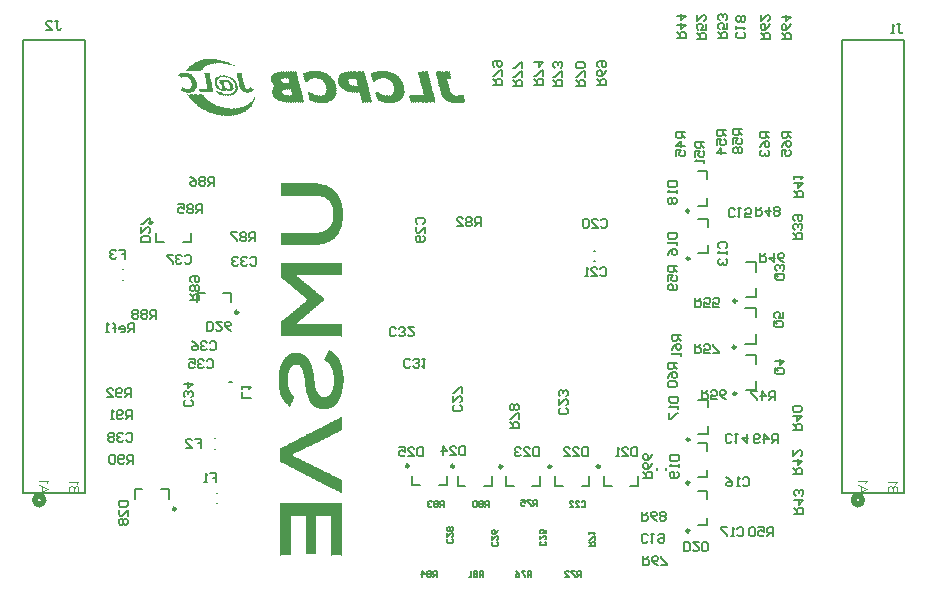
<source format=gbo>
G04*
G04 #@! TF.GenerationSoftware,Altium Limited,Altium Designer,21.8.1 (53)*
G04*
G04 Layer_Color=32896*
%FSLAX23Y23*%
%MOIN*%
G70*
G04*
G04 #@! TF.SameCoordinates,8759A3D8-4CB3-4D4E-AE8C-DC6529DB4632*
G04*
G04*
G04 #@! TF.FilePolarity,Positive*
G04*
G01*
G75*
%ADD10C,0.020*%
%ADD11C,0.010*%
%ADD15C,0.008*%
%ADD17C,0.007*%
%ADD18C,0.003*%
%ADD20C,0.006*%
G36*
X1213Y4837D02*
X1214D01*
Y4836D01*
X1215D01*
Y4837D01*
X1216D01*
Y4836D01*
X1217D01*
Y4837D01*
X1218D01*
Y4836D01*
X1219D01*
Y4837D01*
X1221D01*
Y4836D01*
X1228D01*
Y4835D01*
X1229D01*
Y4834D01*
X1230D01*
Y4835D01*
X1229D01*
Y4836D01*
X1230D01*
Y4835D01*
X1231D01*
Y4834D01*
X1232D01*
Y4835D01*
X1233D01*
Y4834D01*
X1238D01*
Y4833D01*
X1242D01*
Y4832D01*
X1247D01*
Y4831D01*
X1248D01*
Y4832D01*
X1249D01*
Y4831D01*
X1250D01*
Y4830D01*
X1255D01*
Y4829D01*
X1256D01*
Y4828D01*
X1257D01*
Y4829D01*
X1258D01*
Y4828D01*
X1262D01*
Y4827D01*
X1263D01*
Y4826D01*
X1264D01*
Y4827D01*
X1265D01*
Y4826D01*
X1268D01*
Y4824D01*
X1269D01*
Y4823D01*
X1272D01*
Y4822D01*
X1273D01*
Y4821D01*
X1276D01*
Y4820D01*
X1277D01*
Y4821D01*
X1278D01*
Y4820D01*
X1279D01*
Y4819D01*
X1283D01*
Y4818D01*
X1284D01*
Y4817D01*
X1287D01*
Y4816D01*
X1288D01*
Y4815D01*
X1291D01*
Y4814D01*
X1292D01*
Y4813D01*
X1289D01*
Y4814D01*
X1286D01*
Y4815D01*
X1285D01*
Y4814D01*
X1284D01*
Y4815D01*
X1283D01*
Y4816D01*
X1277D01*
Y4817D01*
X1276D01*
Y4818D01*
X1275D01*
Y4817D01*
X1276D01*
Y4816D01*
X1275D01*
Y4817D01*
X1274D01*
Y4818D01*
X1271D01*
Y4819D01*
X1270D01*
Y4818D01*
X1269D01*
Y4819D01*
X1266D01*
Y4820D01*
X1261D01*
Y4821D01*
X1259D01*
Y4820D01*
X1258D01*
Y4821D01*
X1255D01*
Y4822D01*
X1248D01*
Y4823D01*
X1247D01*
Y4822D01*
X1246D01*
Y4823D01*
X1245D01*
Y4822D01*
X1244D01*
Y4823D01*
X1236D01*
Y4824D01*
X1235D01*
Y4823D01*
X1234D01*
Y4824D01*
X1233D01*
Y4823D01*
X1232D01*
Y4824D01*
X1231D01*
Y4823D01*
X1230D01*
Y4824D01*
X1229D01*
Y4823D01*
X1228D01*
Y4824D01*
X1227D01*
Y4823D01*
X1224D01*
Y4822D01*
X1223D01*
Y4823D01*
X1222D01*
Y4822D01*
X1221D01*
Y4823D01*
X1219D01*
Y4822D01*
X1214D01*
Y4821D01*
X1213D01*
Y4822D01*
X1212D01*
Y4821D01*
X1211D01*
Y4820D01*
X1210D01*
Y4821D01*
X1209D01*
Y4820D01*
X1206D01*
Y4819D01*
X1203D01*
Y4818D01*
X1199D01*
Y4817D01*
X1198D01*
Y4816D01*
X1195D01*
Y4815D01*
X1194D01*
Y4814D01*
X1191D01*
Y4813D01*
X1190D01*
Y4812D01*
X1189D01*
Y4811D01*
X1188D01*
Y4810D01*
X1187D01*
Y4809D01*
X1186D01*
Y4808D01*
X1184D01*
Y4807D01*
Y4806D01*
X1182D01*
Y4804D01*
Y4803D01*
X1181D01*
Y4802D01*
X1179D01*
Y4801D01*
X1178D01*
Y4800D01*
X1177D01*
Y4799D01*
X1176D01*
Y4798D01*
X1177D01*
Y4797D01*
X1172D01*
Y4796D01*
X1171D01*
Y4797D01*
X1164D01*
Y4796D01*
X1163D01*
Y4797D01*
X1155D01*
Y4796D01*
X1154D01*
Y4797D01*
X1147D01*
Y4796D01*
X1146D01*
Y4797D01*
X1138D01*
Y4796D01*
X1137D01*
Y4797D01*
X1130D01*
Y4796D01*
X1129D01*
Y4797D01*
X1126D01*
Y4798D01*
X1127D01*
Y4799D01*
X1126D01*
Y4800D01*
X1127D01*
Y4801D01*
X1128D01*
Y4802D01*
X1129D01*
Y4803D01*
X1130D01*
Y4804D01*
X1131D01*
Y4806D01*
X1132D01*
Y4807D01*
X1133D01*
Y4808D01*
X1134D01*
Y4809D01*
X1135D01*
Y4810D01*
X1134D01*
Y4811D01*
X1137D01*
Y4812D01*
X1136D01*
Y4813D01*
X1140D01*
Y4814D01*
X1141D01*
Y4815D01*
X1142D01*
Y4816D01*
X1143D01*
Y4817D01*
X1144D01*
Y4818D01*
X1145D01*
Y4819D01*
X1148D01*
Y4820D01*
X1147D01*
Y4821D01*
X1150D01*
Y4822D01*
X1151D01*
Y4823D01*
X1154D01*
Y4824D01*
X1155D01*
Y4826D01*
X1156D01*
Y4827D01*
X1157D01*
Y4826D01*
X1158D01*
Y4827D01*
X1160D01*
Y4828D01*
X1161D01*
Y4829D01*
X1162D01*
Y4828D01*
X1163D01*
Y4829D01*
X1162D01*
Y4830D01*
X1163D01*
Y4829D01*
X1164D01*
Y4830D01*
X1167D01*
Y4831D01*
X1168D01*
Y4832D01*
X1169D01*
Y4831D01*
X1170D01*
Y4832D01*
X1173D01*
Y4833D01*
X1174D01*
Y4834D01*
X1175D01*
Y4833D01*
X1176D01*
Y4834D01*
X1179D01*
Y4835D01*
X1181D01*
Y4834D01*
X1182D01*
Y4835D01*
X1183D01*
Y4834D01*
X1184D01*
Y4835D01*
X1183D01*
Y4836D01*
X1184D01*
Y4835D01*
X1185D01*
Y4836D01*
X1190D01*
Y4837D01*
X1191D01*
Y4836D01*
X1192D01*
Y4837D01*
X1193D01*
Y4836D01*
X1194D01*
Y4837D01*
X1195D01*
Y4836D01*
X1196D01*
Y4837D01*
X1195D01*
Y4838D01*
X1196D01*
Y4837D01*
X1197D01*
Y4836D01*
X1198D01*
Y4837D01*
X1199D01*
Y4838D01*
X1201D01*
Y4837D01*
X1202D01*
Y4836D01*
X1203D01*
Y4837D01*
X1202D01*
Y4838D01*
X1203D01*
Y4837D01*
X1204D01*
Y4838D01*
X1205D01*
Y4837D01*
X1206D01*
Y4836D01*
X1207D01*
Y4837D01*
X1206D01*
Y4838D01*
X1207D01*
Y4837D01*
X1208D01*
Y4838D01*
X1209D01*
Y4837D01*
X1210D01*
Y4836D01*
X1211D01*
Y4837D01*
X1210D01*
Y4838D01*
X1211D01*
Y4837D01*
X1212D01*
Y4838D01*
X1213D01*
Y4837D01*
D02*
G37*
G36*
X1281Y4820D02*
X1279D01*
Y4821D01*
X1281D01*
Y4820D01*
D02*
G37*
G36*
X1297Y4812D02*
X1296D01*
Y4813D01*
X1297D01*
Y4812D01*
D02*
G37*
G36*
X1289D02*
X1288D01*
Y4813D01*
X1289D01*
Y4812D01*
D02*
G37*
G36*
X1296Y4811D02*
X1295D01*
Y4812D01*
X1296D01*
Y4811D01*
D02*
G37*
G36*
X1788Y4797D02*
X1793D01*
Y4796D01*
X1794D01*
Y4797D01*
X1795D01*
Y4796D01*
X1800D01*
Y4795D01*
X1801D01*
Y4796D01*
X1802D01*
Y4795D01*
X1803D01*
Y4794D01*
X1804D01*
Y4795D01*
X1805D01*
Y4794D01*
X1809D01*
Y4793D01*
X1810D01*
Y4792D01*
X1811D01*
Y4793D01*
X1812D01*
Y4792D01*
X1813D01*
Y4791D01*
X1814D01*
Y4792D01*
X1815D01*
Y4791D01*
X1816D01*
Y4790D01*
X1819D01*
Y4789D01*
X1820D01*
Y4788D01*
X1823D01*
Y4787D01*
Y4786D01*
X1825D01*
Y4785D01*
X1826D01*
Y4784D01*
X1828D01*
Y4783D01*
X1829D01*
Y4782D01*
X1832D01*
Y4781D01*
X1833D01*
Y4780D01*
X1834D01*
Y4779D01*
X1835D01*
Y4777D01*
X1836D01*
Y4776D01*
X1837D01*
Y4775D01*
X1838D01*
Y4774D01*
X1837D01*
Y4773D01*
X1840D01*
Y4772D01*
X1839D01*
Y4771D01*
X1840D01*
Y4770D01*
X1841D01*
Y4769D01*
X1842D01*
Y4768D01*
X1843D01*
Y4767D01*
X1844D01*
Y4766D01*
X1843D01*
Y4765D01*
X1844D01*
Y4764D01*
X1845D01*
Y4763D01*
X1846D01*
Y4762D01*
X1845D01*
Y4761D01*
X1846D01*
Y4760D01*
X1848D01*
Y4759D01*
X1849D01*
Y4757D01*
Y4756D01*
Y4755D01*
X1850D01*
Y4754D01*
Y4753D01*
Y4752D01*
X1851D01*
Y4751D01*
Y4750D01*
Y4749D01*
X1852D01*
Y4748D01*
Y4747D01*
Y4746D01*
X1853D01*
Y4745D01*
X1852D01*
Y4744D01*
X1853D01*
Y4743D01*
X1852D01*
Y4742D01*
X1853D01*
Y4741D01*
X1852D01*
Y4740D01*
X1853D01*
Y4739D01*
X1854D01*
Y4737D01*
X1853D01*
Y4739D01*
X1852D01*
Y4737D01*
X1853D01*
Y4736D01*
Y4735D01*
Y4734D01*
X1854D01*
Y4733D01*
X1853D01*
Y4732D01*
X1854D01*
Y4731D01*
X1853D01*
Y4730D01*
X1854D01*
Y4729D01*
X1853D01*
Y4728D01*
Y4727D01*
Y4726D01*
X1854D01*
Y4725D01*
X1853D01*
Y4724D01*
X1852D01*
Y4723D01*
X1853D01*
Y4722D01*
X1852D01*
Y4721D01*
X1853D01*
Y4720D01*
X1852D01*
Y4719D01*
Y4717D01*
Y4716D01*
X1851D01*
Y4715D01*
X1850D01*
Y4714D01*
X1851D01*
Y4713D01*
X1850D01*
Y4712D01*
X1849D01*
Y4711D01*
X1848D01*
Y4710D01*
X1849D01*
Y4709D01*
X1848D01*
Y4708D01*
X1846D01*
Y4707D01*
X1845D01*
Y4706D01*
X1844D01*
Y4705D01*
X1843D01*
Y4704D01*
X1842D01*
Y4703D01*
X1841D01*
Y4702D01*
X1840D01*
Y4701D01*
X1839D01*
Y4700D01*
X1838D01*
Y4699D01*
X1835D01*
Y4697D01*
X1834D01*
Y4696D01*
X1833D01*
Y4695D01*
X1832D01*
Y4696D01*
X1831D01*
Y4695D01*
X1830D01*
Y4694D01*
X1826D01*
Y4693D01*
X1825D01*
Y4694D01*
X1824D01*
Y4693D01*
X1825D01*
Y4692D01*
X1824D01*
Y4693D01*
X1823D01*
Y4692D01*
X1822D01*
Y4693D01*
X1821D01*
Y4692D01*
X1816D01*
Y4691D01*
X1815D01*
Y4692D01*
X1814D01*
Y4691D01*
X1815D01*
Y4690D01*
X1814D01*
Y4691D01*
X1813D01*
Y4692D01*
X1812D01*
Y4691D01*
X1811D01*
Y4692D01*
X1810D01*
Y4691D01*
X1811D01*
Y4690D01*
X1810D01*
Y4691D01*
X1809D01*
Y4690D01*
X1808D01*
Y4691D01*
X1806D01*
Y4690D01*
X1805D01*
Y4691D01*
X1804D01*
Y4690D01*
X1803D01*
Y4691D01*
X1802D01*
Y4690D01*
X1801D01*
Y4691D01*
X1800D01*
Y4690D01*
X1799D01*
Y4691D01*
X1798D01*
Y4692D01*
X1797D01*
Y4691D01*
X1798D01*
Y4690D01*
X1797D01*
Y4691D01*
X1796D01*
Y4692D01*
X1795D01*
Y4691D01*
X1794D01*
Y4692D01*
X1793D01*
Y4691D01*
X1794D01*
Y4690D01*
X1793D01*
Y4691D01*
X1792D01*
Y4692D01*
X1791D01*
Y4691D01*
X1790D01*
Y4692D01*
X1786D01*
Y4693D01*
X1785D01*
Y4692D01*
X1784D01*
Y4693D01*
X1783D01*
Y4694D01*
X1782D01*
Y4693D01*
X1783D01*
Y4692D01*
X1782D01*
Y4693D01*
X1781D01*
Y4694D01*
X1778D01*
Y4695D01*
X1777D01*
Y4696D01*
X1776D01*
Y4695D01*
X1777D01*
Y4694D01*
X1776D01*
Y4695D01*
X1775D01*
Y4696D01*
X1772D01*
Y4697D01*
X1771D01*
Y4699D01*
X1770D01*
Y4697D01*
X1769D01*
Y4699D01*
X1765D01*
Y4700D01*
X1764D01*
Y4701D01*
X1763D01*
Y4702D01*
X1764D01*
Y4703D01*
X1763D01*
Y4704D01*
X1762D01*
Y4705D01*
X1761D01*
Y4706D01*
X1762D01*
Y4707D01*
X1761D01*
Y4708D01*
X1762D01*
Y4709D01*
X1761D01*
Y4710D01*
X1762D01*
Y4711D01*
X1761D01*
Y4712D01*
X1760D01*
Y4713D01*
X1759D01*
Y4714D01*
X1760D01*
Y4715D01*
X1759D01*
Y4716D01*
X1760D01*
Y4717D01*
X1759D01*
Y4719D01*
X1758D01*
Y4720D01*
Y4721D01*
Y4722D01*
X1757D01*
Y4723D01*
X1758D01*
Y4724D01*
X1757D01*
Y4725D01*
X1758D01*
Y4726D01*
X1759D01*
Y4727D01*
X1760D01*
Y4728D01*
X1761D01*
Y4727D01*
X1762D01*
Y4728D01*
X1763D01*
Y4727D01*
X1766D01*
Y4726D01*
X1768D01*
Y4725D01*
X1769D01*
Y4724D01*
X1770D01*
Y4723D01*
X1773D01*
Y4722D01*
X1774D01*
Y4721D01*
X1777D01*
Y4720D01*
X1778D01*
Y4719D01*
X1781D01*
Y4717D01*
X1782D01*
Y4719D01*
X1783D01*
Y4717D01*
X1784D01*
Y4716D01*
X1785D01*
Y4717D01*
X1786D01*
Y4716D01*
X1790D01*
Y4715D01*
X1791D01*
Y4714D01*
X1792D01*
Y4715D01*
X1791D01*
Y4716D01*
X1792D01*
Y4715D01*
X1793D01*
Y4714D01*
X1794D01*
Y4715D01*
X1793D01*
Y4716D01*
X1794D01*
Y4715D01*
X1795D01*
Y4714D01*
X1796D01*
Y4715D01*
X1797D01*
Y4714D01*
X1798D01*
Y4715D01*
X1797D01*
Y4716D01*
X1798D01*
Y4715D01*
X1799D01*
Y4714D01*
X1800D01*
Y4715D01*
X1801D01*
Y4714D01*
X1802D01*
Y4715D01*
X1801D01*
Y4716D01*
X1802D01*
Y4715D01*
X1803D01*
Y4714D01*
X1804D01*
Y4715D01*
X1803D01*
Y4716D01*
X1804D01*
Y4715D01*
X1805D01*
Y4716D01*
X1806D01*
Y4715D01*
X1808D01*
Y4716D01*
X1809D01*
Y4717D01*
X1810D01*
Y4716D01*
X1811D01*
Y4717D01*
X1810D01*
Y4719D01*
X1811D01*
Y4717D01*
X1812D01*
Y4719D01*
X1813D01*
Y4720D01*
X1814D01*
Y4721D01*
X1815D01*
Y4722D01*
X1816D01*
Y4723D01*
X1817D01*
Y4724D01*
X1816D01*
Y4725D01*
X1817D01*
Y4726D01*
X1818D01*
Y4727D01*
Y4728D01*
Y4729D01*
X1819D01*
Y4730D01*
X1818D01*
Y4731D01*
X1819D01*
Y4732D01*
X1818D01*
Y4733D01*
X1819D01*
Y4734D01*
X1818D01*
Y4735D01*
X1819D01*
Y4736D01*
X1818D01*
Y4737D01*
X1819D01*
Y4739D01*
X1818D01*
Y4740D01*
X1819D01*
Y4741D01*
X1818D01*
Y4742D01*
X1819D01*
Y4743D01*
X1818D01*
Y4744D01*
Y4745D01*
Y4746D01*
X1817D01*
Y4747D01*
X1816D01*
Y4748D01*
X1817D01*
Y4749D01*
X1816D01*
Y4750D01*
Y4751D01*
Y4752D01*
X1815D01*
Y4753D01*
X1814D01*
Y4754D01*
X1815D01*
Y4755D01*
X1814D01*
Y4756D01*
X1813D01*
Y4757D01*
X1812D01*
Y4759D01*
X1811D01*
Y4760D01*
X1810D01*
Y4761D01*
X1811D01*
Y4762D01*
X1810D01*
Y4763D01*
X1809D01*
Y4764D01*
X1808D01*
Y4765D01*
X1806D01*
Y4766D01*
X1805D01*
Y4767D01*
X1804D01*
Y4768D01*
X1801D01*
Y4769D01*
X1800D01*
Y4770D01*
X1799D01*
Y4771D01*
X1798D01*
Y4772D01*
X1797D01*
Y4771D01*
X1798D01*
Y4770D01*
X1797D01*
Y4771D01*
X1796D01*
Y4772D01*
X1793D01*
Y4773D01*
X1792D01*
Y4774D01*
X1791D01*
Y4773D01*
X1792D01*
Y4772D01*
X1791D01*
Y4773D01*
X1790D01*
Y4774D01*
X1789D01*
Y4773D01*
X1788D01*
Y4774D01*
X1786D01*
Y4773D01*
X1785D01*
Y4774D01*
X1784D01*
Y4773D01*
X1783D01*
Y4774D01*
X1782D01*
Y4773D01*
X1781D01*
Y4774D01*
X1780D01*
Y4773D01*
X1779D01*
Y4774D01*
X1778D01*
Y4773D01*
X1777D01*
Y4772D01*
X1776D01*
Y4773D01*
X1775D01*
Y4774D01*
X1774D01*
Y4773D01*
X1775D01*
Y4772D01*
X1772D01*
Y4771D01*
X1771D01*
Y4772D01*
X1770D01*
Y4771D01*
X1769D01*
Y4770D01*
X1765D01*
Y4769D01*
X1764D01*
Y4768D01*
X1763D01*
Y4767D01*
X1762D01*
Y4766D01*
X1759D01*
Y4765D01*
X1758D01*
Y4764D01*
X1757D01*
Y4763D01*
X1756D01*
Y4762D01*
X1755D01*
Y4761D01*
X1754D01*
Y4762D01*
X1753D01*
Y4761D01*
X1754D01*
Y4760D01*
X1753D01*
Y4761D01*
X1752D01*
Y4762D01*
X1751D01*
Y4761D01*
X1752D01*
Y4760D01*
X1751D01*
Y4761D01*
X1750D01*
Y4762D01*
X1749D01*
Y4763D01*
X1748D01*
Y4764D01*
Y4765D01*
Y4766D01*
X1746D01*
Y4767D01*
X1748D01*
Y4768D01*
X1746D01*
Y4769D01*
Y4770D01*
X1745D01*
Y4771D01*
Y4772D01*
X1744D01*
Y4773D01*
X1745D01*
Y4774D01*
X1744D01*
Y4775D01*
Y4776D01*
Y4777D01*
X1743D01*
Y4779D01*
Y4780D01*
Y4781D01*
X1742D01*
Y4782D01*
X1743D01*
Y4783D01*
X1742D01*
Y4784D01*
X1743D01*
Y4785D01*
X1742D01*
Y4786D01*
X1741D01*
Y4787D01*
Y4788D01*
Y4789D01*
X1742D01*
Y4790D01*
X1745D01*
Y4791D01*
X1746D01*
Y4792D01*
X1748D01*
Y4791D01*
X1749D01*
Y4792D01*
X1750D01*
Y4793D01*
X1751D01*
Y4792D01*
X1752D01*
Y4793D01*
X1751D01*
Y4794D01*
X1752D01*
Y4793D01*
X1753D01*
Y4794D01*
X1754D01*
Y4793D01*
X1755D01*
Y4794D01*
X1758D01*
Y4795D01*
X1759D01*
Y4796D01*
X1760D01*
Y4795D01*
X1761D01*
Y4796D01*
X1769D01*
Y4797D01*
X1770D01*
Y4796D01*
X1771D01*
Y4797D01*
X1774D01*
Y4798D01*
X1775D01*
Y4797D01*
X1776D01*
Y4798D01*
X1777D01*
Y4797D01*
X1778D01*
Y4798D01*
X1779D01*
Y4797D01*
X1780D01*
Y4798D01*
X1781D01*
Y4797D01*
X1782D01*
Y4798D01*
X1783D01*
Y4797D01*
X1784D01*
Y4798D01*
X1785D01*
Y4797D01*
X1786D01*
Y4798D01*
X1788D01*
Y4797D01*
D02*
G37*
G36*
X1564D02*
X1566D01*
Y4796D01*
X1567D01*
Y4797D01*
X1568D01*
Y4796D01*
X1569D01*
Y4797D01*
X1570D01*
Y4796D01*
X1575D01*
Y4795D01*
X1576D01*
Y4794D01*
X1577D01*
Y4795D01*
X1578D01*
Y4794D01*
X1581D01*
Y4793D01*
X1582D01*
Y4794D01*
X1583D01*
Y4793D01*
X1584D01*
Y4792D01*
X1588D01*
Y4791D01*
X1589D01*
Y4790D01*
X1590D01*
Y4791D01*
X1591D01*
Y4790D01*
X1592D01*
Y4789D01*
X1593D01*
Y4788D01*
X1594D01*
Y4789D01*
X1593D01*
Y4790D01*
X1594D01*
Y4789D01*
X1595D01*
Y4788D01*
X1596D01*
Y4787D01*
X1597D01*
Y4786D01*
X1600D01*
Y4785D01*
X1601D01*
Y4784D01*
X1602D01*
Y4783D01*
X1603D01*
Y4782D01*
X1604D01*
Y4781D01*
X1605D01*
Y4780D01*
X1609D01*
Y4779D01*
X1608D01*
Y4777D01*
X1611D01*
Y4776D01*
X1610D01*
Y4775D01*
X1611D01*
Y4774D01*
X1612D01*
Y4773D01*
X1613D01*
Y4772D01*
X1614D01*
Y4771D01*
X1615D01*
Y4770D01*
X1616D01*
Y4769D01*
X1617D01*
Y4768D01*
X1616D01*
Y4767D01*
X1617D01*
Y4766D01*
X1618D01*
Y4765D01*
X1619D01*
Y4764D01*
Y4763D01*
X1621D01*
Y4762D01*
X1620D01*
Y4761D01*
X1621D01*
Y4760D01*
X1622D01*
Y4759D01*
Y4757D01*
Y4756D01*
X1623D01*
Y4755D01*
Y4754D01*
Y4753D01*
X1624D01*
Y4752D01*
X1625D01*
Y4751D01*
X1624D01*
Y4750D01*
X1625D01*
Y4749D01*
X1624D01*
Y4748D01*
X1625D01*
Y4747D01*
X1627D01*
Y4746D01*
X1625D01*
Y4745D01*
X1627D01*
Y4744D01*
X1628D01*
Y4743D01*
X1627D01*
Y4742D01*
X1628D01*
Y4741D01*
X1627D01*
Y4740D01*
X1628D01*
Y4739D01*
X1627D01*
Y4737D01*
X1628D01*
Y4736D01*
X1627D01*
Y4735D01*
X1628D01*
Y4734D01*
X1627D01*
Y4733D01*
X1628D01*
Y4732D01*
X1627D01*
Y4731D01*
X1628D01*
Y4730D01*
X1627D01*
Y4729D01*
X1628D01*
Y4728D01*
X1627D01*
Y4727D01*
X1628D01*
Y4726D01*
X1627D01*
Y4725D01*
X1628D01*
Y4724D01*
X1627D01*
Y4723D01*
X1628D01*
Y4722D01*
X1627D01*
Y4721D01*
X1625D01*
Y4720D01*
Y4719D01*
Y4717D01*
X1624D01*
Y4716D01*
X1625D01*
Y4715D01*
X1624D01*
Y4714D01*
X1623D01*
Y4713D01*
Y4712D01*
Y4711D01*
X1622D01*
Y4710D01*
Y4709D01*
X1620D01*
Y4708D01*
X1621D01*
Y4707D01*
X1620D01*
Y4706D01*
X1619D01*
Y4707D01*
X1618D01*
Y4706D01*
X1619D01*
Y4705D01*
X1618D01*
Y4704D01*
X1617D01*
Y4703D01*
X1616D01*
Y4702D01*
X1615D01*
Y4703D01*
X1614D01*
Y4702D01*
X1615D01*
Y4701D01*
X1614D01*
Y4700D01*
X1613D01*
Y4701D01*
X1612D01*
Y4700D01*
X1613D01*
Y4699D01*
X1612D01*
Y4700D01*
X1611D01*
Y4699D01*
X1610D01*
Y4697D01*
X1609D01*
Y4696D01*
X1605D01*
Y4695D01*
X1604D01*
Y4696D01*
X1603D01*
Y4695D01*
X1604D01*
Y4694D01*
X1599D01*
Y4693D01*
X1598D01*
Y4694D01*
X1597D01*
Y4693D01*
X1598D01*
Y4692D01*
X1597D01*
Y4693D01*
X1596D01*
Y4692D01*
X1593D01*
Y4691D01*
X1592D01*
Y4692D01*
X1591D01*
Y4691D01*
X1590D01*
Y4692D01*
X1589D01*
Y4691D01*
X1588D01*
Y4692D01*
X1587D01*
Y4691D01*
X1588D01*
Y4690D01*
X1587D01*
Y4691D01*
X1585D01*
Y4690D01*
X1584D01*
Y4691D01*
X1583D01*
Y4692D01*
X1582D01*
Y4691D01*
X1583D01*
Y4690D01*
X1582D01*
Y4691D01*
X1581D01*
Y4690D01*
X1580D01*
Y4691D01*
X1579D01*
Y4690D01*
X1578D01*
Y4691D01*
X1577D01*
Y4690D01*
X1576D01*
Y4691D01*
X1575D01*
Y4692D01*
X1574D01*
Y4691D01*
X1575D01*
Y4690D01*
X1574D01*
Y4691D01*
X1571D01*
Y4692D01*
X1570D01*
Y4691D01*
X1571D01*
Y4690D01*
X1570D01*
Y4691D01*
X1569D01*
Y4692D01*
X1568D01*
Y4691D01*
X1567D01*
Y4692D01*
X1566D01*
Y4691D01*
X1564D01*
Y4692D01*
X1561D01*
Y4693D01*
X1560D01*
Y4694D01*
X1559D01*
Y4693D01*
X1560D01*
Y4692D01*
X1559D01*
Y4693D01*
X1558D01*
Y4694D01*
X1557D01*
Y4693D01*
X1558D01*
Y4692D01*
X1557D01*
Y4693D01*
X1556D01*
Y4694D01*
X1551D01*
Y4695D01*
X1550D01*
Y4696D01*
X1544D01*
Y4697D01*
X1543D01*
Y4699D01*
X1540D01*
Y4700D01*
X1539D01*
Y4701D01*
X1538D01*
Y4700D01*
X1537D01*
Y4701D01*
Y4702D01*
Y4703D01*
X1536D01*
Y4704D01*
X1537D01*
Y4705D01*
X1536D01*
Y4706D01*
X1537D01*
Y4707D01*
X1536D01*
Y4708D01*
X1535D01*
Y4709D01*
X1534D01*
Y4710D01*
X1535D01*
Y4709D01*
X1536D01*
Y4710D01*
X1535D01*
Y4711D01*
X1534D01*
Y4712D01*
X1535D01*
Y4713D01*
X1534D01*
Y4714D01*
X1535D01*
Y4715D01*
X1534D01*
Y4716D01*
X1533D01*
Y4717D01*
Y4719D01*
Y4720D01*
X1532D01*
Y4721D01*
X1533D01*
Y4722D01*
X1532D01*
Y4723D01*
Y4724D01*
Y4725D01*
X1533D01*
Y4726D01*
X1532D01*
Y4727D01*
X1535D01*
Y4728D01*
X1536D01*
Y4727D01*
X1537D01*
Y4728D01*
X1536D01*
Y4729D01*
X1537D01*
Y4728D01*
X1538D01*
Y4727D01*
X1539D01*
Y4726D01*
X1540D01*
Y4725D01*
X1541D01*
Y4726D01*
X1540D01*
Y4727D01*
X1541D01*
Y4726D01*
X1542D01*
Y4725D01*
X1543D01*
Y4724D01*
X1544D01*
Y4723D01*
X1548D01*
Y4722D01*
X1549D01*
Y4721D01*
X1550D01*
Y4720D01*
X1551D01*
Y4719D01*
X1552D01*
Y4720D01*
X1551D01*
Y4721D01*
X1552D01*
Y4720D01*
X1553D01*
Y4719D01*
X1556D01*
Y4717D01*
X1557D01*
Y4716D01*
X1558D01*
Y4717D01*
X1557D01*
Y4719D01*
X1558D01*
Y4717D01*
X1559D01*
Y4716D01*
X1562D01*
Y4715D01*
X1563D01*
Y4716D01*
X1564D01*
Y4715D01*
X1566D01*
Y4716D01*
X1567D01*
Y4715D01*
X1568D01*
Y4714D01*
X1569D01*
Y4715D01*
X1570D01*
Y4714D01*
X1571D01*
Y4715D01*
X1570D01*
Y4716D01*
X1571D01*
Y4715D01*
X1572D01*
Y4714D01*
X1573D01*
Y4715D01*
X1574D01*
Y4714D01*
X1575D01*
Y4715D01*
X1574D01*
Y4716D01*
X1575D01*
Y4715D01*
X1576D01*
Y4714D01*
X1577D01*
Y4715D01*
X1576D01*
Y4716D01*
X1577D01*
Y4715D01*
X1578D01*
Y4716D01*
X1579D01*
Y4715D01*
X1580D01*
Y4716D01*
X1583D01*
Y4717D01*
X1584D01*
Y4719D01*
X1588D01*
Y4720D01*
X1589D01*
Y4721D01*
X1590D01*
Y4722D01*
X1589D01*
Y4723D01*
X1590D01*
Y4724D01*
X1591D01*
Y4725D01*
X1592D01*
Y4726D01*
X1591D01*
Y4727D01*
X1592D01*
Y4728D01*
X1593D01*
Y4729D01*
X1592D01*
Y4730D01*
X1593D01*
Y4731D01*
Y4732D01*
Y4733D01*
X1592D01*
Y4734D01*
X1593D01*
Y4735D01*
X1594D01*
Y4736D01*
X1593D01*
Y4737D01*
X1592D01*
Y4739D01*
X1593D01*
Y4740D01*
X1592D01*
Y4741D01*
X1593D01*
Y4742D01*
X1592D01*
Y4743D01*
X1591D01*
Y4744D01*
X1592D01*
Y4745D01*
X1591D01*
Y4746D01*
X1592D01*
Y4747D01*
X1591D01*
Y4748D01*
X1592D01*
Y4749D01*
X1591D01*
Y4750D01*
X1590D01*
Y4751D01*
X1589D01*
Y4752D01*
X1590D01*
Y4753D01*
X1589D01*
Y4754D01*
X1588D01*
Y4755D01*
Y4756D01*
Y4757D01*
X1587D01*
Y4759D01*
X1585D01*
Y4760D01*
X1584D01*
Y4761D01*
X1585D01*
Y4762D01*
X1582D01*
Y4763D01*
X1583D01*
Y4764D01*
X1580D01*
Y4765D01*
X1581D01*
Y4766D01*
X1578D01*
Y4767D01*
X1579D01*
Y4768D01*
X1576D01*
Y4769D01*
X1575D01*
Y4770D01*
X1572D01*
Y4771D01*
X1571D01*
Y4772D01*
X1566D01*
Y4773D01*
X1564D01*
Y4774D01*
X1563D01*
Y4773D01*
X1564D01*
Y4772D01*
X1563D01*
Y4773D01*
X1562D01*
Y4774D01*
X1561D01*
Y4773D01*
X1560D01*
Y4774D01*
X1559D01*
Y4773D01*
X1558D01*
Y4774D01*
X1557D01*
Y4773D01*
X1556D01*
Y4774D01*
X1555D01*
Y4773D01*
X1554D01*
Y4774D01*
X1553D01*
Y4773D01*
X1552D01*
Y4774D01*
X1551D01*
Y4773D01*
X1552D01*
Y4772D01*
X1551D01*
Y4773D01*
X1550D01*
Y4772D01*
X1549D01*
Y4773D01*
X1548D01*
Y4772D01*
X1547D01*
Y4771D01*
X1546D01*
Y4772D01*
X1544D01*
Y4771D01*
X1543D01*
Y4770D01*
X1542D01*
Y4771D01*
X1541D01*
Y4770D01*
X1540D01*
Y4769D01*
X1539D01*
Y4770D01*
X1538D01*
Y4769D01*
X1539D01*
Y4768D01*
X1536D01*
Y4767D01*
X1535D01*
Y4766D01*
X1534D01*
Y4765D01*
X1533D01*
Y4764D01*
X1532D01*
Y4763D01*
X1531D01*
Y4762D01*
X1530D01*
Y4761D01*
X1529D01*
Y4762D01*
X1528D01*
Y4761D01*
X1527D01*
Y4762D01*
X1526D01*
Y4761D01*
X1527D01*
Y4760D01*
X1526D01*
Y4761D01*
X1524D01*
Y4762D01*
X1523D01*
Y4761D01*
X1524D01*
Y4760D01*
X1523D01*
Y4761D01*
X1522D01*
Y4762D01*
X1521D01*
Y4763D01*
X1522D01*
Y4764D01*
X1521D01*
Y4765D01*
X1522D01*
Y4766D01*
X1521D01*
Y4767D01*
X1520D01*
Y4768D01*
Y4769D01*
Y4770D01*
X1519D01*
Y4771D01*
X1520D01*
Y4772D01*
X1519D01*
Y4773D01*
Y4774D01*
Y4775D01*
X1518D01*
Y4776D01*
X1517D01*
Y4777D01*
X1518D01*
Y4779D01*
X1517D01*
Y4780D01*
X1518D01*
Y4781D01*
X1517D01*
Y4782D01*
X1518D01*
Y4783D01*
X1517D01*
Y4784D01*
X1516D01*
Y4785D01*
X1515D01*
Y4786D01*
X1516D01*
Y4787D01*
X1515D01*
Y4788D01*
X1516D01*
Y4789D01*
X1517D01*
Y4790D01*
X1520D01*
Y4791D01*
X1521D01*
Y4790D01*
X1522D01*
Y4791D01*
X1521D01*
Y4792D01*
X1524D01*
Y4793D01*
X1526D01*
Y4794D01*
X1527D01*
Y4793D01*
X1528D01*
Y4794D01*
X1531D01*
Y4795D01*
X1532D01*
Y4794D01*
X1533D01*
Y4795D01*
X1534D01*
Y4794D01*
X1535D01*
Y4795D01*
X1534D01*
Y4796D01*
X1535D01*
Y4795D01*
X1536D01*
Y4796D01*
X1541D01*
Y4797D01*
X1542D01*
Y4796D01*
X1543D01*
Y4797D01*
X1544D01*
Y4796D01*
X1546D01*
Y4797D01*
X1551D01*
Y4798D01*
X1552D01*
Y4797D01*
X1553D01*
Y4798D01*
X1554D01*
Y4797D01*
X1555D01*
Y4798D01*
X1556D01*
Y4797D01*
X1557D01*
Y4798D01*
X1558D01*
Y4797D01*
X1559D01*
Y4798D01*
X1560D01*
Y4797D01*
X1561D01*
Y4798D01*
X1562D01*
Y4797D01*
X1563D01*
Y4798D01*
X1564D01*
Y4797D01*
D02*
G37*
G36*
X2004Y4795D02*
X2005D01*
Y4794D01*
X2006D01*
Y4793D01*
Y4792D01*
Y4791D01*
Y4790D01*
Y4789D01*
X2007D01*
Y4788D01*
Y4787D01*
Y4786D01*
X2009D01*
Y4785D01*
X2007D01*
Y4784D01*
X2009D01*
Y4783D01*
X2007D01*
Y4782D01*
X2009D01*
Y4781D01*
X2010D01*
Y4780D01*
X2009D01*
Y4779D01*
X2010D01*
Y4777D01*
X2011D01*
Y4776D01*
X2010D01*
Y4775D01*
X2011D01*
Y4774D01*
X2010D01*
Y4773D01*
X2009D01*
Y4772D01*
X2007D01*
Y4773D01*
X2006D01*
Y4772D01*
X2005D01*
Y4773D01*
X2004D01*
Y4772D01*
X2003D01*
Y4773D01*
X2002D01*
Y4774D01*
X2001D01*
Y4773D01*
X2002D01*
Y4772D01*
X1999D01*
Y4773D01*
X1998D01*
Y4774D01*
X1997D01*
Y4773D01*
X1998D01*
Y4772D01*
X1997D01*
Y4771D01*
X1996D01*
Y4770D01*
X1997D01*
Y4769D01*
X1998D01*
Y4768D01*
X1997D01*
Y4767D01*
X1998D01*
Y4766D01*
X1997D01*
Y4765D01*
X1998D01*
Y4764D01*
X1999D01*
Y4763D01*
Y4762D01*
Y4761D01*
X2000D01*
Y4760D01*
X1999D01*
Y4759D01*
X2000D01*
Y4757D01*
X1999D01*
Y4756D01*
X2000D01*
Y4755D01*
X2001D01*
Y4754D01*
X2000D01*
Y4753D01*
X2001D01*
Y4752D01*
X2002D01*
Y4751D01*
X2001D01*
Y4750D01*
X2002D01*
Y4749D01*
X2001D01*
Y4748D01*
X2002D01*
Y4747D01*
X2003D01*
Y4746D01*
Y4745D01*
Y4744D01*
X2004D01*
Y4743D01*
X2003D01*
Y4742D01*
X2004D01*
Y4741D01*
Y4740D01*
Y4739D01*
X2005D01*
Y4737D01*
Y4736D01*
Y4735D01*
X2006D01*
Y4734D01*
X2005D01*
Y4733D01*
X2006D01*
Y4732D01*
Y4731D01*
X2007D01*
Y4730D01*
Y4729D01*
X2009D01*
Y4728D01*
X2007D01*
Y4727D01*
X2009D01*
Y4726D01*
X2010D01*
Y4725D01*
X2011D01*
Y4724D01*
X2010D01*
Y4723D01*
X2011D01*
Y4722D01*
X2012D01*
Y4721D01*
X2013D01*
Y4720D01*
X2014D01*
Y4719D01*
X2017D01*
Y4717D01*
X2018D01*
Y4716D01*
X2021D01*
Y4715D01*
X2022D01*
Y4716D01*
X2023D01*
Y4715D01*
X2024D01*
Y4716D01*
X2025D01*
Y4715D01*
X2026D01*
Y4714D01*
X2027D01*
Y4715D01*
X2026D01*
Y4716D01*
X2027D01*
Y4715D01*
X2029D01*
Y4716D01*
X2030D01*
Y4715D01*
X2031D01*
Y4714D01*
X2032D01*
Y4715D01*
X2031D01*
Y4716D01*
X2032D01*
Y4715D01*
X2033D01*
Y4716D01*
X2034D01*
Y4715D01*
X2035D01*
Y4716D01*
X2038D01*
Y4717D01*
X2039D01*
Y4716D01*
X2040D01*
Y4717D01*
X2039D01*
Y4719D01*
X2040D01*
Y4717D01*
X2041D01*
Y4719D01*
X2050D01*
Y4717D01*
Y4716D01*
X2051D01*
Y4715D01*
X2050D01*
Y4714D01*
X2051D01*
Y4713D01*
Y4712D01*
Y4711D01*
X2052D01*
Y4710D01*
X2053D01*
Y4709D01*
X2052D01*
Y4708D01*
X2053D01*
Y4707D01*
X2052D01*
Y4706D01*
X2053D01*
Y4705D01*
Y4704D01*
X2054D01*
Y4703D01*
Y4702D01*
X2055D01*
Y4701D01*
X2054D01*
Y4700D01*
X2055D01*
Y4699D01*
X2054D01*
Y4697D01*
X2055D01*
Y4696D01*
X2054D01*
Y4695D01*
X2055D01*
Y4694D01*
X2054D01*
Y4693D01*
X2053D01*
Y4694D01*
X2052D01*
Y4693D01*
X2053D01*
Y4692D01*
X2052D01*
Y4693D01*
X2051D01*
Y4692D01*
X2050D01*
Y4693D01*
X2049D01*
Y4692D01*
X2039D01*
Y4691D01*
X2038D01*
Y4692D01*
X2037D01*
Y4691D01*
X2036D01*
Y4692D01*
X2035D01*
Y4691D01*
X2034D01*
Y4692D01*
X2033D01*
Y4691D01*
X2032D01*
Y4692D01*
X2031D01*
Y4691D01*
X2030D01*
Y4692D01*
X2029D01*
Y4691D01*
X2030D01*
Y4690D01*
X2029D01*
Y4691D01*
X2027D01*
Y4692D01*
X2026D01*
Y4691D01*
X2025D01*
Y4692D01*
X2024D01*
Y4691D01*
X2025D01*
Y4690D01*
X2024D01*
Y4691D01*
X2023D01*
Y4692D01*
X2022D01*
Y4691D01*
X2021D01*
Y4692D01*
X2020D01*
Y4691D01*
X2019D01*
Y4692D01*
X2018D01*
Y4691D01*
X2017D01*
Y4692D01*
X2012D01*
Y4693D01*
X2011D01*
Y4694D01*
X2010D01*
Y4693D01*
X2011D01*
Y4692D01*
X2010D01*
Y4693D01*
X2009D01*
Y4694D01*
X2007D01*
Y4693D01*
X2006D01*
Y4694D01*
X2003D01*
Y4695D01*
X2002D01*
Y4694D01*
X2001D01*
Y4695D01*
X2000D01*
Y4696D01*
X1997D01*
Y4697D01*
X1996D01*
Y4699D01*
X1993D01*
Y4700D01*
X1992D01*
Y4701D01*
X1991D01*
Y4702D01*
X1990D01*
Y4703D01*
X1989D01*
Y4704D01*
X1987D01*
Y4705D01*
X1986D01*
Y4706D01*
X1985D01*
Y4707D01*
X1984D01*
Y4708D01*
X1983D01*
Y4709D01*
X1982D01*
Y4710D01*
X1981D01*
Y4711D01*
X1980D01*
Y4712D01*
Y4713D01*
X1979D01*
Y4714D01*
Y4715D01*
X1978D01*
Y4716D01*
Y4717D01*
Y4719D01*
X1977D01*
Y4720D01*
X1976D01*
Y4721D01*
X1977D01*
Y4722D01*
X1976D01*
Y4723D01*
X1975D01*
Y4724D01*
X1974D01*
Y4725D01*
X1975D01*
Y4726D01*
X1974D01*
Y4727D01*
X1975D01*
Y4728D01*
X1974D01*
Y4729D01*
Y4730D01*
Y4731D01*
X1973D01*
Y4732D01*
Y4733D01*
Y4734D01*
X1972D01*
Y4735D01*
X1973D01*
Y4736D01*
X1972D01*
Y4737D01*
X1971D01*
Y4739D01*
Y4740D01*
Y4741D01*
X1970D01*
Y4742D01*
X1971D01*
Y4743D01*
X1970D01*
Y4744D01*
X1971D01*
Y4745D01*
X1970D01*
Y4746D01*
X1969D01*
Y4747D01*
X1967D01*
Y4748D01*
X1969D01*
Y4747D01*
X1970D01*
Y4748D01*
X1969D01*
Y4749D01*
X1967D01*
Y4750D01*
X1969D01*
Y4751D01*
X1967D01*
Y4752D01*
X1969D01*
Y4753D01*
X1967D01*
Y4754D01*
X1966D01*
Y4755D01*
Y4756D01*
Y4757D01*
X1965D01*
Y4759D01*
X1966D01*
Y4760D01*
X1965D01*
Y4761D01*
X1966D01*
Y4762D01*
X1965D01*
Y4763D01*
X1964D01*
Y4764D01*
X1963D01*
Y4765D01*
X1964D01*
Y4766D01*
X1963D01*
Y4767D01*
X1964D01*
Y4768D01*
X1963D01*
Y4769D01*
X1964D01*
Y4770D01*
X1963D01*
Y4771D01*
X1962D01*
Y4772D01*
Y4773D01*
Y4774D01*
X1961D01*
Y4775D01*
X1962D01*
Y4776D01*
X1961D01*
Y4777D01*
Y4779D01*
Y4780D01*
X1960D01*
Y4781D01*
X1959D01*
Y4782D01*
X1960D01*
Y4783D01*
X1959D01*
Y4784D01*
X1960D01*
Y4785D01*
X1959D01*
Y4786D01*
X1960D01*
Y4787D01*
X1959D01*
Y4788D01*
X1958D01*
Y4789D01*
Y4790D01*
Y4791D01*
X1957D01*
Y4792D01*
X1958D01*
Y4793D01*
X1957D01*
Y4794D01*
X1960D01*
Y4795D01*
X1961D01*
Y4796D01*
X1962D01*
Y4795D01*
X1963D01*
Y4796D01*
X1966D01*
Y4795D01*
X1967D01*
Y4796D01*
X1969D01*
Y4795D01*
X1970D01*
Y4796D01*
X1971D01*
Y4795D01*
X1972D01*
Y4796D01*
X1975D01*
Y4795D01*
X1976D01*
Y4796D01*
X1977D01*
Y4795D01*
X1978D01*
Y4796D01*
X1979D01*
Y4795D01*
X1980D01*
Y4796D01*
X1983D01*
Y4795D01*
X1984D01*
Y4796D01*
X1985D01*
Y4795D01*
X1986D01*
Y4796D01*
X1987D01*
Y4795D01*
X1989D01*
Y4796D01*
X1992D01*
Y4795D01*
X1993D01*
Y4796D01*
X1994D01*
Y4795D01*
X1995D01*
Y4796D01*
X1996D01*
Y4795D01*
X1997D01*
Y4796D01*
X2000D01*
Y4795D01*
X2001D01*
Y4796D01*
X2002D01*
Y4795D01*
X2003D01*
Y4796D01*
X2004D01*
Y4795D01*
D02*
G37*
G36*
X1933D02*
X1932D01*
Y4796D01*
X1933D01*
Y4795D01*
D02*
G37*
G36*
X1931D02*
X1932D01*
Y4794D01*
X1933D01*
Y4793D01*
X1932D01*
Y4792D01*
X1933D01*
Y4791D01*
Y4790D01*
Y4789D01*
X1934D01*
Y4788D01*
X1935D01*
Y4787D01*
X1934D01*
Y4786D01*
X1935D01*
Y4785D01*
X1934D01*
Y4784D01*
X1935D01*
Y4783D01*
X1936D01*
Y4782D01*
X1935D01*
Y4783D01*
X1934D01*
Y4782D01*
X1935D01*
Y4781D01*
X1936D01*
Y4780D01*
X1937D01*
Y4779D01*
X1936D01*
Y4777D01*
X1937D01*
Y4776D01*
X1936D01*
Y4775D01*
X1937D01*
Y4774D01*
Y4773D01*
X1938D01*
Y4772D01*
Y4771D01*
Y4770D01*
Y4769D01*
X1939D01*
Y4768D01*
Y4767D01*
Y4766D01*
X1940D01*
Y4765D01*
Y4764D01*
Y4763D01*
X1941D01*
Y4762D01*
X1940D01*
Y4761D01*
X1941D01*
Y4760D01*
X1940D01*
Y4759D01*
X1941D01*
Y4757D01*
X1942D01*
Y4756D01*
X1943D01*
Y4755D01*
X1942D01*
Y4754D01*
X1943D01*
Y4753D01*
X1942D01*
Y4752D01*
X1943D01*
Y4751D01*
Y4750D01*
Y4749D01*
X1944D01*
Y4748D01*
X1943D01*
Y4747D01*
X1944D01*
Y4746D01*
X1945D01*
Y4745D01*
X1944D01*
Y4744D01*
X1945D01*
Y4743D01*
X1944D01*
Y4742D01*
X1945D01*
Y4741D01*
X1946D01*
Y4740D01*
X1947D01*
Y4739D01*
X1946D01*
Y4737D01*
X1947D01*
Y4736D01*
X1946D01*
Y4735D01*
X1947D01*
Y4734D01*
Y4733D01*
Y4732D01*
X1949D01*
Y4731D01*
Y4730D01*
Y4729D01*
X1950D01*
Y4728D01*
X1949D01*
Y4727D01*
X1950D01*
Y4726D01*
Y4725D01*
Y4724D01*
X1951D01*
Y4723D01*
X1952D01*
Y4722D01*
X1951D01*
Y4721D01*
X1952D01*
Y4720D01*
X1951D01*
Y4719D01*
X1952D01*
Y4717D01*
Y4716D01*
X1953D01*
Y4715D01*
Y4714D01*
X1954D01*
Y4713D01*
X1953D01*
Y4712D01*
X1954D01*
Y4711D01*
X1953D01*
Y4710D01*
X1954D01*
Y4709D01*
X1955D01*
Y4708D01*
X1954D01*
Y4707D01*
X1955D01*
Y4706D01*
X1956D01*
Y4705D01*
X1955D01*
Y4704D01*
X1956D01*
Y4703D01*
X1955D01*
Y4702D01*
X1956D01*
Y4701D01*
X1957D01*
Y4700D01*
X1956D01*
Y4699D01*
X1957D01*
Y4697D01*
X1958D01*
Y4696D01*
X1957D01*
Y4695D01*
X1956D01*
Y4694D01*
X1955D01*
Y4693D01*
X1954D01*
Y4692D01*
X1953D01*
Y4693D01*
X1952D01*
Y4694D01*
X1951D01*
Y4693D01*
X1952D01*
Y4692D01*
X1951D01*
Y4693D01*
X1950D01*
Y4692D01*
X1949D01*
Y4693D01*
X1947D01*
Y4694D01*
X1946D01*
Y4693D01*
X1947D01*
Y4692D01*
X1946D01*
Y4693D01*
X1945D01*
Y4692D01*
X1944D01*
Y4693D01*
X1943D01*
Y4694D01*
X1942D01*
Y4693D01*
X1943D01*
Y4692D01*
X1942D01*
Y4693D01*
X1941D01*
Y4692D01*
X1940D01*
Y4693D01*
X1939D01*
Y4694D01*
X1938D01*
Y4693D01*
X1939D01*
Y4692D01*
X1938D01*
Y4693D01*
X1937D01*
Y4692D01*
X1936D01*
Y4693D01*
X1935D01*
Y4694D01*
X1934D01*
Y4693D01*
X1935D01*
Y4692D01*
X1934D01*
Y4693D01*
X1933D01*
Y4692D01*
X1932D01*
Y4693D01*
X1931D01*
Y4694D01*
X1930D01*
Y4693D01*
X1931D01*
Y4692D01*
X1930D01*
Y4693D01*
X1929D01*
Y4692D01*
X1927D01*
Y4693D01*
X1926D01*
Y4694D01*
X1925D01*
Y4693D01*
X1926D01*
Y4692D01*
X1925D01*
Y4693D01*
X1924D01*
Y4692D01*
X1923D01*
Y4693D01*
X1922D01*
Y4694D01*
X1921D01*
Y4693D01*
X1922D01*
Y4692D01*
X1921D01*
Y4693D01*
X1920D01*
Y4692D01*
X1919D01*
Y4693D01*
X1918D01*
Y4694D01*
X1917D01*
Y4693D01*
X1918D01*
Y4692D01*
X1917D01*
Y4693D01*
X1916D01*
Y4692D01*
X1915D01*
Y4693D01*
X1914D01*
Y4694D01*
X1913D01*
Y4693D01*
X1914D01*
Y4692D01*
X1913D01*
Y4693D01*
X1912D01*
Y4692D01*
X1911D01*
Y4693D01*
X1910D01*
Y4694D01*
X1909D01*
Y4693D01*
X1910D01*
Y4692D01*
X1909D01*
Y4693D01*
X1907D01*
Y4692D01*
X1906D01*
Y4693D01*
X1905D01*
Y4694D01*
X1904D01*
Y4693D01*
X1905D01*
Y4692D01*
X1904D01*
Y4693D01*
X1903D01*
Y4692D01*
X1902D01*
Y4693D01*
X1901D01*
Y4694D01*
X1900D01*
Y4693D01*
X1901D01*
Y4692D01*
X1900D01*
Y4693D01*
X1899D01*
Y4692D01*
X1898D01*
Y4693D01*
X1897D01*
Y4694D01*
X1896D01*
Y4693D01*
X1897D01*
Y4692D01*
X1896D01*
Y4693D01*
X1895D01*
Y4692D01*
X1894D01*
Y4693D01*
X1893D01*
Y4694D01*
X1892D01*
Y4693D01*
X1893D01*
Y4692D01*
X1892D01*
Y4693D01*
X1891D01*
Y4692D01*
X1890D01*
Y4693D01*
X1889D01*
Y4694D01*
X1888D01*
Y4693D01*
X1889D01*
Y4692D01*
X1888D01*
Y4693D01*
X1886D01*
Y4692D01*
X1885D01*
Y4693D01*
X1884D01*
Y4694D01*
X1883D01*
Y4693D01*
X1884D01*
Y4692D01*
X1883D01*
Y4693D01*
X1882D01*
Y4692D01*
X1881D01*
Y4693D01*
X1880D01*
Y4694D01*
X1879D01*
Y4693D01*
X1880D01*
Y4692D01*
X1879D01*
Y4693D01*
X1878D01*
Y4692D01*
X1877D01*
Y4693D01*
X1876D01*
Y4694D01*
X1875D01*
Y4693D01*
X1876D01*
Y4692D01*
X1875D01*
Y4693D01*
X1874D01*
Y4694D01*
X1873D01*
Y4695D01*
X1874D01*
Y4696D01*
X1873D01*
Y4697D01*
Y4699D01*
Y4700D01*
X1872D01*
Y4701D01*
X1871D01*
Y4702D01*
X1872D01*
Y4703D01*
X1871D01*
Y4704D01*
X1872D01*
Y4705D01*
X1871D01*
Y4706D01*
Y4707D01*
Y4708D01*
X1870D01*
Y4709D01*
Y4710D01*
Y4711D01*
X1869D01*
Y4712D01*
X1870D01*
Y4713D01*
X1869D01*
Y4714D01*
X1870D01*
Y4715D01*
X1871D01*
Y4716D01*
X1872D01*
Y4717D01*
X1873D01*
Y4716D01*
X1874D01*
Y4717D01*
X1875D01*
Y4716D01*
X1876D01*
Y4717D01*
X1875D01*
Y4719D01*
X1876D01*
Y4717D01*
X1877D01*
Y4716D01*
X1878D01*
Y4717D01*
X1879D01*
Y4716D01*
X1880D01*
Y4717D01*
X1879D01*
Y4719D01*
X1880D01*
Y4717D01*
X1881D01*
Y4716D01*
X1882D01*
Y4717D01*
X1883D01*
Y4716D01*
X1884D01*
Y4717D01*
X1883D01*
Y4719D01*
X1884D01*
Y4717D01*
X1885D01*
Y4716D01*
X1886D01*
Y4717D01*
X1888D01*
Y4716D01*
X1889D01*
Y4717D01*
X1888D01*
Y4719D01*
X1889D01*
Y4717D01*
X1890D01*
Y4716D01*
X1891D01*
Y4717D01*
X1892D01*
Y4716D01*
X1893D01*
Y4717D01*
X1892D01*
Y4719D01*
X1893D01*
Y4717D01*
X1894D01*
Y4716D01*
X1895D01*
Y4717D01*
X1896D01*
Y4716D01*
X1897D01*
Y4717D01*
X1896D01*
Y4719D01*
X1897D01*
Y4717D01*
X1898D01*
Y4716D01*
X1899D01*
Y4717D01*
X1900D01*
Y4716D01*
X1901D01*
Y4717D01*
X1900D01*
Y4719D01*
X1901D01*
Y4717D01*
X1902D01*
Y4716D01*
X1903D01*
Y4717D01*
X1904D01*
Y4716D01*
X1905D01*
Y4717D01*
X1904D01*
Y4719D01*
X1905D01*
Y4717D01*
X1906D01*
Y4716D01*
X1907D01*
Y4717D01*
X1909D01*
Y4716D01*
X1910D01*
Y4717D01*
X1909D01*
Y4719D01*
X1910D01*
Y4717D01*
X1911D01*
Y4716D01*
X1912D01*
Y4717D01*
X1913D01*
Y4716D01*
X1914D01*
Y4717D01*
X1913D01*
Y4719D01*
X1914D01*
Y4717D01*
X1915D01*
Y4716D01*
X1916D01*
Y4717D01*
X1917D01*
Y4716D01*
X1918D01*
Y4717D01*
X1917D01*
Y4719D01*
X1918D01*
Y4720D01*
X1917D01*
Y4721D01*
X1918D01*
Y4722D01*
X1917D01*
Y4723D01*
Y4724D01*
Y4725D01*
X1916D01*
Y4726D01*
Y4727D01*
Y4728D01*
X1915D01*
Y4729D01*
X1916D01*
Y4730D01*
X1915D01*
Y4731D01*
X1914D01*
Y4732D01*
Y4733D01*
Y4734D01*
X1913D01*
Y4735D01*
X1914D01*
Y4736D01*
X1913D01*
Y4737D01*
X1914D01*
Y4739D01*
X1913D01*
Y4740D01*
X1912D01*
Y4741D01*
X1913D01*
Y4740D01*
X1914D01*
Y4741D01*
X1913D01*
Y4742D01*
X1912D01*
Y4743D01*
X1911D01*
Y4744D01*
X1912D01*
Y4745D01*
X1911D01*
Y4746D01*
X1912D01*
Y4747D01*
X1911D01*
Y4748D01*
X1910D01*
Y4749D01*
Y4750D01*
Y4751D01*
X1909D01*
Y4752D01*
X1910D01*
Y4753D01*
X1909D01*
Y4754D01*
Y4755D01*
Y4756D01*
Y4757D01*
Y4759D01*
X1907D01*
Y4760D01*
X1906D01*
Y4761D01*
X1907D01*
Y4762D01*
X1906D01*
Y4763D01*
X1907D01*
Y4764D01*
X1906D01*
Y4765D01*
X1905D01*
Y4766D01*
Y4767D01*
Y4768D01*
X1904D01*
Y4769D01*
X1905D01*
Y4770D01*
X1904D01*
Y4771D01*
Y4772D01*
Y4773D01*
X1903D01*
Y4774D01*
Y4775D01*
Y4776D01*
X1902D01*
Y4777D01*
X1903D01*
Y4779D01*
X1902D01*
Y4780D01*
X1903D01*
Y4781D01*
X1902D01*
Y4782D01*
X1901D01*
Y4783D01*
Y4784D01*
Y4785D01*
X1900D01*
Y4786D01*
X1901D01*
Y4787D01*
X1900D01*
Y4788D01*
X1899D01*
Y4789D01*
Y4790D01*
Y4791D01*
X1898D01*
Y4792D01*
X1899D01*
Y4793D01*
Y4794D01*
X1901D01*
Y4795D01*
X1902D01*
Y4796D01*
X1903D01*
Y4795D01*
X1904D01*
Y4796D01*
X1907D01*
Y4795D01*
X1909D01*
Y4796D01*
X1910D01*
Y4795D01*
X1911D01*
Y4796D01*
X1912D01*
Y4795D01*
X1913D01*
Y4796D01*
X1916D01*
Y4795D01*
X1917D01*
Y4796D01*
X1918D01*
Y4795D01*
X1919D01*
Y4796D01*
X1920D01*
Y4795D01*
X1921D01*
Y4796D01*
X1924D01*
Y4795D01*
X1925D01*
Y4796D01*
X1926D01*
Y4795D01*
X1927D01*
Y4796D01*
X1929D01*
Y4795D01*
X1930D01*
Y4796D01*
X1931D01*
Y4795D01*
D02*
G37*
G36*
X1720D02*
X1719D01*
Y4796D01*
X1720D01*
Y4795D01*
D02*
G37*
G36*
X1718D02*
X1719D01*
Y4794D01*
X1720D01*
Y4793D01*
Y4792D01*
Y4791D01*
X1721D01*
Y4790D01*
X1722D01*
Y4789D01*
X1721D01*
Y4788D01*
X1722D01*
Y4787D01*
Y4786D01*
Y4785D01*
X1723D01*
Y4784D01*
Y4783D01*
Y4782D01*
X1724D01*
Y4781D01*
X1723D01*
Y4780D01*
X1724D01*
Y4779D01*
X1723D01*
Y4777D01*
X1724D01*
Y4776D01*
X1725D01*
Y4775D01*
Y4774D01*
Y4773D01*
X1727D01*
Y4772D01*
X1725D01*
Y4771D01*
X1727D01*
Y4770D01*
X1725D01*
Y4769D01*
X1727D01*
Y4768D01*
X1728D01*
Y4767D01*
Y4766D01*
Y4765D01*
X1729D01*
Y4764D01*
X1728D01*
Y4763D01*
X1729D01*
Y4762D01*
X1728D01*
Y4761D01*
X1729D01*
Y4760D01*
X1730D01*
Y4759D01*
X1731D01*
Y4757D01*
X1730D01*
Y4756D01*
X1731D01*
Y4755D01*
X1730D01*
Y4754D01*
X1731D01*
Y4753D01*
Y4752D01*
Y4751D01*
X1732D01*
Y4750D01*
Y4749D01*
Y4748D01*
X1733D01*
Y4747D01*
X1732D01*
Y4746D01*
X1733D01*
Y4745D01*
X1732D01*
Y4744D01*
X1733D01*
Y4743D01*
X1734D01*
Y4742D01*
X1735D01*
Y4741D01*
X1734D01*
Y4740D01*
X1735D01*
Y4739D01*
X1734D01*
Y4737D01*
X1735D01*
Y4736D01*
Y4735D01*
X1736D01*
Y4734D01*
Y4733D01*
Y4732D01*
Y4731D01*
X1737D01*
Y4730D01*
X1736D01*
Y4729D01*
X1737D01*
Y4728D01*
X1738D01*
Y4727D01*
X1737D01*
Y4728D01*
X1736D01*
Y4727D01*
X1737D01*
Y4726D01*
X1738D01*
Y4725D01*
X1739D01*
Y4724D01*
X1738D01*
Y4723D01*
X1739D01*
Y4722D01*
X1738D01*
Y4721D01*
X1739D01*
Y4720D01*
Y4719D01*
X1741D01*
Y4717D01*
X1740D01*
Y4716D01*
X1741D01*
Y4715D01*
X1740D01*
Y4714D01*
X1741D01*
Y4713D01*
X1740D01*
Y4712D01*
X1741D01*
Y4711D01*
X1742D01*
Y4710D01*
X1741D01*
Y4709D01*
X1742D01*
Y4708D01*
X1743D01*
Y4707D01*
X1742D01*
Y4706D01*
X1743D01*
Y4705D01*
X1742D01*
Y4704D01*
X1743D01*
Y4703D01*
Y4702D01*
X1745D01*
Y4701D01*
X1744D01*
Y4700D01*
X1745D01*
Y4699D01*
X1744D01*
Y4697D01*
X1745D01*
Y4696D01*
X1744D01*
Y4695D01*
Y4694D01*
X1742D01*
Y4693D01*
X1741D01*
Y4694D01*
X1740D01*
Y4693D01*
X1741D01*
Y4692D01*
X1740D01*
Y4693D01*
X1739D01*
Y4692D01*
X1738D01*
Y4693D01*
X1737D01*
Y4694D01*
X1736D01*
Y4693D01*
X1737D01*
Y4692D01*
X1736D01*
Y4693D01*
X1735D01*
Y4692D01*
X1734D01*
Y4693D01*
X1733D01*
Y4694D01*
X1732D01*
Y4693D01*
X1733D01*
Y4692D01*
X1732D01*
Y4693D01*
X1731D01*
Y4692D01*
X1730D01*
Y4693D01*
X1729D01*
Y4694D01*
X1728D01*
Y4693D01*
X1729D01*
Y4692D01*
X1728D01*
Y4693D01*
X1727D01*
Y4692D01*
X1725D01*
Y4693D01*
X1724D01*
Y4694D01*
X1723D01*
Y4693D01*
X1724D01*
Y4692D01*
X1723D01*
Y4693D01*
X1722D01*
Y4692D01*
X1721D01*
Y4693D01*
X1720D01*
Y4694D01*
X1719D01*
Y4693D01*
X1720D01*
Y4692D01*
X1719D01*
Y4693D01*
X1718D01*
Y4692D01*
X1717D01*
Y4693D01*
X1716D01*
Y4694D01*
X1715D01*
Y4693D01*
X1716D01*
Y4692D01*
X1715D01*
Y4693D01*
X1714D01*
Y4692D01*
X1713D01*
Y4693D01*
X1712D01*
Y4694D01*
Y4695D01*
Y4696D01*
X1711D01*
Y4697D01*
X1712D01*
Y4699D01*
X1711D01*
Y4700D01*
Y4701D01*
Y4702D01*
X1710D01*
Y4703D01*
Y4704D01*
Y4705D01*
X1709D01*
Y4706D01*
X1710D01*
Y4707D01*
X1709D01*
Y4708D01*
X1710D01*
Y4709D01*
X1709D01*
Y4710D01*
X1708D01*
Y4711D01*
Y4712D01*
Y4713D01*
X1707D01*
Y4714D01*
X1708D01*
Y4715D01*
X1707D01*
Y4716D01*
X1705D01*
Y4717D01*
X1707D01*
Y4719D01*
X1705D01*
Y4720D01*
X1704D01*
Y4721D01*
X1705D01*
Y4720D01*
X1707D01*
Y4721D01*
X1705D01*
Y4722D01*
X1704D01*
Y4723D01*
X1705D01*
Y4724D01*
X1704D01*
Y4725D01*
X1703D01*
Y4724D01*
X1702D01*
Y4725D01*
X1701D01*
Y4726D01*
X1700D01*
Y4725D01*
X1701D01*
Y4724D01*
X1700D01*
Y4725D01*
X1699D01*
Y4726D01*
X1698D01*
Y4725D01*
X1697D01*
Y4726D01*
X1696D01*
Y4725D01*
X1697D01*
Y4724D01*
X1696D01*
Y4725D01*
X1695D01*
Y4724D01*
X1694D01*
Y4725D01*
X1693D01*
Y4726D01*
X1692D01*
Y4725D01*
X1693D01*
Y4724D01*
X1692D01*
Y4725D01*
X1691D01*
Y4726D01*
X1690D01*
Y4725D01*
X1689D01*
Y4726D01*
X1688D01*
Y4725D01*
X1689D01*
Y4724D01*
X1688D01*
Y4725D01*
X1687D01*
Y4726D01*
X1685D01*
Y4725D01*
X1684D01*
Y4726D01*
X1683D01*
Y4725D01*
X1682D01*
Y4726D01*
X1681D01*
Y4725D01*
X1680D01*
Y4726D01*
X1675D01*
Y4727D01*
X1674D01*
Y4728D01*
X1673D01*
Y4727D01*
X1674D01*
Y4726D01*
X1673D01*
Y4727D01*
X1672D01*
Y4728D01*
X1671D01*
Y4727D01*
X1670D01*
Y4728D01*
X1664D01*
Y4729D01*
X1663D01*
Y4730D01*
X1658D01*
Y4731D01*
X1657D01*
Y4732D01*
X1654D01*
Y4733D01*
X1653D01*
Y4734D01*
X1650D01*
Y4735D01*
X1649D01*
Y4736D01*
X1648D01*
Y4737D01*
X1647D01*
Y4739D01*
X1645D01*
Y4740D01*
X1644D01*
Y4741D01*
X1641D01*
Y4742D01*
X1642D01*
Y4743D01*
X1639D01*
Y4744D01*
X1640D01*
Y4745D01*
X1639D01*
Y4746D01*
X1638D01*
Y4747D01*
X1637D01*
Y4748D01*
X1636D01*
Y4749D01*
X1635D01*
Y4750D01*
X1636D01*
Y4751D01*
X1635D01*
Y4752D01*
X1636D01*
Y4753D01*
X1634D01*
Y4754D01*
Y4755D01*
X1633D01*
Y4756D01*
Y4757D01*
Y4759D01*
Y4760D01*
Y4761D01*
X1632D01*
Y4762D01*
Y4763D01*
Y4764D01*
X1631D01*
Y4765D01*
X1632D01*
Y4766D01*
Y4767D01*
Y4768D01*
X1631D01*
Y4769D01*
X1632D01*
Y4770D01*
Y4771D01*
Y4772D01*
X1633D01*
Y4773D01*
Y4774D01*
Y4775D01*
X1634D01*
Y4776D01*
X1633D01*
Y4777D01*
X1634D01*
Y4779D01*
X1635D01*
Y4780D01*
Y4781D01*
Y4782D01*
X1636D01*
Y4783D01*
X1637D01*
Y4784D01*
X1638D01*
Y4785D01*
X1639D01*
Y4786D01*
X1640D01*
Y4787D01*
X1641D01*
Y4788D01*
X1642D01*
Y4789D01*
X1643D01*
Y4790D01*
X1647D01*
Y4791D01*
X1648D01*
Y4790D01*
X1649D01*
Y4791D01*
X1648D01*
Y4792D01*
X1651D01*
Y4793D01*
X1652D01*
Y4792D01*
X1653D01*
Y4793D01*
X1652D01*
Y4794D01*
X1653D01*
Y4793D01*
X1654D01*
Y4794D01*
X1661D01*
Y4795D01*
X1662D01*
Y4794D01*
X1663D01*
Y4795D01*
X1662D01*
Y4796D01*
X1663D01*
Y4795D01*
X1664D01*
Y4794D01*
X1665D01*
Y4795D01*
X1667D01*
Y4796D01*
X1668D01*
Y4795D01*
X1669D01*
Y4796D01*
X1670D01*
Y4795D01*
X1671D01*
Y4796D01*
X1672D01*
Y4795D01*
X1673D01*
Y4796D01*
X1674D01*
Y4795D01*
X1675D01*
Y4796D01*
X1676D01*
Y4795D01*
X1677D01*
Y4796D01*
X1680D01*
Y4795D01*
X1681D01*
Y4796D01*
X1682D01*
Y4795D01*
X1683D01*
Y4796D01*
X1684D01*
Y4795D01*
X1685D01*
Y4796D01*
X1689D01*
Y4795D01*
X1690D01*
Y4796D01*
X1691D01*
Y4795D01*
X1692D01*
Y4796D01*
X1693D01*
Y4795D01*
X1694D01*
Y4796D01*
X1697D01*
Y4795D01*
X1698D01*
Y4796D01*
X1699D01*
Y4795D01*
X1700D01*
Y4796D01*
X1701D01*
Y4795D01*
X1702D01*
Y4796D01*
X1705D01*
Y4795D01*
X1707D01*
Y4796D01*
X1708D01*
Y4795D01*
X1709D01*
Y4796D01*
X1710D01*
Y4795D01*
X1711D01*
Y4796D01*
X1714D01*
Y4795D01*
X1715D01*
Y4796D01*
X1716D01*
Y4795D01*
X1717D01*
Y4796D01*
X1718D01*
Y4795D01*
D02*
G37*
G36*
X1493D02*
X1494D01*
Y4794D01*
Y4793D01*
Y4792D01*
X1495D01*
Y4791D01*
X1494D01*
Y4790D01*
X1495D01*
Y4789D01*
Y4788D01*
Y4787D01*
X1496D01*
Y4786D01*
X1497D01*
Y4785D01*
X1496D01*
Y4784D01*
X1497D01*
Y4783D01*
X1496D01*
Y4782D01*
X1497D01*
Y4781D01*
Y4780D01*
X1498D01*
Y4779D01*
Y4777D01*
X1499D01*
Y4776D01*
X1498D01*
Y4775D01*
X1499D01*
Y4774D01*
X1498D01*
Y4773D01*
X1499D01*
Y4772D01*
X1500D01*
Y4771D01*
X1499D01*
Y4770D01*
X1500D01*
Y4769D01*
X1501D01*
Y4768D01*
X1500D01*
Y4767D01*
X1501D01*
Y4766D01*
X1500D01*
Y4765D01*
X1501D01*
Y4764D01*
X1502D01*
Y4763D01*
Y4762D01*
Y4761D01*
X1503D01*
Y4760D01*
X1502D01*
Y4759D01*
X1503D01*
Y4757D01*
X1502D01*
Y4756D01*
X1503D01*
Y4755D01*
X1504D01*
Y4754D01*
X1503D01*
Y4753D01*
X1504D01*
Y4752D01*
X1506D01*
Y4751D01*
X1504D01*
Y4750D01*
X1506D01*
Y4749D01*
X1504D01*
Y4748D01*
X1506D01*
Y4747D01*
X1507D01*
Y4746D01*
Y4745D01*
Y4744D01*
X1508D01*
Y4743D01*
X1507D01*
Y4742D01*
X1508D01*
Y4741D01*
Y4740D01*
Y4739D01*
X1509D01*
Y4737D01*
Y4736D01*
Y4735D01*
X1510D01*
Y4734D01*
X1509D01*
Y4733D01*
X1510D01*
Y4732D01*
X1509D01*
Y4731D01*
X1510D01*
Y4730D01*
X1511D01*
Y4729D01*
X1512D01*
Y4728D01*
X1511D01*
Y4727D01*
X1512D01*
Y4726D01*
X1511D01*
Y4725D01*
X1512D01*
Y4724D01*
Y4723D01*
Y4722D01*
X1513D01*
Y4721D01*
X1514D01*
Y4720D01*
X1513D01*
Y4719D01*
X1514D01*
Y4717D01*
X1513D01*
Y4716D01*
X1514D01*
Y4715D01*
X1515D01*
Y4714D01*
X1514D01*
Y4715D01*
X1513D01*
Y4714D01*
X1514D01*
Y4713D01*
X1515D01*
Y4712D01*
X1516D01*
Y4711D01*
X1515D01*
Y4710D01*
X1516D01*
Y4709D01*
X1515D01*
Y4708D01*
X1516D01*
Y4707D01*
Y4706D01*
Y4705D01*
X1517D01*
Y4704D01*
Y4703D01*
Y4702D01*
X1518D01*
Y4701D01*
Y4700D01*
Y4699D01*
X1519D01*
Y4697D01*
X1518D01*
Y4696D01*
X1519D01*
Y4695D01*
X1518D01*
Y4694D01*
X1517D01*
Y4693D01*
X1516D01*
Y4692D01*
X1515D01*
Y4693D01*
X1514D01*
Y4694D01*
X1513D01*
Y4693D01*
X1514D01*
Y4692D01*
X1513D01*
Y4693D01*
X1512D01*
Y4692D01*
X1511D01*
Y4693D01*
X1510D01*
Y4694D01*
X1509D01*
Y4693D01*
X1510D01*
Y4692D01*
X1509D01*
Y4693D01*
X1508D01*
Y4692D01*
X1507D01*
Y4693D01*
X1506D01*
Y4694D01*
X1504D01*
Y4693D01*
X1506D01*
Y4692D01*
X1504D01*
Y4693D01*
X1503D01*
Y4692D01*
X1502D01*
Y4693D01*
X1501D01*
Y4694D01*
X1500D01*
Y4693D01*
X1501D01*
Y4692D01*
X1500D01*
Y4693D01*
X1499D01*
Y4692D01*
X1498D01*
Y4693D01*
X1497D01*
Y4694D01*
X1496D01*
Y4693D01*
X1497D01*
Y4692D01*
X1496D01*
Y4693D01*
X1495D01*
Y4692D01*
X1494D01*
Y4693D01*
X1493D01*
Y4694D01*
X1492D01*
Y4693D01*
X1493D01*
Y4692D01*
X1492D01*
Y4693D01*
X1491D01*
Y4692D01*
X1490D01*
Y4693D01*
X1489D01*
Y4694D01*
X1488D01*
Y4693D01*
X1489D01*
Y4692D01*
X1488D01*
Y4693D01*
X1487D01*
Y4692D01*
X1486D01*
Y4693D01*
X1484D01*
Y4694D01*
X1483D01*
Y4693D01*
X1484D01*
Y4692D01*
X1483D01*
Y4693D01*
X1482D01*
Y4692D01*
X1481D01*
Y4693D01*
X1480D01*
Y4694D01*
X1479D01*
Y4693D01*
X1480D01*
Y4692D01*
X1479D01*
Y4693D01*
X1478D01*
Y4692D01*
X1477D01*
Y4693D01*
X1476D01*
Y4694D01*
X1475D01*
Y4693D01*
X1476D01*
Y4692D01*
X1475D01*
Y4693D01*
X1474D01*
Y4692D01*
X1473D01*
Y4693D01*
X1472D01*
Y4694D01*
X1471D01*
Y4693D01*
X1472D01*
Y4692D01*
X1471D01*
Y4693D01*
X1470D01*
Y4692D01*
X1469D01*
Y4693D01*
X1468D01*
Y4694D01*
X1467D01*
Y4693D01*
X1468D01*
Y4692D01*
X1467D01*
Y4693D01*
X1466D01*
Y4694D01*
X1464D01*
Y4693D01*
X1466D01*
Y4692D01*
X1464D01*
Y4693D01*
X1463D01*
Y4694D01*
X1462D01*
Y4693D01*
X1463D01*
Y4692D01*
X1462D01*
Y4693D01*
X1461D01*
Y4694D01*
X1460D01*
Y4693D01*
X1461D01*
Y4692D01*
X1460D01*
Y4693D01*
X1459D01*
Y4694D01*
X1458D01*
Y4693D01*
X1459D01*
Y4692D01*
X1458D01*
Y4693D01*
X1457D01*
Y4694D01*
X1456D01*
Y4693D01*
X1455D01*
Y4694D01*
X1454D01*
Y4693D01*
X1453D01*
Y4694D01*
X1450D01*
Y4695D01*
X1449D01*
Y4694D01*
X1448D01*
Y4695D01*
X1447D01*
Y4694D01*
X1446D01*
Y4695D01*
X1444D01*
Y4696D01*
X1443D01*
Y4695D01*
X1442D01*
Y4696D01*
X1439D01*
Y4697D01*
X1438D01*
Y4699D01*
X1437D01*
Y4697D01*
X1438D01*
Y4696D01*
X1437D01*
Y4697D01*
X1436D01*
Y4699D01*
X1433D01*
Y4700D01*
X1432D01*
Y4701D01*
X1429D01*
Y4702D01*
X1428D01*
Y4703D01*
X1427D01*
Y4704D01*
X1426D01*
Y4705D01*
X1422D01*
Y4706D01*
X1421D01*
Y4707D01*
X1420D01*
Y4708D01*
X1419D01*
Y4709D01*
X1418D01*
Y4710D01*
X1419D01*
Y4711D01*
X1418D01*
Y4712D01*
X1417D01*
Y4713D01*
X1416D01*
Y4714D01*
Y4715D01*
X1414D01*
Y4716D01*
X1415D01*
Y4717D01*
X1414D01*
Y4719D01*
X1415D01*
Y4720D01*
X1414D01*
Y4721D01*
X1413D01*
Y4722D01*
X1412D01*
Y4723D01*
X1413D01*
Y4724D01*
X1412D01*
Y4725D01*
X1413D01*
Y4726D01*
X1412D01*
Y4727D01*
X1413D01*
Y4728D01*
X1412D01*
Y4729D01*
X1413D01*
Y4730D01*
X1412D01*
Y4731D01*
X1413D01*
Y4732D01*
Y4733D01*
Y4734D01*
X1414D01*
Y4735D01*
Y4736D01*
Y4737D01*
X1415D01*
Y4739D01*
Y4740D01*
X1417D01*
Y4741D01*
X1416D01*
Y4742D01*
X1417D01*
Y4743D01*
X1418D01*
Y4744D01*
X1421D01*
Y4745D01*
X1420D01*
Y4746D01*
X1423D01*
Y4747D01*
X1424D01*
Y4748D01*
X1423D01*
Y4749D01*
X1420D01*
Y4750D01*
X1419D01*
Y4751D01*
X1418D01*
Y4752D01*
X1417D01*
Y4753D01*
X1416D01*
Y4754D01*
X1415D01*
Y4755D01*
X1414D01*
Y4756D01*
X1413D01*
Y4757D01*
X1412D01*
Y4759D01*
X1411D01*
Y4760D01*
X1410D01*
Y4761D01*
X1411D01*
Y4762D01*
X1410D01*
Y4763D01*
Y4764D01*
Y4765D01*
X1409D01*
Y4766D01*
Y4767D01*
Y4768D01*
X1408D01*
Y4769D01*
X1409D01*
Y4770D01*
X1408D01*
Y4771D01*
X1409D01*
Y4772D01*
X1408D01*
Y4773D01*
X1409D01*
Y4774D01*
Y4775D01*
Y4776D01*
X1410D01*
Y4777D01*
Y4779D01*
Y4780D01*
X1411D01*
Y4781D01*
X1410D01*
Y4782D01*
X1413D01*
Y4783D01*
X1412D01*
Y4784D01*
X1413D01*
Y4785D01*
X1414D01*
Y4786D01*
X1415D01*
Y4787D01*
X1416D01*
Y4786D01*
X1417D01*
Y4787D01*
X1416D01*
Y4788D01*
X1417D01*
Y4789D01*
X1418D01*
Y4788D01*
X1419D01*
Y4789D01*
X1418D01*
Y4790D01*
X1421D01*
Y4791D01*
X1422D01*
Y4792D01*
X1423D01*
Y4791D01*
X1424D01*
Y4792D01*
X1426D01*
Y4793D01*
X1427D01*
Y4792D01*
X1428D01*
Y4793D01*
X1429D01*
Y4794D01*
X1430D01*
Y4793D01*
X1431D01*
Y4794D01*
X1434D01*
Y4795D01*
X1435D01*
Y4794D01*
X1436D01*
Y4795D01*
X1437D01*
Y4794D01*
X1438D01*
Y4795D01*
X1439D01*
Y4796D01*
X1440D01*
Y4795D01*
X1441D01*
Y4796D01*
X1442D01*
Y4795D01*
X1443D01*
Y4796D01*
X1444D01*
Y4795D01*
X1446D01*
Y4796D01*
X1447D01*
Y4795D01*
X1448D01*
Y4796D01*
X1449D01*
Y4795D01*
X1450D01*
Y4796D01*
X1453D01*
Y4795D01*
X1454D01*
Y4796D01*
X1455D01*
Y4795D01*
X1456D01*
Y4796D01*
X1457D01*
Y4795D01*
X1458D01*
Y4796D01*
X1461D01*
Y4795D01*
X1462D01*
Y4796D01*
X1463D01*
Y4795D01*
X1464D01*
Y4796D01*
X1466D01*
Y4795D01*
X1467D01*
Y4796D01*
X1470D01*
Y4795D01*
X1471D01*
Y4796D01*
X1472D01*
Y4795D01*
X1473D01*
Y4796D01*
X1474D01*
Y4795D01*
X1475D01*
Y4796D01*
X1478D01*
Y4795D01*
X1479D01*
Y4796D01*
X1480D01*
Y4795D01*
X1481D01*
Y4796D01*
X1482D01*
Y4795D01*
X1483D01*
Y4796D01*
X1487D01*
Y4795D01*
X1488D01*
Y4796D01*
X1489D01*
Y4795D01*
X1490D01*
Y4796D01*
X1491D01*
Y4795D01*
X1492D01*
Y4796D01*
X1493D01*
Y4795D01*
D02*
G37*
G36*
X1585Y4793D02*
X1584D01*
Y4794D01*
X1585D01*
Y4793D01*
D02*
G37*
G36*
X1129Y4791D02*
X1130D01*
Y4790D01*
X1131D01*
Y4791D01*
X1132D01*
Y4790D01*
X1135D01*
Y4789D01*
X1136D01*
Y4788D01*
X1140D01*
Y4787D01*
X1141D01*
Y4786D01*
X1144D01*
Y4784D01*
X1145D01*
Y4783D01*
X1146D01*
Y4782D01*
X1147D01*
Y4781D01*
X1148D01*
Y4780D01*
X1149D01*
Y4779D01*
X1150D01*
Y4778D01*
X1151D01*
Y4777D01*
X1152D01*
Y4776D01*
X1153D01*
Y4775D01*
X1154D01*
Y4774D01*
Y4773D01*
X1156D01*
Y4772D01*
X1155D01*
Y4771D01*
X1156D01*
Y4770D01*
X1157D01*
Y4769D01*
X1158D01*
Y4768D01*
X1157D01*
Y4767D01*
X1158D01*
Y4766D01*
Y4764D01*
Y4763D01*
X1160D01*
Y4762D01*
X1161D01*
Y4761D01*
X1160D01*
Y4760D01*
X1161D01*
Y4759D01*
Y4758D01*
Y4757D01*
X1162D01*
Y4756D01*
X1161D01*
Y4755D01*
X1162D01*
Y4754D01*
X1163D01*
Y4753D01*
X1162D01*
Y4752D01*
Y4751D01*
Y4750D01*
X1163D01*
Y4749D01*
X1162D01*
Y4748D01*
X1161D01*
Y4747D01*
X1162D01*
Y4746D01*
X1163D01*
Y4744D01*
X1162D01*
Y4746D01*
X1161D01*
Y4744D01*
X1162D01*
Y4743D01*
X1161D01*
Y4742D01*
X1160D01*
Y4741D01*
X1161D01*
Y4740D01*
X1160D01*
Y4739D01*
X1161D01*
Y4738D01*
X1157D01*
Y4737D01*
X1158D01*
Y4736D01*
X1157D01*
Y4735D01*
X1156D01*
Y4734D01*
X1155D01*
Y4733D01*
X1154D01*
Y4732D01*
X1153D01*
Y4731D01*
X1152D01*
Y4730D01*
X1151D01*
Y4729D01*
X1150D01*
Y4730D01*
X1149D01*
Y4729D01*
X1150D01*
Y4728D01*
X1147D01*
Y4727D01*
X1146D01*
Y4726D01*
X1145D01*
Y4727D01*
X1144D01*
Y4726D01*
X1141D01*
Y4724D01*
X1140D01*
Y4726D01*
X1138D01*
Y4724D01*
X1137D01*
Y4726D01*
X1136D01*
Y4724D01*
X1137D01*
Y4723D01*
X1136D01*
Y4724D01*
X1133D01*
Y4726D01*
X1132D01*
Y4724D01*
X1133D01*
Y4723D01*
X1132D01*
Y4724D01*
X1129D01*
Y4726D01*
X1128D01*
Y4724D01*
X1129D01*
Y4723D01*
X1128D01*
Y4724D01*
X1127D01*
Y4726D01*
X1124D01*
Y4727D01*
X1123D01*
Y4726D01*
X1122D01*
Y4727D01*
X1121D01*
Y4728D01*
X1120D01*
Y4727D01*
X1118D01*
Y4728D01*
X1117D01*
Y4729D01*
X1116D01*
Y4730D01*
X1115D01*
Y4729D01*
X1116D01*
Y4728D01*
X1115D01*
Y4729D01*
X1114D01*
Y4730D01*
X1113D01*
Y4731D01*
X1112D01*
Y4732D01*
X1109D01*
Y4733D01*
X1108D01*
Y4734D01*
X1107D01*
Y4735D01*
X1108D01*
Y4736D01*
X1109D01*
Y4737D01*
X1110D01*
Y4738D01*
X1111D01*
Y4739D01*
X1112D01*
Y4740D01*
X1111D01*
Y4741D01*
X1112D01*
Y4742D01*
X1113D01*
Y4743D01*
X1116D01*
Y4742D01*
X1117D01*
Y4741D01*
X1121D01*
Y4740D01*
X1122D01*
Y4739D01*
X1125D01*
Y4738D01*
X1126D01*
Y4737D01*
X1127D01*
Y4738D01*
X1126D01*
Y4739D01*
X1127D01*
Y4738D01*
X1128D01*
Y4737D01*
X1129D01*
Y4738D01*
X1130D01*
Y4737D01*
X1131D01*
Y4738D01*
X1132D01*
Y4737D01*
X1133D01*
Y4738D01*
X1134D01*
Y4737D01*
X1135D01*
Y4738D01*
X1134D01*
Y4739D01*
X1135D01*
Y4738D01*
X1136D01*
Y4737D01*
X1137D01*
Y4738D01*
X1136D01*
Y4739D01*
X1140D01*
Y4740D01*
X1141D01*
Y4741D01*
X1142D01*
Y4742D01*
Y4743D01*
X1143D01*
Y4744D01*
Y4746D01*
X1144D01*
Y4747D01*
X1143D01*
Y4748D01*
X1144D01*
Y4749D01*
Y4750D01*
Y4751D01*
X1145D01*
Y4752D01*
X1144D01*
Y4753D01*
X1145D01*
Y4754D01*
X1144D01*
Y4755D01*
X1145D01*
Y4756D01*
X1144D01*
Y4757D01*
Y4758D01*
Y4759D01*
X1143D01*
Y4760D01*
X1144D01*
Y4761D01*
X1143D01*
Y4762D01*
X1142D01*
Y4763D01*
Y4764D01*
Y4766D01*
X1141D01*
Y4767D01*
Y4768D01*
X1140D01*
Y4769D01*
Y4770D01*
X1138D01*
Y4771D01*
X1137D01*
Y4772D01*
X1136D01*
Y4773D01*
X1135D01*
Y4774D01*
X1134D01*
Y4775D01*
X1133D01*
Y4776D01*
X1130D01*
Y4777D01*
X1129D01*
Y4778D01*
X1128D01*
Y4777D01*
X1127D01*
Y4778D01*
X1122D01*
Y4779D01*
X1121D01*
Y4778D01*
X1115D01*
Y4777D01*
X1114D01*
Y4776D01*
X1113D01*
Y4775D01*
X1112D01*
Y4776D01*
X1111D01*
Y4775D01*
X1112D01*
Y4774D01*
X1111D01*
Y4773D01*
X1110D01*
Y4774D01*
X1107D01*
Y4775D01*
X1108D01*
Y4776D01*
X1105D01*
Y4777D01*
X1104D01*
Y4778D01*
X1103D01*
Y4779D01*
X1102D01*
Y4780D01*
X1101D01*
Y4781D01*
X1100D01*
Y4782D01*
X1098D01*
Y4783D01*
X1100D01*
Y4784D01*
X1101D01*
Y4786D01*
X1102D01*
Y4787D01*
X1103D01*
Y4788D01*
X1106D01*
Y4789D01*
X1107D01*
Y4790D01*
X1110D01*
Y4791D01*
X1111D01*
Y4792D01*
X1112D01*
Y4791D01*
X1113D01*
Y4792D01*
X1127D01*
Y4791D01*
X1128D01*
Y4792D01*
X1129D01*
Y4791D01*
D02*
G37*
G36*
X1310D02*
X1311D01*
Y4790D01*
X1312D01*
Y4789D01*
X1311D01*
Y4788D01*
X1312D01*
Y4787D01*
X1313D01*
Y4786D01*
X1312D01*
Y4784D01*
X1313D01*
Y4783D01*
Y4782D01*
Y4781D01*
X1314D01*
Y4780D01*
X1313D01*
Y4779D01*
X1314D01*
Y4778D01*
X1313D01*
Y4777D01*
X1314D01*
Y4776D01*
X1313D01*
Y4775D01*
X1314D01*
Y4774D01*
X1315D01*
Y4773D01*
X1316D01*
Y4772D01*
X1315D01*
Y4771D01*
X1316D01*
Y4770D01*
X1315D01*
Y4769D01*
X1316D01*
Y4768D01*
X1315D01*
Y4767D01*
X1316D01*
Y4766D01*
X1317D01*
Y4764D01*
X1316D01*
Y4766D01*
X1315D01*
Y4764D01*
X1316D01*
Y4763D01*
X1317D01*
Y4762D01*
X1318D01*
Y4761D01*
X1317D01*
Y4760D01*
X1318D01*
Y4759D01*
X1317D01*
Y4758D01*
X1318D01*
Y4757D01*
X1317D01*
Y4756D01*
X1318D01*
Y4755D01*
X1317D01*
Y4754D01*
X1318D01*
Y4753D01*
X1319D01*
Y4752D01*
X1321D01*
Y4751D01*
X1319D01*
Y4750D01*
X1321D01*
Y4749D01*
X1319D01*
Y4748D01*
X1321D01*
Y4747D01*
X1319D01*
Y4746D01*
X1321D01*
Y4744D01*
X1322D01*
Y4743D01*
Y4742D01*
Y4741D01*
X1323D01*
Y4740D01*
X1324D01*
Y4739D01*
X1325D01*
Y4738D01*
X1326D01*
Y4737D01*
X1327D01*
Y4738D01*
X1326D01*
Y4739D01*
X1327D01*
Y4738D01*
X1328D01*
Y4737D01*
X1329D01*
Y4738D01*
X1330D01*
Y4737D01*
X1331D01*
Y4738D01*
X1332D01*
Y4737D01*
X1333D01*
Y4738D01*
X1332D01*
Y4739D01*
X1333D01*
Y4738D01*
X1334D01*
Y4739D01*
X1337D01*
Y4740D01*
X1336D01*
Y4741D01*
X1337D01*
Y4742D01*
X1338D01*
Y4743D01*
X1339D01*
Y4744D01*
X1340D01*
Y4743D01*
X1342D01*
Y4742D01*
X1343D01*
Y4741D01*
X1344D01*
Y4742D01*
X1345D01*
Y4741D01*
X1346D01*
Y4740D01*
X1347D01*
Y4739D01*
X1350D01*
Y4738D01*
X1351D01*
Y4737D01*
X1352D01*
Y4736D01*
X1351D01*
Y4735D01*
Y4734D01*
X1350D01*
Y4733D01*
Y4732D01*
X1349D01*
Y4731D01*
X1348D01*
Y4730D01*
X1347D01*
Y4729D01*
X1346D01*
Y4728D01*
X1343D01*
Y4727D01*
X1342D01*
Y4726D01*
X1336D01*
Y4724D01*
X1335D01*
Y4726D01*
X1334D01*
Y4724D01*
X1335D01*
Y4723D01*
X1334D01*
Y4724D01*
X1331D01*
Y4723D01*
X1330D01*
Y4724D01*
X1327D01*
Y4726D01*
X1326D01*
Y4724D01*
X1327D01*
Y4723D01*
X1326D01*
Y4724D01*
X1325D01*
Y4726D01*
X1322D01*
Y4727D01*
X1321D01*
Y4726D01*
X1319D01*
Y4727D01*
X1318D01*
Y4728D01*
X1315D01*
Y4729D01*
X1314D01*
Y4730D01*
X1313D01*
Y4731D01*
X1312D01*
Y4732D01*
X1311D01*
Y4733D01*
X1310D01*
Y4734D01*
X1309D01*
Y4735D01*
X1308D01*
Y4736D01*
X1307D01*
Y4737D01*
X1306D01*
Y4738D01*
Y4739D01*
Y4740D01*
X1305D01*
Y4741D01*
X1306D01*
Y4742D01*
X1305D01*
Y4743D01*
X1304D01*
Y4744D01*
X1303D01*
Y4746D01*
X1304D01*
Y4747D01*
X1303D01*
Y4748D01*
X1304D01*
Y4749D01*
X1303D01*
Y4750D01*
Y4751D01*
Y4752D01*
Y4753D01*
Y4754D01*
X1302D01*
Y4755D01*
Y4756D01*
Y4757D01*
X1301D01*
Y4758D01*
X1302D01*
Y4759D01*
X1301D01*
Y4760D01*
Y4761D01*
Y4762D01*
Y4763D01*
Y4764D01*
X1299D01*
Y4766D01*
Y4767D01*
Y4768D01*
X1298D01*
Y4769D01*
X1299D01*
Y4770D01*
X1298D01*
Y4771D01*
Y4772D01*
Y4773D01*
X1297D01*
Y4774D01*
Y4775D01*
Y4776D01*
Y4777D01*
Y4778D01*
X1296D01*
Y4779D01*
X1297D01*
Y4780D01*
X1296D01*
Y4781D01*
Y4782D01*
Y4783D01*
X1295D01*
Y4784D01*
X1296D01*
Y4783D01*
X1297D01*
Y4784D01*
X1296D01*
Y4786D01*
X1295D01*
Y4787D01*
X1294D01*
Y4788D01*
X1295D01*
Y4789D01*
X1294D01*
Y4790D01*
X1295D01*
Y4791D01*
X1296D01*
Y4792D01*
X1297D01*
Y4791D01*
X1298D01*
Y4790D01*
X1299D01*
Y4791D01*
X1301D01*
Y4792D01*
X1302D01*
Y4791D01*
X1303D01*
Y4790D01*
X1304D01*
Y4791D01*
X1305D01*
Y4792D01*
X1306D01*
Y4791D01*
X1307D01*
Y4790D01*
X1308D01*
Y4791D01*
X1309D01*
Y4792D01*
X1310D01*
Y4791D01*
D02*
G37*
G36*
X1201D02*
X1202D01*
Y4790D01*
X1203D01*
Y4791D01*
X1204D01*
Y4790D01*
X1205D01*
Y4789D01*
X1204D01*
Y4788D01*
X1205D01*
Y4787D01*
Y4786D01*
Y4784D01*
X1206D01*
Y4783D01*
X1205D01*
Y4782D01*
X1206D01*
Y4781D01*
X1207D01*
Y4780D01*
X1206D01*
Y4779D01*
X1207D01*
Y4778D01*
X1206D01*
Y4777D01*
X1207D01*
Y4776D01*
Y4775D01*
Y4774D01*
X1208D01*
Y4773D01*
X1207D01*
Y4772D01*
X1208D01*
Y4771D01*
X1209D01*
Y4770D01*
X1208D01*
Y4769D01*
X1209D01*
Y4768D01*
X1208D01*
Y4767D01*
X1209D01*
Y4766D01*
Y4764D01*
Y4763D01*
X1210D01*
Y4762D01*
Y4761D01*
Y4760D01*
X1211D01*
Y4759D01*
X1210D01*
Y4758D01*
X1211D01*
Y4757D01*
X1210D01*
Y4756D01*
X1211D01*
Y4755D01*
Y4754D01*
Y4753D01*
X1212D01*
Y4752D01*
Y4751D01*
Y4750D01*
X1213D01*
Y4749D01*
X1212D01*
Y4748D01*
X1213D01*
Y4747D01*
X1212D01*
Y4746D01*
X1213D01*
Y4744D01*
Y4743D01*
Y4742D01*
X1214D01*
Y4741D01*
X1213D01*
Y4740D01*
X1214D01*
Y4739D01*
X1215D01*
Y4738D01*
X1214D01*
Y4737D01*
X1215D01*
Y4736D01*
X1214D01*
Y4735D01*
X1215D01*
Y4734D01*
Y4733D01*
Y4732D01*
X1216D01*
Y4731D01*
X1215D01*
Y4730D01*
X1216D01*
Y4729D01*
X1217D01*
Y4728D01*
X1216D01*
Y4727D01*
X1215D01*
Y4726D01*
X1171D01*
Y4727D01*
Y4728D01*
X1170D01*
Y4729D01*
X1171D01*
Y4730D01*
X1170D01*
Y4731D01*
X1171D01*
Y4732D01*
X1170D01*
Y4733D01*
X1171D01*
Y4734D01*
X1170D01*
Y4735D01*
X1169D01*
Y4736D01*
Y4737D01*
X1171D01*
Y4738D01*
X1172D01*
Y4739D01*
X1173D01*
Y4738D01*
X1174D01*
Y4737D01*
X1175D01*
Y4738D01*
X1174D01*
Y4739D01*
X1175D01*
Y4738D01*
X1176D01*
Y4739D01*
X1177D01*
Y4738D01*
X1178D01*
Y4737D01*
X1179D01*
Y4738D01*
X1178D01*
Y4739D01*
X1179D01*
Y4738D01*
X1181D01*
Y4739D01*
X1182D01*
Y4738D01*
X1183D01*
Y4737D01*
X1184D01*
Y4738D01*
X1183D01*
Y4739D01*
X1184D01*
Y4738D01*
X1185D01*
Y4739D01*
X1186D01*
Y4738D01*
X1187D01*
Y4737D01*
X1188D01*
Y4738D01*
X1187D01*
Y4739D01*
X1188D01*
Y4738D01*
X1189D01*
Y4739D01*
X1190D01*
Y4738D01*
X1191D01*
Y4737D01*
X1192D01*
Y4738D01*
X1191D01*
Y4739D01*
X1192D01*
Y4738D01*
X1193D01*
Y4739D01*
X1194D01*
Y4738D01*
X1195D01*
Y4737D01*
X1196D01*
Y4738D01*
X1195D01*
Y4739D01*
X1196D01*
Y4738D01*
X1197D01*
Y4739D01*
Y4740D01*
Y4741D01*
X1196D01*
Y4742D01*
Y4743D01*
Y4744D01*
X1195D01*
Y4746D01*
X1196D01*
Y4747D01*
X1195D01*
Y4748D01*
X1196D01*
Y4749D01*
X1195D01*
Y4750D01*
X1196D01*
Y4751D01*
X1195D01*
Y4752D01*
X1194D01*
Y4753D01*
Y4754D01*
Y4755D01*
X1193D01*
Y4756D01*
X1194D01*
Y4757D01*
X1193D01*
Y4758D01*
X1194D01*
Y4759D01*
X1193D01*
Y4760D01*
X1194D01*
Y4761D01*
X1193D01*
Y4762D01*
X1192D01*
Y4763D01*
X1193D01*
Y4764D01*
X1192D01*
Y4766D01*
X1191D01*
Y4767D01*
X1192D01*
Y4768D01*
X1191D01*
Y4769D01*
X1192D01*
Y4770D01*
X1191D01*
Y4771D01*
X1192D01*
Y4772D01*
X1191D01*
Y4773D01*
X1190D01*
Y4774D01*
Y4775D01*
Y4776D01*
X1189D01*
Y4777D01*
X1190D01*
Y4778D01*
X1189D01*
Y4779D01*
X1190D01*
Y4780D01*
X1189D01*
Y4781D01*
X1190D01*
Y4782D01*
X1189D01*
Y4783D01*
X1188D01*
Y4784D01*
X1189D01*
Y4786D01*
X1188D01*
Y4787D01*
X1187D01*
Y4788D01*
X1188D01*
Y4789D01*
X1187D01*
Y4790D01*
X1188D01*
Y4791D01*
X1189D01*
Y4790D01*
X1190D01*
Y4791D01*
X1191D01*
Y4792D01*
X1192D01*
Y4791D01*
X1193D01*
Y4790D01*
X1194D01*
Y4791D01*
X1195D01*
Y4792D01*
X1196D01*
Y4791D01*
X1197D01*
Y4790D01*
X1198D01*
Y4791D01*
X1199D01*
Y4792D01*
X1201D01*
Y4791D01*
D02*
G37*
G36*
X1935Y4789D02*
X1934D01*
Y4790D01*
X1935D01*
Y4789D01*
D02*
G37*
G36*
X1142Y4787D02*
X1141D01*
Y4788D01*
X1142D01*
Y4787D01*
D02*
G37*
G36*
X1259Y4782D02*
X1261D01*
Y4781D01*
X1262D01*
Y4782D01*
X1263D01*
Y4781D01*
X1266D01*
Y4780D01*
X1267D01*
Y4779D01*
X1268D01*
Y4780D01*
X1267D01*
Y4781D01*
X1268D01*
Y4780D01*
X1269D01*
Y4779D01*
X1272D01*
Y4778D01*
X1273D01*
Y4777D01*
X1274D01*
Y4778D01*
X1275D01*
Y4777D01*
X1276D01*
Y4776D01*
X1277D01*
Y4775D01*
X1281D01*
Y4774D01*
X1282D01*
Y4773D01*
X1283D01*
Y4772D01*
X1284D01*
Y4771D01*
X1285D01*
Y4770D01*
X1286D01*
Y4769D01*
X1287D01*
Y4768D01*
X1288D01*
Y4767D01*
X1289D01*
Y4766D01*
X1290D01*
Y4764D01*
X1291D01*
Y4763D01*
Y4762D01*
X1293D01*
Y4761D01*
X1292D01*
Y4760D01*
X1293D01*
Y4759D01*
X1294D01*
Y4758D01*
X1295D01*
Y4757D01*
X1294D01*
Y4756D01*
X1295D01*
Y4755D01*
Y4754D01*
X1297D01*
Y4753D01*
X1296D01*
Y4752D01*
X1297D01*
Y4751D01*
X1296D01*
Y4750D01*
X1297D01*
Y4749D01*
Y4748D01*
Y4747D01*
X1298D01*
Y4746D01*
Y4744D01*
Y4743D01*
Y4742D01*
Y4741D01*
Y4740D01*
Y4739D01*
Y4738D01*
Y4737D01*
X1297D01*
Y4736D01*
X1298D01*
Y4735D01*
X1297D01*
Y4734D01*
X1296D01*
Y4733D01*
X1297D01*
Y4732D01*
X1296D01*
Y4731D01*
Y4730D01*
X1295D01*
Y4729D01*
Y4728D01*
X1294D01*
Y4727D01*
X1293D01*
Y4726D01*
X1292D01*
Y4724D01*
X1293D01*
Y4723D01*
X1290D01*
Y4722D01*
X1289D01*
Y4721D01*
X1288D01*
Y4720D01*
X1287D01*
Y4719D01*
X1284D01*
Y4718D01*
X1283D01*
Y4719D01*
X1282D01*
Y4718D01*
X1283D01*
Y4717D01*
X1282D01*
Y4718D01*
X1281D01*
Y4717D01*
X1277D01*
Y4716D01*
X1276D01*
Y4717D01*
X1275D01*
Y4716D01*
X1276D01*
Y4715D01*
X1275D01*
Y4716D01*
X1274D01*
Y4717D01*
X1273D01*
Y4716D01*
X1274D01*
Y4715D01*
X1273D01*
Y4716D01*
X1272D01*
Y4715D01*
X1271D01*
Y4716D01*
X1270D01*
Y4715D01*
X1269D01*
Y4716D01*
X1268D01*
Y4715D01*
X1261D01*
Y4716D01*
X1259D01*
Y4715D01*
X1256D01*
Y4716D01*
X1255D01*
Y4715D01*
X1254D01*
Y4716D01*
X1253D01*
Y4715D01*
X1252D01*
Y4716D01*
X1251D01*
Y4717D01*
X1250D01*
Y4716D01*
X1251D01*
Y4715D01*
X1250D01*
Y4716D01*
X1249D01*
Y4717D01*
X1248D01*
Y4716D01*
X1247D01*
Y4717D01*
X1246D01*
Y4718D01*
X1245D01*
Y4717D01*
X1244D01*
Y4718D01*
X1243D01*
Y4719D01*
X1242D01*
Y4718D01*
X1241D01*
Y4719D01*
X1239D01*
Y4720D01*
X1238D01*
Y4721D01*
X1237D01*
Y4720D01*
X1238D01*
Y4719D01*
X1237D01*
Y4720D01*
X1236D01*
Y4721D01*
X1234D01*
Y4722D01*
X1232D01*
Y4723D01*
X1231D01*
Y4724D01*
X1230D01*
Y4726D01*
X1229D01*
Y4727D01*
X1228D01*
Y4728D01*
X1227D01*
Y4729D01*
X1226D01*
Y4730D01*
X1225D01*
Y4731D01*
X1234D01*
Y4730D01*
X1235D01*
Y4729D01*
X1236D01*
Y4728D01*
X1237D01*
Y4727D01*
X1241D01*
Y4726D01*
X1242D01*
Y4724D01*
X1243D01*
Y4726D01*
X1244D01*
Y4724D01*
X1247D01*
Y4723D01*
X1248D01*
Y4722D01*
X1249D01*
Y4723D01*
X1250D01*
Y4722D01*
X1257D01*
Y4721D01*
X1258D01*
Y4722D01*
X1259D01*
Y4721D01*
X1261D01*
Y4722D01*
X1262D01*
Y4721D01*
X1263D01*
Y4722D01*
X1264D01*
Y4721D01*
X1265D01*
Y4722D01*
X1266D01*
Y4721D01*
X1267D01*
Y4722D01*
X1272D01*
Y4723D01*
X1273D01*
Y4722D01*
X1274D01*
Y4723D01*
X1275D01*
Y4724D01*
X1276D01*
Y4723D01*
X1277D01*
Y4724D01*
X1281D01*
Y4726D01*
X1282D01*
Y4727D01*
X1283D01*
Y4728D01*
X1284D01*
Y4727D01*
X1285D01*
Y4728D01*
X1284D01*
Y4729D01*
X1287D01*
Y4730D01*
X1286D01*
Y4731D01*
X1288D01*
Y4732D01*
Y4733D01*
X1289D01*
Y4734D01*
X1290D01*
Y4735D01*
Y4736D01*
Y4737D01*
X1291D01*
Y4738D01*
X1290D01*
Y4739D01*
X1291D01*
Y4740D01*
X1290D01*
Y4741D01*
X1291D01*
Y4742D01*
X1290D01*
Y4743D01*
X1291D01*
Y4744D01*
X1290D01*
Y4746D01*
X1291D01*
Y4747D01*
X1290D01*
Y4748D01*
X1291D01*
Y4749D01*
X1290D01*
Y4750D01*
Y4751D01*
X1289D01*
Y4752D01*
Y4753D01*
X1288D01*
Y4754D01*
X1289D01*
Y4755D01*
X1288D01*
Y4756D01*
X1287D01*
Y4757D01*
X1286D01*
Y4758D01*
Y4759D01*
X1285D01*
Y4760D01*
Y4761D01*
X1284D01*
Y4762D01*
X1283D01*
Y4763D01*
X1282D01*
Y4764D01*
X1281D01*
Y4766D01*
X1279D01*
Y4767D01*
X1278D01*
Y4768D01*
X1277D01*
Y4769D01*
X1276D01*
Y4770D01*
X1273D01*
Y4771D01*
X1272D01*
Y4772D01*
X1271D01*
Y4773D01*
X1270D01*
Y4774D01*
X1269D01*
Y4773D01*
X1270D01*
Y4772D01*
X1269D01*
Y4773D01*
X1268D01*
Y4774D01*
X1265D01*
Y4775D01*
X1264D01*
Y4776D01*
X1263D01*
Y4775D01*
X1264D01*
Y4774D01*
X1263D01*
Y4775D01*
X1262D01*
Y4776D01*
X1261D01*
Y4775D01*
X1259D01*
Y4776D01*
X1254D01*
Y4777D01*
X1253D01*
Y4776D01*
X1252D01*
Y4777D01*
X1251D01*
Y4776D01*
X1250D01*
Y4777D01*
X1249D01*
Y4776D01*
X1242D01*
Y4775D01*
X1241D01*
Y4776D01*
X1239D01*
Y4775D01*
X1241D01*
Y4774D01*
X1239D01*
Y4775D01*
X1238D01*
Y4774D01*
X1237D01*
Y4773D01*
X1236D01*
Y4774D01*
X1235D01*
Y4773D01*
X1234D01*
Y4772D01*
X1233D01*
Y4771D01*
X1232D01*
Y4770D01*
X1231D01*
Y4769D01*
X1230D01*
Y4768D01*
X1229D01*
Y4767D01*
X1230D01*
Y4766D01*
X1229D01*
Y4764D01*
X1228D01*
Y4763D01*
Y4762D01*
Y4761D01*
X1227D01*
Y4760D01*
X1228D01*
Y4759D01*
Y4758D01*
Y4757D01*
X1229D01*
Y4756D01*
X1228D01*
Y4755D01*
X1229D01*
Y4754D01*
X1230D01*
Y4753D01*
X1229D01*
Y4752D01*
X1230D01*
Y4751D01*
X1231D01*
Y4750D01*
X1232D01*
Y4749D01*
X1231D01*
Y4748D01*
X1232D01*
Y4747D01*
X1233D01*
Y4746D01*
X1234D01*
Y4744D01*
X1235D01*
Y4743D01*
X1236D01*
Y4742D01*
X1237D01*
Y4741D01*
X1238D01*
Y4740D01*
X1239D01*
Y4739D01*
X1241D01*
Y4740D01*
X1239D01*
Y4741D01*
X1241D01*
Y4740D01*
X1242D01*
Y4739D01*
X1243D01*
Y4738D01*
X1244D01*
Y4737D01*
X1245D01*
Y4738D01*
X1244D01*
Y4739D01*
X1245D01*
Y4738D01*
X1246D01*
Y4737D01*
X1247D01*
Y4738D01*
Y4739D01*
Y4740D01*
X1246D01*
Y4741D01*
X1247D01*
Y4742D01*
X1246D01*
Y4743D01*
X1245D01*
Y4744D01*
Y4746D01*
Y4747D01*
X1244D01*
Y4748D01*
Y4749D01*
Y4750D01*
X1243D01*
Y4751D01*
X1242D01*
Y4752D01*
Y4753D01*
Y4754D01*
X1241D01*
Y4755D01*
X1239D01*
Y4756D01*
X1241D01*
Y4757D01*
X1239D01*
Y4758D01*
X1238D01*
Y4759D01*
X1237D01*
Y4760D01*
X1238D01*
Y4761D01*
X1237D01*
Y4762D01*
X1238D01*
Y4763D01*
X1237D01*
Y4764D01*
X1236D01*
Y4766D01*
X1235D01*
Y4767D01*
Y4768D01*
Y4769D01*
X1236D01*
Y4768D01*
X1237D01*
Y4769D01*
X1238D01*
Y4768D01*
X1239D01*
Y4769D01*
X1241D01*
Y4768D01*
X1242D01*
Y4767D01*
X1243D01*
Y4768D01*
X1242D01*
Y4769D01*
X1243D01*
Y4768D01*
X1244D01*
Y4769D01*
X1245D01*
Y4768D01*
X1246D01*
Y4767D01*
X1247D01*
Y4766D01*
X1248D01*
Y4764D01*
X1249D01*
Y4766D01*
X1248D01*
Y4767D01*
X1251D01*
Y4768D01*
X1252D01*
Y4769D01*
X1262D01*
Y4768D01*
X1263D01*
Y4769D01*
X1264D01*
Y4768D01*
X1265D01*
Y4767D01*
X1268D01*
Y4766D01*
X1269D01*
Y4764D01*
X1270D01*
Y4763D01*
X1271D01*
Y4762D01*
X1274D01*
Y4761D01*
X1275D01*
Y4760D01*
X1276D01*
Y4759D01*
X1275D01*
Y4758D01*
X1277D01*
Y4757D01*
Y4756D01*
X1278D01*
Y4755D01*
X1279D01*
Y4754D01*
X1281D01*
Y4753D01*
Y4752D01*
X1282D01*
Y4751D01*
Y4750D01*
X1283D01*
Y4749D01*
X1282D01*
Y4748D01*
X1283D01*
Y4747D01*
Y4746D01*
Y4744D01*
X1284D01*
Y4743D01*
X1283D01*
Y4742D01*
X1284D01*
Y4741D01*
X1285D01*
Y4740D01*
X1284D01*
Y4739D01*
X1283D01*
Y4738D01*
Y4737D01*
Y4736D01*
X1282D01*
Y4735D01*
X1281D01*
Y4734D01*
X1279D01*
Y4733D01*
X1278D01*
Y4732D01*
X1275D01*
Y4731D01*
X1274D01*
Y4732D01*
X1273D01*
Y4731D01*
X1274D01*
Y4730D01*
X1273D01*
Y4731D01*
X1272D01*
Y4730D01*
X1271D01*
Y4731D01*
X1270D01*
Y4730D01*
X1269D01*
Y4731D01*
X1268D01*
Y4730D01*
X1267D01*
Y4731D01*
X1266D01*
Y4732D01*
X1263D01*
Y4733D01*
X1262D01*
Y4734D01*
X1258D01*
Y4733D01*
X1259D01*
Y4732D01*
X1256D01*
Y4731D01*
X1255D01*
Y4730D01*
X1254D01*
Y4731D01*
X1253D01*
Y4730D01*
X1252D01*
Y4731D01*
X1251D01*
Y4730D01*
X1250D01*
Y4731D01*
X1249D01*
Y4732D01*
X1248D01*
Y4731D01*
X1249D01*
Y4730D01*
X1248D01*
Y4731D01*
X1247D01*
Y4732D01*
X1246D01*
Y4731D01*
X1245D01*
Y4732D01*
X1242D01*
Y4733D01*
X1241D01*
Y4734D01*
X1239D01*
Y4733D01*
X1238D01*
Y4734D01*
X1237D01*
Y4735D01*
X1236D01*
Y4736D01*
X1233D01*
Y4737D01*
X1234D01*
Y4738D01*
X1231D01*
Y4739D01*
X1230D01*
Y4740D01*
X1229D01*
Y4741D01*
X1228D01*
Y4742D01*
X1227D01*
Y4743D01*
X1226D01*
Y4744D01*
X1225D01*
Y4746D01*
X1226D01*
Y4747D01*
X1225D01*
Y4748D01*
X1224D01*
Y4749D01*
X1223D01*
Y4750D01*
X1224D01*
Y4751D01*
X1223D01*
Y4752D01*
X1222D01*
Y4753D01*
X1221D01*
Y4754D01*
X1222D01*
Y4755D01*
X1221D01*
Y4756D01*
X1222D01*
Y4757D01*
X1221D01*
Y4758D01*
X1222D01*
Y4759D01*
X1221D01*
Y4760D01*
Y4761D01*
Y4762D01*
X1222D01*
Y4763D01*
X1221D01*
Y4764D01*
X1222D01*
Y4766D01*
X1221D01*
Y4767D01*
X1222D01*
Y4768D01*
Y4769D01*
Y4770D01*
X1223D01*
Y4771D01*
X1224D01*
Y4772D01*
X1223D01*
Y4773D01*
X1224D01*
Y4774D01*
X1225D01*
Y4775D01*
X1226D01*
Y4776D01*
X1227D01*
Y4777D01*
X1228D01*
Y4778D01*
X1229D01*
Y4779D01*
X1230D01*
Y4778D01*
X1231D01*
Y4779D01*
X1232D01*
Y4780D01*
X1233D01*
Y4779D01*
X1234D01*
Y4780D01*
X1235D01*
Y4781D01*
X1238D01*
Y4782D01*
X1239D01*
Y4781D01*
X1241D01*
Y4782D01*
X1239D01*
Y4783D01*
X1241D01*
Y4782D01*
X1242D01*
Y4783D01*
X1243D01*
Y4782D01*
X1244D01*
Y4783D01*
X1247D01*
Y4782D01*
X1248D01*
Y4783D01*
X1251D01*
Y4782D01*
X1252D01*
Y4783D01*
X1255D01*
Y4782D01*
X1256D01*
Y4783D01*
X1257D01*
Y4782D01*
X1258D01*
Y4783D01*
X1259D01*
Y4782D01*
D02*
G37*
G36*
X1607Y4781D02*
X1605D01*
Y4782D01*
X1607D01*
Y4781D01*
D02*
G37*
G36*
X1133Y4774D02*
X1132D01*
Y4775D01*
X1133D01*
Y4774D01*
D02*
G37*
G36*
X1615Y4772D02*
X1614D01*
Y4773D01*
X1615D01*
Y4772D01*
D02*
G37*
G36*
X1137Y4770D02*
X1136D01*
Y4771D01*
X1137D01*
Y4770D01*
D02*
G37*
G36*
X1729Y4768D02*
X1728D01*
Y4769D01*
X1729D01*
Y4768D01*
D02*
G37*
G36*
X1236Y4763D02*
X1235D01*
Y4764D01*
X1236D01*
Y4763D01*
D02*
G37*
G36*
X1750Y4760D02*
X1749D01*
Y4761D01*
X1750D01*
Y4760D01*
D02*
G37*
G36*
X1907Y4757D02*
X1906D01*
Y4759D01*
X1907D01*
Y4757D01*
D02*
G37*
G36*
X1413Y4755D02*
X1412D01*
Y4756D01*
X1413D01*
Y4755D01*
D02*
G37*
G36*
X1302Y4753D02*
X1301D01*
Y4754D01*
X1302D01*
Y4753D01*
D02*
G37*
G36*
X1285Y4744D02*
X1284D01*
Y4746D01*
X1285D01*
Y4744D01*
D02*
G37*
G36*
X1348Y4740D02*
X1347D01*
Y4741D01*
X1348D01*
Y4740D01*
D02*
G37*
G36*
X1855Y4734D02*
X1854D01*
Y4735D01*
X1855D01*
Y4734D01*
D02*
G37*
G36*
X1764Y4728D02*
X1763D01*
Y4729D01*
X1764D01*
Y4728D01*
D02*
G37*
G36*
X1314Y4728D02*
X1313D01*
Y4729D01*
X1314D01*
Y4728D01*
D02*
G37*
G36*
X1238D02*
X1237D01*
Y4729D01*
X1238D01*
Y4728D01*
D02*
G37*
G36*
X1226D02*
X1225D01*
Y4729D01*
X1226D01*
Y4728D01*
D02*
G37*
G36*
X1855Y4726D02*
X1854D01*
Y4727D01*
X1855D01*
Y4726D01*
D02*
G37*
G36*
X1228Y4726D02*
X1227D01*
Y4727D01*
X1228D01*
Y4726D01*
D02*
G37*
G36*
X1182Y4719D02*
X1181D01*
Y4720D01*
X1182D01*
Y4719D01*
D02*
G37*
G36*
X1179D02*
X1181D01*
Y4718D01*
X1182D01*
Y4717D01*
X1183D01*
Y4716D01*
X1184D01*
Y4715D01*
X1185D01*
Y4714D01*
X1186D01*
Y4713D01*
Y4712D01*
X1188D01*
Y4711D01*
X1187D01*
Y4710D01*
X1189D01*
Y4709D01*
Y4708D01*
X1190D01*
Y4707D01*
X1191D01*
Y4706D01*
X1192D01*
Y4704D01*
X1193D01*
Y4703D01*
X1196D01*
Y4702D01*
X1195D01*
Y4701D01*
X1197D01*
Y4700D01*
X1198D01*
Y4699D01*
X1201D01*
Y4698D01*
X1202D01*
Y4697D01*
X1203D01*
Y4696D01*
X1204D01*
Y4695D01*
X1205D01*
Y4694D01*
X1206D01*
Y4693D01*
X1207D01*
Y4694D01*
X1206D01*
Y4695D01*
X1207D01*
Y4694D01*
X1208D01*
Y4693D01*
X1209D01*
Y4692D01*
X1210D01*
Y4691D01*
X1213D01*
Y4690D01*
X1214D01*
Y4689D01*
X1215D01*
Y4688D01*
X1216D01*
Y4687D01*
X1217D01*
Y4688D01*
X1218D01*
Y4687D01*
X1222D01*
Y4686D01*
X1223D01*
Y4685D01*
X1224D01*
Y4683D01*
X1225D01*
Y4682D01*
X1226D01*
Y4683D01*
X1225D01*
Y4685D01*
X1226D01*
Y4683D01*
X1227D01*
Y4682D01*
X1230D01*
Y4681D01*
X1231D01*
Y4680D01*
X1232D01*
Y4681D01*
X1231D01*
Y4682D01*
X1232D01*
Y4681D01*
X1233D01*
Y4680D01*
X1236D01*
Y4679D01*
X1237D01*
Y4678D01*
X1238D01*
Y4679D01*
X1237D01*
Y4680D01*
X1238D01*
Y4679D01*
X1239D01*
Y4678D01*
X1245D01*
Y4677D01*
X1246D01*
Y4678D01*
X1247D01*
Y4677D01*
X1248D01*
Y4676D01*
X1249D01*
Y4677D01*
X1250D01*
Y4676D01*
X1253D01*
Y4675D01*
X1254D01*
Y4676D01*
X1255D01*
Y4675D01*
X1256D01*
Y4674D01*
X1257D01*
Y4675D01*
X1256D01*
Y4676D01*
X1257D01*
Y4675D01*
X1258D01*
Y4674D01*
X1259D01*
Y4675D01*
X1261D01*
Y4674D01*
X1268D01*
Y4673D01*
X1269D01*
Y4674D01*
X1270D01*
Y4673D01*
X1271D01*
Y4674D01*
X1272D01*
Y4673D01*
X1273D01*
Y4672D01*
X1274D01*
Y4673D01*
X1273D01*
Y4674D01*
X1274D01*
Y4673D01*
X1275D01*
Y4674D01*
X1276D01*
Y4673D01*
X1277D01*
Y4672D01*
X1278D01*
Y4673D01*
X1277D01*
Y4674D01*
X1278D01*
Y4673D01*
X1279D01*
Y4672D01*
X1281D01*
Y4673D01*
X1279D01*
Y4674D01*
X1281D01*
Y4673D01*
X1282D01*
Y4672D01*
X1283D01*
Y4673D01*
X1284D01*
Y4672D01*
X1285D01*
Y4673D01*
X1284D01*
Y4674D01*
X1285D01*
Y4673D01*
X1286D01*
Y4672D01*
X1287D01*
Y4673D01*
X1288D01*
Y4672D01*
X1289D01*
Y4673D01*
X1288D01*
Y4674D01*
X1289D01*
Y4673D01*
X1290D01*
Y4672D01*
X1291D01*
Y4673D01*
X1290D01*
Y4674D01*
X1291D01*
Y4673D01*
X1292D01*
Y4674D01*
X1293D01*
Y4673D01*
X1294D01*
Y4672D01*
X1295D01*
Y4673D01*
X1294D01*
Y4674D01*
X1295D01*
Y4673D01*
X1296D01*
Y4674D01*
X1297D01*
Y4673D01*
X1298D01*
Y4674D01*
X1306D01*
Y4675D01*
X1307D01*
Y4676D01*
X1308D01*
Y4675D01*
X1309D01*
Y4676D01*
X1312D01*
Y4677D01*
X1313D01*
Y4676D01*
X1314D01*
Y4677D01*
X1313D01*
Y4678D01*
X1314D01*
Y4677D01*
X1315D01*
Y4678D01*
X1318D01*
Y4679D01*
X1319D01*
Y4680D01*
X1321D01*
Y4679D01*
X1322D01*
Y4680D01*
X1323D01*
Y4681D01*
X1324D01*
Y4680D01*
X1325D01*
Y4681D01*
X1326D01*
Y4682D01*
X1327D01*
Y4683D01*
X1328D01*
Y4682D01*
X1329D01*
Y4683D01*
X1328D01*
Y4685D01*
X1329D01*
Y4683D01*
X1330D01*
Y4685D01*
X1331D01*
Y4686D01*
X1332D01*
Y4687D01*
X1335D01*
Y4688D01*
Y4689D01*
X1337D01*
Y4690D01*
X1338D01*
Y4691D01*
X1339D01*
Y4692D01*
X1340D01*
Y4693D01*
X1342D01*
Y4694D01*
X1343D01*
Y4695D01*
X1344D01*
Y4696D01*
X1345D01*
Y4697D01*
X1346D01*
Y4698D01*
Y4699D01*
X1348D01*
Y4700D01*
X1347D01*
Y4701D01*
X1348D01*
Y4702D01*
X1349D01*
Y4703D01*
X1350D01*
Y4704D01*
X1351D01*
Y4706D01*
Y4707D01*
Y4708D01*
X1352D01*
Y4709D01*
X1353D01*
Y4710D01*
X1354D01*
Y4709D01*
X1355D01*
Y4708D01*
X1354D01*
Y4707D01*
Y4706D01*
Y4704D01*
X1353D01*
Y4703D01*
X1354D01*
Y4702D01*
X1353D01*
Y4701D01*
X1354D01*
Y4700D01*
X1353D01*
Y4699D01*
X1352D01*
Y4698D01*
Y4697D01*
Y4696D01*
X1351D01*
Y4695D01*
X1352D01*
Y4694D01*
X1351D01*
Y4693D01*
X1350D01*
Y4692D01*
X1349D01*
Y4691D01*
X1350D01*
Y4690D01*
X1349D01*
Y4689D01*
X1348D01*
Y4688D01*
X1347D01*
Y4687D01*
X1348D01*
Y4686D01*
X1347D01*
Y4685D01*
X1346D01*
Y4683D01*
X1345D01*
Y4682D01*
X1344D01*
Y4681D01*
Y4680D01*
Y4679D01*
X1343D01*
Y4678D01*
X1342D01*
Y4677D01*
X1340D01*
Y4676D01*
X1339D01*
Y4675D01*
X1338D01*
Y4674D01*
X1337D01*
Y4673D01*
X1336D01*
Y4672D01*
X1335D01*
Y4671D01*
X1334D01*
Y4670D01*
X1333D01*
Y4669D01*
X1332D01*
Y4668D01*
X1331D01*
Y4667D01*
X1328D01*
Y4666D01*
X1327D01*
Y4665D01*
X1326D01*
Y4663D01*
X1325D01*
Y4662D01*
X1322D01*
Y4661D01*
X1321D01*
Y4660D01*
X1317D01*
Y4659D01*
X1316D01*
Y4658D01*
X1313D01*
Y4657D01*
X1312D01*
Y4656D01*
X1309D01*
Y4655D01*
X1308D01*
Y4654D01*
X1307D01*
Y4655D01*
X1306D01*
Y4654D01*
X1303D01*
Y4653D01*
X1302D01*
Y4654D01*
X1301D01*
Y4653D01*
X1302D01*
Y4652D01*
X1301D01*
Y4653D01*
X1299D01*
Y4652D01*
X1296D01*
Y4651D01*
X1295D01*
Y4652D01*
X1294D01*
Y4651D01*
X1293D01*
Y4650D01*
X1292D01*
Y4651D01*
X1291D01*
Y4650D01*
X1286D01*
Y4649D01*
X1285D01*
Y4650D01*
X1284D01*
Y4649D01*
X1285D01*
Y4648D01*
X1284D01*
Y4649D01*
X1283D01*
Y4650D01*
X1282D01*
Y4649D01*
X1283D01*
Y4648D01*
X1282D01*
Y4649D01*
X1281D01*
Y4650D01*
X1279D01*
Y4649D01*
X1281D01*
Y4648D01*
X1279D01*
Y4649D01*
X1278D01*
Y4648D01*
X1277D01*
Y4649D01*
X1276D01*
Y4648D01*
X1254D01*
Y4649D01*
X1253D01*
Y4648D01*
X1252D01*
Y4649D01*
X1251D01*
Y4650D01*
X1250D01*
Y4649D01*
X1251D01*
Y4648D01*
X1250D01*
Y4649D01*
X1249D01*
Y4650D01*
X1248D01*
Y4649D01*
X1249D01*
Y4648D01*
X1248D01*
Y4649D01*
X1247D01*
Y4650D01*
X1246D01*
Y4649D01*
X1247D01*
Y4648D01*
X1246D01*
Y4649D01*
X1245D01*
Y4650D01*
X1244D01*
Y4649D01*
X1243D01*
Y4650D01*
X1239D01*
Y4651D01*
X1238D01*
Y4650D01*
X1237D01*
Y4651D01*
X1236D01*
Y4652D01*
X1235D01*
Y4651D01*
X1236D01*
Y4650D01*
X1235D01*
Y4651D01*
X1234D01*
Y4652D01*
X1233D01*
Y4651D01*
X1232D01*
Y4652D01*
X1227D01*
Y4653D01*
X1226D01*
Y4654D01*
X1225D01*
Y4653D01*
X1226D01*
Y4652D01*
X1225D01*
Y4653D01*
X1224D01*
Y4654D01*
X1221D01*
Y4655D01*
X1219D01*
Y4654D01*
X1218D01*
Y4655D01*
X1215D01*
Y4656D01*
X1212D01*
Y4657D01*
X1209D01*
Y4658D01*
X1206D01*
Y4659D01*
X1205D01*
Y4660D01*
X1204D01*
Y4659D01*
X1203D01*
Y4660D01*
X1202D01*
Y4661D01*
X1201D01*
Y4662D01*
X1199D01*
Y4661D01*
X1201D01*
Y4660D01*
X1199D01*
Y4661D01*
X1198D01*
Y4662D01*
X1195D01*
Y4663D01*
X1194D01*
Y4665D01*
X1191D01*
Y4666D01*
X1190D01*
Y4667D01*
X1189D01*
Y4666D01*
X1188D01*
Y4667D01*
X1187D01*
Y4668D01*
X1186D01*
Y4669D01*
X1183D01*
Y4670D01*
X1182D01*
Y4671D01*
X1178D01*
Y4672D01*
X1177D01*
Y4673D01*
X1176D01*
Y4674D01*
X1175D01*
Y4675D01*
X1174D01*
Y4674D01*
X1175D01*
Y4673D01*
X1174D01*
Y4674D01*
X1173D01*
Y4675D01*
X1172D01*
Y4676D01*
X1171D01*
Y4677D01*
X1168D01*
Y4678D01*
X1167D01*
Y4679D01*
X1166D01*
Y4680D01*
X1165D01*
Y4681D01*
X1164D01*
Y4682D01*
X1163D01*
Y4683D01*
X1160D01*
Y4685D01*
X1158D01*
Y4686D01*
X1157D01*
Y4687D01*
X1156D01*
Y4688D01*
X1155D01*
Y4689D01*
X1154D01*
Y4690D01*
X1153D01*
Y4691D01*
X1152D01*
Y4692D01*
X1151D01*
Y4693D01*
X1150D01*
Y4694D01*
X1149D01*
Y4695D01*
X1148D01*
Y4696D01*
X1147D01*
Y4697D01*
X1146D01*
Y4698D01*
X1145D01*
Y4699D01*
X1144D01*
Y4700D01*
X1143D01*
Y4701D01*
X1142D01*
Y4702D01*
X1141D01*
Y4703D01*
X1142D01*
Y4704D01*
X1138D01*
Y4706D01*
X1140D01*
Y4707D01*
X1138D01*
Y4708D01*
X1137D01*
Y4709D01*
X1136D01*
Y4710D01*
X1135D01*
Y4711D01*
X1134D01*
Y4712D01*
Y4713D01*
X1133D01*
Y4714D01*
Y4715D01*
X1132D01*
Y4716D01*
X1131D01*
Y4717D01*
X1130D01*
Y4718D01*
X1131D01*
Y4719D01*
X1130D01*
Y4720D01*
X1133D01*
Y4719D01*
X1134D01*
Y4720D01*
X1137D01*
Y4719D01*
X1138D01*
Y4720D01*
X1142D01*
Y4719D01*
X1143D01*
Y4720D01*
X1146D01*
Y4719D01*
X1147D01*
Y4720D01*
X1150D01*
Y4719D01*
X1151D01*
Y4720D01*
X1154D01*
Y4719D01*
X1155D01*
Y4720D01*
X1158D01*
Y4719D01*
X1160D01*
Y4720D01*
X1163D01*
Y4719D01*
X1164D01*
Y4720D01*
X1167D01*
Y4719D01*
X1168D01*
Y4720D01*
X1171D01*
Y4719D01*
X1172D01*
Y4720D01*
X1175D01*
Y4719D01*
X1176D01*
Y4720D01*
X1179D01*
Y4719D01*
D02*
G37*
G36*
X2019Y4717D02*
X2018D01*
Y4719D01*
X2019D01*
Y4717D01*
D02*
G37*
G36*
X1977D02*
X1976D01*
Y4719D01*
X1977D01*
Y4717D01*
D02*
G37*
G36*
X1560D02*
X1559D01*
Y4719D01*
X1560D01*
Y4717D01*
D02*
G37*
G36*
X1356Y4713D02*
X1355D01*
Y4714D01*
X1356D01*
Y4713D01*
D02*
G37*
G36*
X1355Y4712D02*
X1356D01*
Y4711D01*
X1355D01*
Y4710D01*
X1354D01*
Y4711D01*
X1353D01*
Y4712D01*
X1354D01*
Y4713D01*
X1355D01*
Y4712D01*
D02*
G37*
G36*
X1192Y4707D02*
X1191D01*
Y4708D01*
X1192D01*
Y4707D01*
D02*
G37*
G36*
X1137D02*
X1136D01*
Y4708D01*
X1137D01*
Y4707D01*
D02*
G37*
G36*
X1985Y4705D02*
X1984D01*
Y4706D01*
X1985D01*
Y4705D01*
D02*
G37*
G36*
X1987Y4703D02*
X1986D01*
Y4704D01*
X1987D01*
Y4703D01*
D02*
G37*
G36*
X1990Y4701D02*
X1989D01*
Y4702D01*
X1990D01*
Y4701D01*
D02*
G37*
G36*
X1228Y4683D02*
X1227D01*
Y4685D01*
X1228D01*
Y4683D01*
D02*
G37*
G36*
X1163Y4681D02*
X1162D01*
Y4682D01*
X1163D01*
Y4681D01*
D02*
G37*
G36*
X1566Y4421D02*
X1567D01*
Y4420D01*
X1580D01*
Y4419D01*
X1583D01*
Y4418D01*
X1588D01*
Y4417D01*
X1589D01*
Y4416D01*
X1595D01*
Y4415D01*
X1596D01*
Y4414D01*
X1600D01*
Y4412D01*
X1603D01*
Y4411D01*
X1604D01*
Y4410D01*
X1606D01*
Y4409D01*
X1607D01*
Y4408D01*
X1610D01*
Y4407D01*
X1612D01*
Y4406D01*
X1613D01*
Y4404D01*
X1614D01*
Y4403D01*
X1616D01*
Y4402D01*
X1617D01*
Y4401D01*
X1618D01*
Y4400D01*
X1619D01*
Y4399D01*
X1620D01*
Y4398D01*
X1621D01*
Y4397D01*
X1622D01*
Y4396D01*
X1623D01*
Y4395D01*
X1624D01*
Y4394D01*
X1625D01*
Y4392D01*
X1628D01*
Y4390D01*
X1629D01*
Y4388D01*
X1630D01*
Y4386D01*
X1631D01*
Y4385D01*
X1632D01*
Y4383D01*
X1633D01*
Y4382D01*
X1634D01*
Y4380D01*
X1635D01*
Y4379D01*
X1636D01*
Y4376D01*
X1637D01*
Y4375D01*
X1638D01*
Y4371D01*
X1639D01*
Y4370D01*
X1640D01*
Y4366D01*
X1641D01*
Y4365D01*
X1642D01*
Y4360D01*
X1643D01*
Y4359D01*
X1645D01*
Y4352D01*
X1646D01*
Y4350D01*
X1647D01*
Y4342D01*
X1648D01*
Y4337D01*
X1649D01*
Y4299D01*
X1648D01*
Y4296D01*
X1647D01*
Y4287D01*
X1646D01*
Y4285D01*
X1645D01*
Y4279D01*
X1643D01*
Y4278D01*
X1642D01*
Y4272D01*
X1641D01*
Y4271D01*
X1640D01*
Y4267D01*
X1639D01*
Y4266D01*
X1638D01*
Y4263D01*
X1637D01*
Y4262D01*
X1636D01*
Y4259D01*
X1635D01*
Y4258D01*
X1634D01*
Y4255D01*
X1633D01*
Y4254D01*
X1632D01*
Y4252D01*
X1631D01*
Y4251D01*
X1630D01*
Y4250D01*
X1629D01*
Y4249D01*
X1628D01*
Y4248D01*
X1626D01*
Y4247D01*
X1625D01*
Y4244D01*
X1623D01*
Y4242D01*
X1621D01*
Y4239D01*
X1619D01*
Y4238D01*
X1618D01*
Y4237D01*
X1616D01*
Y4236D01*
X1615D01*
Y4235D01*
X1613D01*
Y4233D01*
X1609D01*
Y4232D01*
X1608D01*
Y4231D01*
X1606D01*
Y4230D01*
X1605D01*
Y4229D01*
X1602D01*
Y4227D01*
X1598D01*
Y4226D01*
X1597D01*
Y4225D01*
X1591D01*
Y4223D01*
X1590D01*
Y4222D01*
X1585D01*
Y4221D01*
X1581D01*
Y4220D01*
X1573D01*
Y4219D01*
X1572D01*
Y4218D01*
X1441D01*
Y4220D01*
X1442D01*
Y4256D01*
X1441D01*
Y4259D01*
X1570D01*
Y4261D01*
X1579D01*
Y4262D01*
X1581D01*
Y4263D01*
X1585D01*
Y4264D01*
X1586D01*
Y4265D01*
X1590D01*
Y4266D01*
X1591D01*
Y4267D01*
X1593D01*
Y4269D01*
X1597D01*
Y4270D01*
X1598D01*
Y4271D01*
X1599D01*
Y4272D01*
X1600D01*
Y4273D01*
X1602D01*
Y4276D01*
X1603D01*
Y4277D01*
X1604D01*
Y4278D01*
X1605D01*
Y4279D01*
X1606D01*
Y4281D01*
X1607D01*
Y4282D01*
X1608D01*
Y4284D01*
X1609D01*
Y4285D01*
X1610D01*
Y4288D01*
X1612D01*
Y4289D01*
X1613D01*
Y4294D01*
X1614D01*
Y4295D01*
X1615D01*
Y4301D01*
X1616D01*
Y4303D01*
X1617D01*
Y4334D01*
X1616D01*
Y4335D01*
X1615D01*
Y4343D01*
X1614D01*
Y4345D01*
X1613D01*
Y4348D01*
X1612D01*
Y4350D01*
X1610D01*
Y4353D01*
X1609D01*
Y4354D01*
X1608D01*
Y4357D01*
X1607D01*
Y4358D01*
X1606D01*
Y4360D01*
X1605D01*
Y4361D01*
X1604D01*
Y4363D01*
X1603D01*
Y4364D01*
X1602D01*
Y4365D01*
X1601D01*
Y4366D01*
X1600D01*
Y4367D01*
X1599D01*
Y4368D01*
X1598D01*
Y4369D01*
X1596D01*
Y4371D01*
X1593D01*
Y4373D01*
X1591D01*
Y4374D01*
X1589D01*
Y4376D01*
X1585D01*
Y4377D01*
X1584D01*
Y4378D01*
X1579D01*
Y4379D01*
X1577D01*
Y4380D01*
X1570D01*
Y4381D01*
X1444D01*
Y4380D01*
X1442D01*
Y4381D01*
X1441D01*
Y4382D01*
X1442D01*
Y4420D01*
X1441D01*
Y4423D01*
X1566D01*
Y4421D01*
D02*
G37*
G36*
X1645Y4118D02*
X1495D01*
Y4114D01*
X1497D01*
Y4112D01*
X1499D01*
Y4111D01*
X1500D01*
Y4110D01*
X1502D01*
Y4108D01*
X1503D01*
Y4107D01*
X1504D01*
Y4106D01*
X1505D01*
Y4105D01*
X1507D01*
Y4104D01*
X1508D01*
Y4103D01*
X1509D01*
Y4102D01*
X1510D01*
Y4101D01*
X1513D01*
Y4099D01*
X1515D01*
Y4098D01*
X1516D01*
Y4097D01*
X1517D01*
Y4096D01*
X1518D01*
Y4095D01*
X1519D01*
Y4094D01*
X1520D01*
Y4092D01*
X1523D01*
Y4090D01*
X1524D01*
Y4089D01*
X1525D01*
Y4088D01*
X1527D01*
Y4087D01*
X1528D01*
Y4086D01*
X1530D01*
Y4085D01*
X1531D01*
Y4084D01*
X1533D01*
Y4083D01*
X1534D01*
Y4082D01*
X1535D01*
Y4081D01*
X1536D01*
Y4080D01*
X1538D01*
Y4078D01*
X1540D01*
Y4077D01*
X1541D01*
Y4075D01*
X1542D01*
Y4074D01*
X1543D01*
Y4073D01*
X1544D01*
Y4072D01*
X1546D01*
Y4071D01*
X1549D01*
Y4069D01*
X1551D01*
Y4067D01*
X1553D01*
Y4066D01*
X1554D01*
Y4065D01*
X1555D01*
Y4064D01*
X1556D01*
Y4063D01*
X1558D01*
Y4062D01*
X1559D01*
Y4061D01*
X1560D01*
Y4059D01*
X1561D01*
Y4058D01*
X1564D01*
Y4056D01*
X1566D01*
Y4054D01*
X1568D01*
Y4053D01*
X1569D01*
Y4052D01*
X1570D01*
Y4051D01*
X1571D01*
Y4050D01*
X1574D01*
Y4048D01*
X1576D01*
Y4046D01*
X1579D01*
Y4045D01*
X1580D01*
Y4044D01*
X1581D01*
Y4042D01*
X1582D01*
Y4041D01*
X1584D01*
Y4040D01*
X1585D01*
Y4033D01*
X1584D01*
Y4032D01*
X1583D01*
Y4031D01*
X1581D01*
Y4029D01*
X1579D01*
Y4026D01*
X1576D01*
Y4025D01*
X1575D01*
Y4024D01*
X1574D01*
Y4023D01*
X1573D01*
Y4022D01*
X1572D01*
Y4021D01*
X1571D01*
Y4020D01*
X1568D01*
Y4018D01*
X1567D01*
Y4017D01*
X1566D01*
Y4016D01*
X1564D01*
Y4015D01*
X1563D01*
Y4014D01*
X1561D01*
Y4013D01*
X1560D01*
Y4012D01*
X1559D01*
Y4010D01*
X1558D01*
Y4009D01*
X1556D01*
Y4008D01*
X1555D01*
Y4007D01*
X1554D01*
Y4006D01*
X1553D01*
Y4005D01*
X1551D01*
Y4003D01*
X1549D01*
Y4001D01*
X1547D01*
Y4000D01*
X1546D01*
Y3999D01*
X1544D01*
Y3998D01*
X1542D01*
Y3997D01*
X1541D01*
Y3996D01*
X1540D01*
Y3995D01*
X1538D01*
Y3992D01*
X1537D01*
Y3991D01*
X1536D01*
Y3990D01*
X1534D01*
Y3989D01*
X1533D01*
Y3988D01*
X1532D01*
Y3987D01*
X1531D01*
Y3986D01*
X1528D01*
Y3985D01*
X1527D01*
Y3984D01*
X1526D01*
Y3983D01*
X1525D01*
Y3982D01*
X1524D01*
Y3981D01*
X1523D01*
Y3980D01*
X1521D01*
Y3977D01*
X1519D01*
Y3975D01*
X1516D01*
Y3974D01*
X1515D01*
Y3973D01*
X1514D01*
Y3972D01*
X1513D01*
Y3971D01*
X1511D01*
Y3970D01*
X1510D01*
Y3969D01*
X1508D01*
Y3967D01*
X1507D01*
Y3966D01*
X1506D01*
Y3965D01*
X1504D01*
Y3964D01*
X1503D01*
Y3963D01*
X1502D01*
Y3962D01*
X1501D01*
Y3960D01*
X1499D01*
Y3959D01*
X1498D01*
Y3958D01*
X1497D01*
Y3957D01*
X1495D01*
Y3953D01*
X1500D01*
Y3954D01*
X1645D01*
Y3911D01*
X1643D01*
Y3913D01*
X1443D01*
Y3911D01*
X1442D01*
Y3913D01*
X1441D01*
Y3914D01*
X1442D01*
Y3958D01*
X1441D01*
Y3960D01*
X1442D01*
Y3963D01*
X1444D01*
Y3964D01*
X1445D01*
Y3965D01*
X1447D01*
Y3966D01*
X1448D01*
Y3967D01*
X1451D01*
Y3969D01*
X1452D01*
Y3970D01*
X1453D01*
Y3971D01*
X1455D01*
Y3973D01*
X1457D01*
Y3975D01*
X1460D01*
Y3976D01*
X1461D01*
Y3977D01*
X1462D01*
Y3979D01*
X1464D01*
Y3980D01*
X1466D01*
Y3982D01*
X1468D01*
Y3984D01*
X1470D01*
Y3985D01*
X1471D01*
Y3986D01*
X1472D01*
Y3987D01*
X1473D01*
Y3988D01*
X1476D01*
Y3990D01*
X1477D01*
Y3991D01*
X1478D01*
Y3992D01*
X1481D01*
Y3995D01*
X1483D01*
Y3997D01*
X1486D01*
Y3998D01*
X1487D01*
Y3999D01*
X1488D01*
Y4000D01*
X1489D01*
Y4001D01*
X1491D01*
Y4003D01*
X1493D01*
Y4005D01*
X1495D01*
Y4006D01*
X1497D01*
Y4007D01*
X1498D01*
Y4008D01*
X1500D01*
Y4009D01*
X1502D01*
Y4012D01*
X1504D01*
Y4013D01*
X1505D01*
Y4014D01*
X1506D01*
Y4015D01*
X1507D01*
Y4016D01*
X1508D01*
Y4017D01*
X1509D01*
Y4018D01*
X1511D01*
Y4019D01*
X1513D01*
Y4020D01*
X1514D01*
Y4021D01*
X1515D01*
Y4022D01*
X1517D01*
Y4024D01*
X1519D01*
Y4025D01*
X1521D01*
Y4028D01*
X1523D01*
Y4029D01*
X1524D01*
Y4030D01*
X1525D01*
Y4031D01*
X1527D01*
Y4033D01*
X1530D01*
Y4038D01*
X1528D01*
Y4039D01*
X1525D01*
Y4041D01*
X1523D01*
Y4044D01*
X1521D01*
Y4045D01*
X1520D01*
Y4046D01*
X1519D01*
Y4047D01*
X1518D01*
Y4048D01*
X1515D01*
Y4050D01*
X1513D01*
Y4052D01*
X1510D01*
Y4053D01*
X1509D01*
Y4054D01*
X1508D01*
Y4055D01*
X1507D01*
Y4056D01*
X1505D01*
Y4057D01*
X1504D01*
Y4058D01*
X1503D01*
Y4059D01*
X1502D01*
Y4061D01*
X1500D01*
Y4063D01*
X1498D01*
Y4064D01*
X1497D01*
Y4065D01*
X1495D01*
Y4066D01*
X1494D01*
Y4067D01*
X1492D01*
Y4068D01*
X1491D01*
Y4069D01*
X1489D01*
Y4071D01*
X1487D01*
Y4072D01*
X1486D01*
Y4073D01*
X1485D01*
Y4074D01*
X1484D01*
Y4075D01*
X1483D01*
Y4077D01*
X1481D01*
Y4078D01*
X1480D01*
Y4079D01*
X1478D01*
Y4080D01*
X1477D01*
Y4081D01*
X1476D01*
Y4082D01*
X1474D01*
Y4084D01*
X1472D01*
Y4085D01*
X1471D01*
Y4086D01*
X1470D01*
Y4087D01*
X1469D01*
Y4088D01*
X1467D01*
Y4089D01*
X1466D01*
Y4090D01*
X1464D01*
Y4092D01*
X1461D01*
Y4094D01*
X1460D01*
Y4095D01*
X1459D01*
Y4096D01*
X1458D01*
Y4097D01*
X1457D01*
Y4098D01*
X1456D01*
Y4099D01*
X1454D01*
Y4100D01*
X1453D01*
Y4101D01*
X1451D01*
Y4102D01*
X1450D01*
Y4103D01*
X1449D01*
Y4105D01*
X1447D01*
Y4106D01*
X1445D01*
Y4107D01*
X1443D01*
Y4108D01*
X1442D01*
Y4111D01*
X1441D01*
Y4112D01*
X1442D01*
Y4156D01*
X1441D01*
Y4158D01*
X1645D01*
Y4118D01*
D02*
G37*
G36*
X1603Y3867D02*
X1606D01*
Y3865D01*
X1608D01*
Y3864D01*
X1610D01*
Y3863D01*
X1613D01*
Y3860D01*
X1615D01*
Y3859D01*
X1616D01*
Y3858D01*
X1618D01*
Y3857D01*
X1619D01*
Y3856D01*
X1620D01*
Y3855D01*
X1621D01*
Y3854D01*
X1623D01*
Y3852D01*
X1624D01*
Y3851D01*
X1625D01*
Y3850D01*
X1626D01*
Y3849D01*
X1628D01*
Y3848D01*
X1629D01*
Y3847D01*
X1630D01*
Y3844D01*
X1631D01*
Y3843D01*
X1632D01*
Y3841D01*
X1633D01*
Y3840D01*
X1634D01*
Y3838D01*
X1635D01*
Y3837D01*
X1636D01*
Y3834D01*
X1637D01*
Y3833D01*
X1638D01*
Y3829D01*
X1639D01*
Y3828D01*
X1640D01*
Y3825D01*
X1641D01*
Y3823D01*
X1642D01*
Y3819D01*
X1643D01*
Y3817D01*
X1645D01*
Y3811D01*
X1646D01*
Y3809D01*
X1647D01*
Y3801D01*
X1648D01*
Y3798D01*
X1649D01*
Y3782D01*
X1650D01*
Y3781D01*
X1651D01*
Y3756D01*
X1650D01*
Y3754D01*
X1649D01*
Y3738D01*
X1648D01*
Y3736D01*
X1647D01*
Y3727D01*
X1646D01*
Y3725D01*
X1645D01*
Y3720D01*
X1643D01*
Y3718D01*
X1642D01*
Y3713D01*
X1641D01*
Y3712D01*
X1640D01*
Y3708D01*
X1639D01*
Y3707D01*
X1638D01*
Y3704D01*
X1637D01*
Y3703D01*
X1636D01*
Y3700D01*
X1635D01*
Y3699D01*
X1634D01*
Y3696D01*
X1633D01*
Y3695D01*
X1632D01*
Y3693D01*
X1631D01*
Y3692D01*
X1630D01*
Y3690D01*
X1628D01*
Y3688D01*
X1626D01*
Y3687D01*
X1625D01*
Y3686D01*
X1624D01*
Y3685D01*
X1623D01*
Y3684D01*
X1622D01*
Y3683D01*
X1621D01*
Y3681D01*
X1619D01*
Y3679D01*
X1616D01*
Y3678D01*
X1615D01*
Y3677D01*
X1613D01*
Y3675D01*
X1608D01*
Y3674D01*
X1606D01*
Y3673D01*
X1601D01*
Y3672D01*
X1600D01*
Y3671D01*
X1592D01*
Y3670D01*
X1589D01*
Y3671D01*
X1583D01*
Y3670D01*
X1580D01*
Y3671D01*
X1570D01*
Y3672D01*
X1569D01*
Y3673D01*
X1564D01*
Y3675D01*
X1559D01*
Y3676D01*
X1558D01*
Y3677D01*
X1555D01*
Y3678D01*
X1554D01*
Y3679D01*
X1553D01*
Y3680D01*
X1552D01*
Y3681D01*
X1550D01*
Y3683D01*
X1549D01*
Y3684D01*
X1548D01*
Y3685D01*
X1547D01*
Y3687D01*
X1544D01*
Y3689D01*
X1543D01*
Y3690D01*
X1542D01*
Y3692D01*
X1540D01*
Y3695D01*
X1538D01*
Y3699D01*
X1537D01*
Y3700D01*
X1536D01*
Y3704D01*
X1534D01*
Y3708D01*
X1533D01*
Y3709D01*
X1532D01*
Y3715D01*
X1531D01*
Y3717D01*
X1530D01*
Y3721D01*
X1528D01*
Y3723D01*
X1527D01*
Y3730D01*
X1526D01*
Y3733D01*
X1525D01*
Y3741D01*
X1524D01*
Y3745D01*
X1523D01*
Y3757D01*
X1522D01*
Y3759D01*
X1521D01*
Y3773D01*
X1520D01*
Y3778D01*
X1519D01*
Y3788D01*
X1518D01*
Y3789D01*
X1517D01*
Y3795D01*
X1516D01*
Y3798D01*
X1515D01*
Y3801D01*
X1514D01*
Y3802D01*
X1513D01*
Y3805D01*
X1511D01*
Y3806D01*
X1510D01*
Y3809D01*
X1508D01*
Y3811D01*
X1506D01*
Y3814D01*
X1504D01*
Y3816D01*
X1501D01*
Y3817D01*
X1500D01*
Y3818D01*
X1487D01*
Y3816D01*
X1483D01*
Y3815D01*
X1482D01*
Y3814D01*
X1478D01*
Y3811D01*
X1477D01*
Y3810D01*
X1476D01*
Y3809D01*
X1475D01*
Y3808D01*
X1474D01*
Y3806D01*
X1473D01*
Y3805D01*
X1472D01*
Y3803D01*
X1471D01*
Y3802D01*
X1470D01*
Y3798D01*
X1469D01*
Y3796D01*
X1468D01*
Y3791D01*
X1467D01*
Y3790D01*
X1466D01*
Y3779D01*
X1465D01*
Y3777D01*
X1464D01*
Y3758D01*
X1465D01*
Y3756D01*
X1466D01*
Y3746D01*
X1467D01*
Y3744D01*
X1468D01*
Y3739D01*
X1469D01*
Y3738D01*
X1470D01*
Y3734D01*
X1471D01*
Y3732D01*
X1472D01*
Y3728D01*
X1473D01*
Y3727D01*
X1474D01*
Y3725D01*
X1475D01*
Y3724D01*
X1476D01*
Y3721D01*
X1477D01*
Y3720D01*
X1478D01*
Y3718D01*
X1481D01*
Y3716D01*
X1483D01*
Y3713D01*
X1485D01*
Y3711D01*
X1487D01*
Y3708D01*
X1486D01*
Y3707D01*
X1485D01*
Y3704D01*
X1484D01*
Y3703D01*
X1483D01*
Y3700D01*
X1482D01*
Y3699D01*
X1481D01*
Y3695D01*
X1480D01*
Y3693D01*
X1478D01*
Y3690D01*
X1477D01*
Y3689D01*
X1476D01*
Y3685D01*
X1475D01*
Y3684D01*
X1474D01*
Y3680D01*
X1473D01*
Y3679D01*
X1472D01*
Y3678D01*
X1471D01*
Y3679D01*
X1469D01*
Y3680D01*
X1468D01*
Y3681D01*
X1466D01*
Y3684D01*
X1464D01*
Y3686D01*
X1461D01*
Y3687D01*
X1460D01*
Y3688D01*
X1459D01*
Y3689D01*
X1458D01*
Y3690D01*
X1457D01*
Y3691D01*
X1456D01*
Y3692D01*
X1455D01*
Y3693D01*
X1454D01*
Y3694D01*
X1453D01*
Y3696D01*
X1452D01*
Y3697D01*
X1451D01*
Y3700D01*
X1450D01*
Y3701D01*
X1449D01*
Y3703D01*
X1448D01*
Y3704D01*
X1447D01*
Y3707D01*
X1445D01*
Y3708D01*
X1444D01*
Y3712D01*
X1443D01*
Y3713D01*
X1442D01*
Y3718D01*
X1441D01*
Y3719D01*
X1440D01*
Y3724D01*
X1439D01*
Y3726D01*
X1438D01*
Y3733D01*
X1437D01*
Y3735D01*
X1436D01*
Y3746D01*
X1435D01*
Y3754D01*
X1434D01*
Y3781D01*
X1435D01*
Y3788D01*
X1436D01*
Y3798D01*
X1437D01*
Y3800D01*
X1438D01*
Y3807D01*
X1439D01*
Y3809D01*
X1440D01*
Y3815D01*
X1441D01*
Y3816D01*
X1442D01*
Y3820D01*
X1443D01*
Y3821D01*
X1444D01*
Y3824D01*
X1445D01*
Y3825D01*
X1447D01*
Y3828D01*
X1448D01*
Y3829D01*
X1449D01*
Y3833D01*
X1450D01*
Y3834D01*
X1451D01*
Y3836D01*
X1453D01*
Y3838D01*
X1454D01*
Y3839D01*
X1455D01*
Y3841D01*
X1457D01*
Y3843D01*
X1458D01*
Y3844D01*
X1459D01*
Y3845D01*
X1461D01*
Y3848D01*
X1464D01*
Y3849D01*
X1465D01*
Y3850D01*
X1468D01*
Y3852D01*
X1470D01*
Y3853D01*
X1471D01*
Y3854D01*
X1476D01*
Y3856D01*
X1483D01*
Y3857D01*
X1487D01*
Y3858D01*
X1498D01*
Y3857D01*
X1504D01*
Y3856D01*
X1509D01*
Y3855D01*
X1510D01*
Y3854D01*
X1515D01*
Y3853D01*
X1516D01*
Y3852D01*
X1519D01*
Y3851D01*
X1520D01*
Y3850D01*
X1523D01*
Y3848D01*
X1525D01*
Y3845D01*
X1527D01*
Y3843D01*
X1530D01*
Y3841D01*
X1532D01*
Y3839D01*
X1533D01*
Y3838D01*
X1534D01*
Y3836D01*
X1535D01*
Y3835D01*
X1536D01*
Y3833D01*
X1537D01*
Y3832D01*
X1538D01*
Y3828D01*
X1539D01*
Y3827D01*
X1540D01*
Y3824D01*
X1541D01*
Y3823D01*
X1542D01*
Y3819D01*
X1543D01*
Y3818D01*
X1544D01*
Y3811D01*
X1546D01*
Y3810D01*
X1547D01*
Y3804D01*
X1548D01*
Y3803D01*
X1549D01*
Y3794D01*
X1550D01*
Y3791D01*
X1551D01*
Y3781D01*
X1552D01*
Y3779D01*
X1553D01*
Y3765D01*
X1554D01*
Y3758D01*
X1555D01*
Y3749D01*
X1556D01*
Y3748D01*
X1557D01*
Y3740D01*
X1558D01*
Y3738D01*
X1559D01*
Y3733D01*
X1560D01*
Y3732D01*
X1561D01*
Y3728D01*
X1563D01*
Y3727D01*
X1564D01*
Y3724D01*
X1565D01*
Y3723D01*
X1566D01*
Y3721D01*
X1567D01*
Y3720D01*
X1568D01*
Y3718D01*
X1570D01*
Y3716D01*
X1572D01*
Y3715D01*
X1573D01*
Y3713D01*
X1575D01*
Y3712D01*
X1576D01*
Y3711D01*
X1583D01*
Y3710D01*
X1589D01*
Y3711D01*
X1596D01*
Y3712D01*
X1597D01*
Y3713D01*
X1600D01*
Y3715D01*
X1601D01*
Y3716D01*
X1602D01*
Y3717D01*
X1604D01*
Y3719D01*
X1606D01*
Y3721D01*
X1607D01*
Y3722D01*
X1608D01*
Y3724D01*
X1609D01*
Y3725D01*
X1610D01*
Y3727D01*
X1612D01*
Y3728D01*
X1613D01*
Y3733D01*
X1614D01*
Y3734D01*
X1615D01*
Y3739D01*
X1616D01*
Y3740D01*
X1617D01*
Y3749D01*
X1618D01*
Y3754D01*
X1619D01*
Y3777D01*
X1618D01*
Y3785D01*
X1617D01*
Y3792D01*
X1616D01*
Y3793D01*
X1615D01*
Y3799D01*
X1614D01*
Y3800D01*
X1613D01*
Y3805D01*
X1612D01*
Y3806D01*
X1610D01*
Y3809D01*
X1609D01*
Y3810D01*
X1608D01*
Y3814D01*
X1607D01*
Y3815D01*
X1606D01*
Y3817D01*
X1605D01*
Y3818D01*
X1604D01*
Y3820D01*
X1603D01*
Y3821D01*
X1602D01*
Y3822D01*
X1601D01*
Y3823D01*
X1600D01*
Y3825D01*
X1599D01*
Y3826D01*
X1596D01*
Y3828D01*
X1595D01*
Y3829D01*
X1593D01*
Y3831D01*
X1591D01*
Y3832D01*
X1590D01*
Y3833D01*
X1587D01*
Y3837D01*
X1588D01*
Y3838D01*
X1589D01*
Y3841D01*
X1590D01*
Y3843D01*
X1591D01*
Y3847D01*
X1592D01*
Y3848D01*
X1593D01*
Y3851D01*
X1595D01*
Y3852D01*
X1596D01*
Y3855D01*
X1597D01*
Y3856D01*
X1598D01*
Y3860D01*
X1599D01*
Y3861D01*
X1600D01*
Y3865D01*
X1601D01*
Y3866D01*
X1602D01*
Y3868D01*
X1603D01*
Y3867D01*
D02*
G37*
G36*
X1645Y3600D02*
X1642D01*
Y3598D01*
X1640D01*
Y3596D01*
X1636D01*
Y3595D01*
X1635D01*
Y3594D01*
X1632D01*
Y3593D01*
X1631D01*
Y3592D01*
X1628D01*
Y3591D01*
X1626D01*
Y3590D01*
X1623D01*
Y3588D01*
X1619D01*
Y3586D01*
X1615D01*
Y3584D01*
X1610D01*
Y3581D01*
X1606D01*
Y3579D01*
X1604D01*
Y3578D01*
X1602D01*
Y3577D01*
X1600D01*
Y3576D01*
X1598D01*
Y3575D01*
X1595D01*
Y3574D01*
X1593D01*
Y3573D01*
X1589D01*
Y3571D01*
X1585D01*
Y3569D01*
X1581D01*
Y3567D01*
X1576D01*
Y3564D01*
X1572D01*
Y3562D01*
X1568D01*
Y3560D01*
X1564D01*
Y3559D01*
X1561D01*
Y3558D01*
X1559D01*
Y3557D01*
X1557D01*
Y3556D01*
X1555D01*
Y3555D01*
X1553D01*
Y3554D01*
X1551D01*
Y3553D01*
X1549D01*
Y3552D01*
X1547D01*
Y3551D01*
X1544D01*
Y3549D01*
X1542D01*
Y3548D01*
X1540D01*
Y3547D01*
X1537D01*
Y3546D01*
X1536D01*
Y3545D01*
X1532D01*
Y3543D01*
X1527D01*
Y3541D01*
X1523D01*
Y3539D01*
X1519D01*
Y3537D01*
X1515D01*
Y3535D01*
X1510D01*
Y3532D01*
X1506D01*
Y3530D01*
X1502D01*
Y3529D01*
X1500D01*
Y3528D01*
X1498D01*
Y3527D01*
X1495D01*
Y3526D01*
X1493D01*
Y3525D01*
X1491D01*
Y3524D01*
X1489D01*
Y3523D01*
X1487D01*
Y3522D01*
X1484D01*
Y3521D01*
X1483D01*
Y3520D01*
X1481D01*
Y3515D01*
X1483D01*
Y3514D01*
X1484D01*
Y3513D01*
X1487D01*
Y3512D01*
X1489D01*
Y3511D01*
X1491D01*
Y3510D01*
X1493D01*
Y3509D01*
X1495D01*
Y3508D01*
X1498D01*
Y3507D01*
X1500D01*
Y3506D01*
X1502D01*
Y3505D01*
X1504D01*
Y3504D01*
X1506D01*
Y3503D01*
X1508D01*
Y3502D01*
X1510D01*
Y3500D01*
X1513D01*
Y3499D01*
X1515D01*
Y3498D01*
X1518D01*
Y3497D01*
X1519D01*
Y3496D01*
X1522D01*
Y3495D01*
X1523D01*
Y3494D01*
X1526D01*
Y3493D01*
X1527D01*
Y3492D01*
X1531D01*
Y3491D01*
X1532D01*
Y3490D01*
X1535D01*
Y3489D01*
X1536D01*
Y3488D01*
X1539D01*
Y3487D01*
X1540D01*
Y3486D01*
X1543D01*
Y3485D01*
X1544D01*
Y3483D01*
X1548D01*
Y3482D01*
X1549D01*
Y3481D01*
X1552D01*
Y3480D01*
X1553D01*
Y3479D01*
X1556D01*
Y3478D01*
X1557D01*
Y3477D01*
X1560D01*
Y3476D01*
X1561D01*
Y3475D01*
X1565D01*
Y3474D01*
X1566D01*
Y3473D01*
X1569D01*
Y3472D01*
X1570D01*
Y3471D01*
X1573D01*
Y3470D01*
X1574D01*
Y3469D01*
X1577D01*
Y3467D01*
X1579D01*
Y3466D01*
X1582D01*
Y3465D01*
X1583D01*
Y3464D01*
X1587D01*
Y3462D01*
X1590D01*
Y3461D01*
X1591D01*
Y3460D01*
X1596D01*
Y3458D01*
X1600D01*
Y3456D01*
X1604D01*
Y3454D01*
X1608D01*
Y3452D01*
X1613D01*
Y3449D01*
X1617D01*
Y3447D01*
X1621D01*
Y3445D01*
X1625D01*
Y3443D01*
X1630D01*
Y3441D01*
X1634D01*
Y3439D01*
X1637D01*
Y3438D01*
X1638D01*
Y3437D01*
X1641D01*
Y3436D01*
X1642D01*
Y3434D01*
X1645D01*
Y3390D01*
X1642D01*
Y3392D01*
X1638D01*
Y3393D01*
X1637D01*
Y3394D01*
X1635D01*
Y3395D01*
X1634D01*
Y3396D01*
X1631D01*
Y3397D01*
X1630D01*
Y3398D01*
X1626D01*
Y3399D01*
X1625D01*
Y3400D01*
X1622D01*
Y3401D01*
X1621D01*
Y3403D01*
X1617D01*
Y3405D01*
X1613D01*
Y3407D01*
X1608D01*
Y3409D01*
X1606D01*
Y3410D01*
X1604D01*
Y3411D01*
X1602D01*
Y3412D01*
X1600D01*
Y3413D01*
X1598D01*
Y3414D01*
X1596D01*
Y3415D01*
X1593D01*
Y3416D01*
X1591D01*
Y3417D01*
X1588D01*
Y3419D01*
X1587D01*
Y3420D01*
X1584D01*
Y3421D01*
X1583D01*
Y3422D01*
X1580D01*
Y3423D01*
X1579D01*
Y3424D01*
X1576D01*
Y3425D01*
X1575D01*
Y3426D01*
X1572D01*
Y3427D01*
X1571D01*
Y3428D01*
X1568D01*
Y3429D01*
X1567D01*
Y3430D01*
X1564D01*
Y3431D01*
X1563D01*
Y3432D01*
X1559D01*
Y3433D01*
X1558D01*
Y3434D01*
X1555D01*
Y3436D01*
X1554D01*
Y3437D01*
X1551D01*
Y3438D01*
X1550D01*
Y3439D01*
X1547D01*
Y3441D01*
X1542D01*
Y3443D01*
X1538D01*
Y3445D01*
X1534D01*
Y3447D01*
X1530D01*
Y3449D01*
X1525D01*
Y3452D01*
X1522D01*
Y3453D01*
X1521D01*
Y3454D01*
X1518D01*
Y3455D01*
X1517D01*
Y3456D01*
X1514D01*
Y3457D01*
X1513D01*
Y3458D01*
X1509D01*
Y3459D01*
X1508D01*
Y3460D01*
X1505D01*
Y3461D01*
X1504D01*
Y3462D01*
X1501D01*
Y3463D01*
X1500D01*
Y3464D01*
X1497D01*
Y3465D01*
X1495D01*
Y3466D01*
X1493D01*
Y3467D01*
X1492D01*
Y3469D01*
X1489D01*
Y3470D01*
X1488D01*
Y3471D01*
X1485D01*
Y3472D01*
X1484D01*
Y3473D01*
X1481D01*
Y3474D01*
X1480D01*
Y3475D01*
X1476D01*
Y3476D01*
X1474D01*
Y3477D01*
X1472D01*
Y3478D01*
X1470D01*
Y3479D01*
X1468D01*
Y3480D01*
X1467D01*
Y3481D01*
X1464D01*
Y3483D01*
X1459D01*
Y3486D01*
X1455D01*
Y3488D01*
X1451D01*
Y3490D01*
X1447D01*
Y3492D01*
X1442D01*
Y3493D01*
X1441D01*
Y3494D01*
X1440D01*
Y3540D01*
X1441D01*
Y3541D01*
X1444D01*
Y3543D01*
X1449D01*
Y3545D01*
X1453D01*
Y3547D01*
X1457D01*
Y3549D01*
X1461D01*
Y3552D01*
X1466D01*
Y3554D01*
X1470D01*
Y3556D01*
X1473D01*
Y3557D01*
X1474D01*
Y3558D01*
X1477D01*
Y3559D01*
X1478D01*
Y3560D01*
X1482D01*
Y3561D01*
X1483D01*
Y3562D01*
X1486D01*
Y3563D01*
X1487D01*
Y3564D01*
X1490D01*
Y3565D01*
X1491D01*
Y3567D01*
X1494D01*
Y3568D01*
X1495D01*
Y3569D01*
X1498D01*
Y3570D01*
X1500D01*
Y3571D01*
X1502D01*
Y3572D01*
X1503D01*
Y3573D01*
X1506D01*
Y3574D01*
X1508D01*
Y3575D01*
X1510D01*
Y3576D01*
X1513D01*
Y3577D01*
X1515D01*
Y3578D01*
X1517D01*
Y3579D01*
X1519D01*
Y3580D01*
X1521D01*
Y3581D01*
X1523D01*
Y3582D01*
X1524D01*
Y3584D01*
X1527D01*
Y3586D01*
X1532D01*
Y3588D01*
X1536D01*
Y3589D01*
X1537D01*
Y3590D01*
X1540D01*
Y3591D01*
X1541D01*
Y3592D01*
X1544D01*
Y3593D01*
X1546D01*
Y3594D01*
X1549D01*
Y3595D01*
X1550D01*
Y3596D01*
X1553D01*
Y3597D01*
X1554D01*
Y3598D01*
X1556D01*
Y3600D01*
X1557D01*
Y3601D01*
X1561D01*
Y3603D01*
X1566D01*
Y3605D01*
X1570D01*
Y3607D01*
X1574D01*
Y3609D01*
X1579D01*
Y3611D01*
X1581D01*
Y3612D01*
X1583D01*
Y3613D01*
X1586D01*
Y3614D01*
X1587D01*
Y3615D01*
X1590D01*
Y3617D01*
X1591D01*
Y3618D01*
X1595D01*
Y3619D01*
X1596D01*
Y3620D01*
X1599D01*
Y3621D01*
X1600D01*
Y3622D01*
X1603D01*
Y3623D01*
X1604D01*
Y3624D01*
X1606D01*
Y3625D01*
X1607D01*
Y3626D01*
X1610D01*
Y3627D01*
X1612D01*
Y3628D01*
X1615D01*
Y3629D01*
X1616D01*
Y3630D01*
X1619D01*
Y3631D01*
X1620D01*
Y3633D01*
X1623D01*
Y3634D01*
X1624D01*
Y3635D01*
X1628D01*
Y3636D01*
X1629D01*
Y3637D01*
X1632D01*
Y3638D01*
X1633D01*
Y3639D01*
X1636D01*
Y3641D01*
X1640D01*
Y3643D01*
X1643D01*
Y3644D01*
X1645D01*
Y3600D01*
D02*
G37*
G36*
Y3182D02*
X1642D01*
Y3183D01*
X1612D01*
Y3182D01*
X1610D01*
Y3314D01*
X1609D01*
Y3315D01*
X1559D01*
Y3187D01*
X1527D01*
Y3315D01*
X1475D01*
Y3183D01*
X1442D01*
Y3182D01*
X1440D01*
Y3356D01*
X1645D01*
Y3182D01*
D02*
G37*
%LPC*%
G36*
X1819Y4789D02*
X1818D01*
Y4788D01*
X1819D01*
Y4789D01*
D02*
G37*
G36*
X1832Y4781D02*
X1831D01*
Y4780D01*
X1832D01*
Y4781D01*
D02*
G37*
G36*
X1834Y4779D02*
X1833D01*
Y4777D01*
X1834D01*
Y4779D01*
D02*
G37*
G36*
X1745D02*
X1744D01*
Y4777D01*
X1745D01*
Y4779D01*
D02*
G37*
G36*
X1851Y4749D02*
X1850D01*
Y4748D01*
X1851D01*
Y4749D01*
D02*
G37*
G36*
X1615Y4770D02*
X1614D01*
Y4769D01*
X1615D01*
Y4770D01*
D02*
G37*
G36*
X1577D02*
X1576D01*
Y4769D01*
X1577D01*
Y4770D01*
D02*
G37*
G36*
X1693Y4772D02*
X1675D01*
Y4771D01*
X1674D01*
Y4772D01*
X1673D01*
Y4771D01*
X1672D01*
Y4770D01*
X1669D01*
Y4769D01*
X1670D01*
Y4768D01*
X1669D01*
Y4767D01*
X1668D01*
Y4766D01*
X1667D01*
Y4765D01*
X1668D01*
Y4764D01*
X1667D01*
Y4763D01*
X1668D01*
Y4762D01*
X1667D01*
Y4761D01*
X1668D01*
Y4760D01*
X1669D01*
Y4759D01*
X1668D01*
Y4757D01*
X1669D01*
Y4756D01*
X1670D01*
Y4755D01*
X1671D01*
Y4754D01*
X1672D01*
Y4753D01*
X1673D01*
Y4752D01*
X1676D01*
Y4751D01*
X1677D01*
Y4750D01*
X1680D01*
Y4749D01*
X1681D01*
Y4748D01*
X1682D01*
Y4749D01*
X1681D01*
Y4750D01*
X1682D01*
Y4749D01*
X1683D01*
Y4748D01*
X1684D01*
Y4749D01*
X1683D01*
Y4750D01*
X1684D01*
Y4749D01*
X1685D01*
Y4748D01*
X1687D01*
Y4749D01*
X1688D01*
Y4748D01*
X1689D01*
Y4749D01*
X1690D01*
Y4748D01*
X1691D01*
Y4749D01*
X1692D01*
Y4748D01*
X1693D01*
Y4749D01*
X1694D01*
Y4748D01*
X1695D01*
Y4749D01*
X1696D01*
Y4748D01*
X1697D01*
Y4749D01*
X1698D01*
Y4748D01*
X1699D01*
Y4749D01*
X1698D01*
Y4750D01*
X1697D01*
Y4751D01*
Y4752D01*
Y4753D01*
X1696D01*
Y4754D01*
X1697D01*
Y4755D01*
X1696D01*
Y4756D01*
X1697D01*
Y4757D01*
X1696D01*
Y4759D01*
X1695D01*
Y4760D01*
X1694D01*
Y4761D01*
X1695D01*
Y4760D01*
X1696D01*
Y4761D01*
X1695D01*
Y4762D01*
X1694D01*
Y4763D01*
X1695D01*
Y4764D01*
X1694D01*
Y4765D01*
X1695D01*
Y4766D01*
X1694D01*
Y4767D01*
X1693D01*
Y4768D01*
Y4769D01*
Y4770D01*
X1692D01*
Y4771D01*
X1693D01*
Y4772D01*
D02*
G37*
G36*
X1651Y4736D02*
X1650D01*
Y4735D01*
X1651D01*
Y4736D01*
D02*
G37*
G36*
X1712Y4703D02*
X1711D01*
Y4702D01*
X1712D01*
Y4703D01*
D02*
G37*
%LPD*%
G36*
X1678Y4751D02*
X1677D01*
Y4752D01*
X1678D01*
Y4751D01*
D02*
G37*
%LPC*%
G36*
X1463Y4774D02*
X1462D01*
Y4773D01*
X1463D01*
Y4772D01*
X1460D01*
Y4773D01*
X1459D01*
Y4774D01*
X1458D01*
Y4773D01*
X1459D01*
Y4772D01*
X1458D01*
Y4773D01*
X1457D01*
Y4772D01*
X1456D01*
Y4773D01*
X1455D01*
Y4774D01*
X1454D01*
Y4773D01*
X1455D01*
Y4772D01*
X1454D01*
Y4773D01*
X1453D01*
Y4772D01*
X1452D01*
Y4773D01*
X1451D01*
Y4772D01*
X1448D01*
Y4771D01*
X1447D01*
Y4772D01*
X1446D01*
Y4771D01*
X1444D01*
Y4770D01*
X1443D01*
Y4769D01*
Y4768D01*
Y4767D01*
Y4766D01*
Y4765D01*
X1444D01*
Y4764D01*
X1443D01*
Y4763D01*
X1444D01*
Y4762D01*
X1446D01*
Y4761D01*
X1447D01*
Y4760D01*
X1448D01*
Y4759D01*
X1449D01*
Y4760D01*
X1448D01*
Y4761D01*
X1449D01*
Y4760D01*
X1450D01*
Y4759D01*
X1453D01*
Y4757D01*
X1454D01*
Y4756D01*
X1455D01*
Y4757D01*
X1454D01*
Y4759D01*
X1455D01*
Y4757D01*
X1456D01*
Y4759D01*
X1457D01*
Y4757D01*
X1458D01*
Y4756D01*
X1459D01*
Y4757D01*
X1458D01*
Y4759D01*
X1459D01*
Y4757D01*
X1460D01*
Y4756D01*
X1461D01*
Y4757D01*
X1460D01*
Y4759D01*
X1461D01*
Y4757D01*
X1462D01*
Y4756D01*
X1463D01*
Y4757D01*
X1462D01*
Y4759D01*
X1463D01*
Y4757D01*
X1464D01*
Y4759D01*
X1466D01*
Y4757D01*
X1467D01*
Y4756D01*
X1468D01*
Y4757D01*
X1467D01*
Y4759D01*
X1468D01*
Y4757D01*
X1469D01*
Y4759D01*
X1470D01*
Y4760D01*
X1469D01*
Y4761D01*
X1470D01*
Y4762D01*
X1469D01*
Y4763D01*
X1468D01*
Y4764D01*
X1467D01*
Y4765D01*
X1468D01*
Y4764D01*
X1469D01*
Y4765D01*
X1468D01*
Y4766D01*
X1467D01*
Y4767D01*
X1468D01*
Y4768D01*
X1467D01*
Y4769D01*
X1468D01*
Y4770D01*
X1467D01*
Y4771D01*
X1466D01*
Y4772D01*
X1464D01*
Y4773D01*
X1463D01*
Y4774D01*
D02*
G37*
G36*
X1426Y4749D02*
X1424D01*
Y4748D01*
X1426D01*
Y4749D01*
D02*
G37*
G36*
X1476Y4736D02*
X1475D01*
Y4735D01*
X1476D01*
Y4736D01*
D02*
G37*
G36*
X1474D02*
X1473D01*
Y4735D01*
X1474D01*
Y4734D01*
X1473D01*
Y4735D01*
X1472D01*
Y4736D01*
X1471D01*
Y4735D01*
X1472D01*
Y4734D01*
X1471D01*
Y4735D01*
X1470D01*
Y4736D01*
X1469D01*
Y4735D01*
X1470D01*
Y4734D01*
X1469D01*
Y4735D01*
X1468D01*
Y4736D01*
X1467D01*
Y4735D01*
X1468D01*
Y4734D01*
X1467D01*
Y4735D01*
X1466D01*
Y4736D01*
X1464D01*
Y4735D01*
X1466D01*
Y4734D01*
X1464D01*
Y4735D01*
X1463D01*
Y4736D01*
X1462D01*
Y4735D01*
X1463D01*
Y4734D01*
X1462D01*
Y4735D01*
X1461D01*
Y4736D01*
X1460D01*
Y4735D01*
X1461D01*
Y4734D01*
X1460D01*
Y4735D01*
X1459D01*
Y4736D01*
X1458D01*
Y4735D01*
X1459D01*
Y4734D01*
X1458D01*
Y4735D01*
X1457D01*
Y4734D01*
X1456D01*
Y4735D01*
X1455D01*
Y4734D01*
X1450D01*
Y4733D01*
X1449D01*
Y4732D01*
X1448D01*
Y4731D01*
X1447D01*
Y4730D01*
Y4729D01*
Y4728D01*
X1446D01*
Y4727D01*
X1447D01*
Y4726D01*
Y4725D01*
Y4724D01*
X1448D01*
Y4723D01*
X1449D01*
Y4722D01*
X1450D01*
Y4721D01*
X1451D01*
Y4720D01*
X1452D01*
Y4719D01*
X1455D01*
Y4717D01*
X1456D01*
Y4719D01*
X1457D01*
Y4717D01*
X1458D01*
Y4716D01*
X1459D01*
Y4717D01*
X1458D01*
Y4719D01*
X1459D01*
Y4717D01*
X1460D01*
Y4716D01*
X1461D01*
Y4717D01*
X1462D01*
Y4716D01*
X1470D01*
Y4715D01*
X1471D01*
Y4716D01*
X1478D01*
Y4715D01*
X1479D01*
Y4716D01*
X1480D01*
Y4717D01*
X1479D01*
Y4719D01*
X1480D01*
Y4720D01*
X1479D01*
Y4721D01*
X1478D01*
Y4722D01*
X1479D01*
Y4723D01*
X1478D01*
Y4724D01*
X1477D01*
Y4725D01*
X1478D01*
Y4726D01*
X1477D01*
Y4727D01*
X1478D01*
Y4728D01*
X1477D01*
Y4729D01*
Y4730D01*
Y4731D01*
X1476D01*
Y4732D01*
Y4733D01*
Y4734D01*
X1475D01*
Y4735D01*
X1474D01*
Y4736D01*
D02*
G37*
%LPD*%
G36*
X1449Y4724D02*
X1448D01*
Y4725D01*
X1449D01*
Y4724D01*
D02*
G37*
%LPC*%
G36*
X1104Y4780D02*
X1103D01*
Y4779D01*
X1104D01*
Y4780D01*
D02*
G37*
G36*
X1274Y4772D02*
X1273D01*
Y4771D01*
X1274D01*
Y4772D01*
D02*
G37*
G36*
X1247Y4766D02*
X1246D01*
Y4764D01*
X1247D01*
Y4766D01*
D02*
G37*
G36*
X1259Y4763D02*
X1258D01*
Y4762D01*
X1259D01*
Y4761D01*
X1258D01*
Y4762D01*
X1257D01*
Y4763D01*
X1256D01*
Y4762D01*
X1257D01*
Y4761D01*
X1256D01*
Y4762D01*
X1255D01*
Y4763D01*
X1254D01*
Y4762D01*
X1255D01*
Y4761D01*
X1252D01*
Y4760D01*
X1253D01*
Y4759D01*
X1252D01*
Y4758D01*
X1251D01*
Y4757D01*
Y4756D01*
Y4755D01*
Y4754D01*
Y4753D01*
X1252D01*
Y4752D01*
X1253D01*
Y4751D01*
X1252D01*
Y4750D01*
X1253D01*
Y4749D01*
X1254D01*
Y4748D01*
Y4747D01*
Y4746D01*
X1255D01*
Y4744D01*
X1256D01*
Y4743D01*
X1257D01*
Y4742D01*
Y4741D01*
X1259D01*
Y4740D01*
X1261D01*
Y4739D01*
X1262D01*
Y4738D01*
X1263D01*
Y4737D01*
X1264D01*
Y4738D01*
X1265D01*
Y4737D01*
X1270D01*
Y4738D01*
X1271D01*
Y4737D01*
X1272D01*
Y4738D01*
X1271D01*
Y4739D01*
X1272D01*
Y4740D01*
X1273D01*
Y4741D01*
X1272D01*
Y4742D01*
X1273D01*
Y4743D01*
X1274D01*
Y4744D01*
X1273D01*
Y4746D01*
X1272D01*
Y4747D01*
Y4748D01*
Y4749D01*
X1271D01*
Y4750D01*
X1272D01*
Y4751D01*
X1271D01*
Y4752D01*
X1270D01*
Y4753D01*
X1269D01*
Y4754D01*
X1270D01*
Y4755D01*
X1269D01*
Y4756D01*
X1268D01*
Y4757D01*
X1267D01*
Y4758D01*
X1266D01*
Y4759D01*
X1265D01*
Y4760D01*
X1264D01*
Y4761D01*
X1263D01*
Y4760D01*
X1262D01*
Y4761D01*
X1261D01*
Y4762D01*
X1259D01*
Y4763D01*
D02*
G37*
G36*
X1274Y4761D02*
X1273D01*
Y4760D01*
X1274D01*
Y4761D01*
D02*
G37*
G36*
X1293Y4759D02*
X1292D01*
Y4758D01*
X1293D01*
Y4759D01*
D02*
G37*
G36*
X1234Y4730D02*
X1233D01*
Y4729D01*
X1234D01*
Y4730D01*
D02*
G37*
G36*
X1158Y4688D02*
X1157D01*
Y4687D01*
X1158D01*
Y4688D01*
D02*
G37*
G36*
X1161Y4686D02*
X1160D01*
Y4685D01*
X1161D01*
Y4686D01*
D02*
G37*
%LPD*%
D10*
X3380Y3367D02*
G03*
X3380Y3367I-15J0D01*
G01*
X651D02*
G03*
X651Y3367I-15J0D01*
G01*
D11*
X2803Y4331D02*
G03*
X2803Y4331I-5J0D01*
G01*
X2804Y4172D02*
G03*
X2804Y4172I-5J0D01*
G01*
X2958Y3877D02*
G03*
X2958Y3877I-5J0D01*
G01*
X2960Y3722D02*
G03*
X2960Y3722I-5J0D01*
G01*
X2960Y4031D02*
G03*
X2960Y4031I-5J0D01*
G01*
X1299Y3993D02*
G03*
X1299Y3993I-5J0D01*
G01*
X2803Y3265D02*
G03*
X2803Y3265I-5J0D01*
G01*
X1868Y3481D02*
G03*
X1868Y3481I-5J0D01*
G01*
X2019Y3480D02*
G03*
X2019Y3480I-5J0D01*
G01*
X2343Y3479D02*
G03*
X2343Y3479I-5J0D01*
G01*
X2179Y3479D02*
G03*
X2179Y3479I-5J0D01*
G01*
X2505Y3479D02*
G03*
X2505Y3479I-5J0D01*
G01*
X1091Y3338D02*
G03*
X1091Y3338I-5J0D01*
G01*
X2803Y3425D02*
G03*
X2803Y3425I-5J0D01*
G01*
X2804Y3569D02*
G03*
X2804Y3569I-5J0D01*
G01*
X1013Y4292D02*
G03*
X1013Y4292I-5J0D01*
G01*
D15*
X2485Y4196D02*
X2489D01*
X2485Y4164D02*
X2489D01*
X2724Y3469D02*
Y3473D01*
X2696Y3469D02*
Y3473D01*
X2863Y4437D02*
Y4463D01*
X2831D02*
X2863D01*
Y4349D02*
Y4375D01*
X2831Y4349D02*
X2863D01*
X2864Y4278D02*
Y4304D01*
X2832D02*
X2864D01*
Y4190D02*
Y4216D01*
X2832Y4190D02*
X2864D01*
X1228Y3357D02*
X1230D01*
X1228Y3392D02*
X1230D01*
X1221Y3574D02*
X1223D01*
X1221Y3538D02*
X1223D01*
X915Y4136D02*
X917D01*
X915Y4100D02*
X917D01*
X2990Y3889D02*
X3025D01*
Y3920D01*
X2990Y4007D02*
X3025D01*
Y3976D02*
Y4007D01*
X2991Y3734D02*
X3027D01*
Y3765D01*
X2991Y3852D02*
X3027D01*
Y3820D02*
Y3852D01*
X2992Y4043D02*
X3027D01*
Y4074D01*
X2992Y4161D02*
X3027D01*
Y4129D02*
Y4161D01*
X1268Y3761D02*
X1280D01*
X1276Y4026D02*
Y4058D01*
X1250D02*
X1276D01*
X1162Y4026D02*
Y4058D01*
X1188D01*
X2831Y3283D02*
X2863D01*
Y3309D01*
X2831Y3397D02*
X2863D01*
Y3371D02*
Y3397D01*
X1880Y3416D02*
Y3448D01*
Y3416D02*
X1906D01*
X1995D02*
Y3448D01*
X1969Y3416D02*
X1995D01*
X2120Y3415D02*
X2146D01*
Y3447D01*
X2031Y3415D02*
X2057D01*
X2031D02*
Y3447D01*
X2444Y3414D02*
X2470D01*
Y3446D01*
X2355Y3414D02*
X2381D01*
X2355D02*
Y3446D01*
X2280Y3414D02*
X2306D01*
Y3446D01*
X2192Y3414D02*
X2218D01*
X2192D02*
Y3446D01*
X2606Y3414D02*
X2632D01*
Y3446D01*
X2518Y3414D02*
X2544D01*
X2518D02*
Y3446D01*
X1068Y3371D02*
Y3403D01*
X1042D02*
X1068D01*
X954Y3371D02*
Y3403D01*
X980D01*
X2863Y3531D02*
Y3557D01*
X2831D02*
X2863D01*
Y3443D02*
Y3469D01*
X2831Y3443D02*
X2863D01*
X2864Y3676D02*
Y3702D01*
X2832D02*
X2864D01*
Y3587D02*
Y3613D01*
X2832Y3587D02*
X2864D01*
X1115Y4227D02*
X1141D01*
Y4259D01*
X1026Y4227D02*
X1052D01*
X1026D02*
Y4259D01*
D17*
X2649Y3441D02*
X2679D01*
Y3456D01*
X2674Y3461D01*
X2664D01*
X2659Y3456D01*
Y3441D01*
Y3451D02*
X2649Y3461D01*
X2679Y3491D02*
X2674Y3481D01*
X2664Y3471D01*
X2654D01*
X2649Y3476D01*
Y3486D01*
X2654Y3491D01*
X2659D01*
X2664Y3486D01*
Y3471D01*
X2679Y3521D02*
X2674Y3511D01*
X2664Y3501D01*
X2654D01*
X2649Y3506D01*
Y3516D01*
X2654Y3521D01*
X2659D01*
X2664Y3516D01*
Y3501D01*
X689Y4965D02*
X699D01*
X694D01*
Y4940D01*
X699Y4935D01*
X704D01*
X709Y4940D01*
X659Y4935D02*
X679D01*
X659Y4955D01*
Y4960D01*
X664Y4965D01*
X674D01*
X679Y4960D01*
X903Y4201D02*
X923D01*
Y4186D01*
X913D01*
X923D01*
Y4171D01*
X893Y4196D02*
X888Y4201D01*
X878D01*
X873Y4196D01*
Y4191D01*
X878Y4186D01*
X883D01*
X878D01*
X873Y4181D01*
Y4176D01*
X878Y4171D01*
X888D01*
X893Y4176D01*
X1207Y3457D02*
X1227D01*
Y3442D01*
X1217D01*
X1227D01*
Y3427D01*
X1197D02*
X1187D01*
X1192D01*
Y3457D01*
X1197Y3452D01*
X1155Y3571D02*
X1175D01*
Y3556D01*
X1165D01*
X1175D01*
Y3541D01*
X1125D02*
X1145D01*
X1125Y3561D01*
Y3566D01*
X1130Y3571D01*
X1140D01*
X1145Y3566D01*
X3496Y4953D02*
X3506D01*
X3501D01*
Y4928D01*
X3506Y4923D01*
X3511D01*
X3516Y4928D01*
X3486Y4923D02*
X3476D01*
X3481D01*
Y4953D01*
X3486Y4948D01*
X1219Y4415D02*
Y4445D01*
X1204D01*
X1199Y4440D01*
Y4430D01*
X1204Y4425D01*
X1219D01*
X1209D02*
X1199Y4415D01*
X1189Y4440D02*
X1184Y4445D01*
X1174D01*
X1169Y4440D01*
Y4435D01*
X1174Y4430D01*
X1169Y4425D01*
Y4420D01*
X1174Y4415D01*
X1184D01*
X1189Y4420D01*
Y4425D01*
X1184Y4430D01*
X1189Y4435D01*
Y4440D01*
X1184Y4430D02*
X1174D01*
X1139Y4445D02*
X1149Y4440D01*
X1159Y4430D01*
Y4420D01*
X1154Y4415D01*
X1144D01*
X1139Y4420D01*
Y4425D01*
X1144Y4430D01*
X1159D01*
X1357Y4230D02*
Y4260D01*
X1342D01*
X1337Y4255D01*
Y4245D01*
X1342Y4240D01*
X1357D01*
X1347D02*
X1337Y4230D01*
X1327Y4255D02*
X1322Y4260D01*
X1312D01*
X1307Y4255D01*
Y4250D01*
X1312Y4245D01*
X1307Y4240D01*
Y4235D01*
X1312Y4230D01*
X1322D01*
X1327Y4235D01*
Y4240D01*
X1322Y4245D01*
X1327Y4250D01*
Y4255D01*
X1322Y4245D02*
X1312D01*
X1297Y4260D02*
X1277D01*
Y4255D01*
X1297Y4235D01*
Y4230D01*
X1180Y4324D02*
Y4354D01*
X1165D01*
X1160Y4349D01*
Y4339D01*
X1165Y4334D01*
X1180D01*
X1170D02*
X1160Y4324D01*
X1150Y4349D02*
X1145Y4354D01*
X1135D01*
X1130Y4349D01*
Y4344D01*
X1135Y4339D01*
X1130Y4334D01*
Y4329D01*
X1135Y4324D01*
X1145D01*
X1150Y4329D01*
Y4334D01*
X1145Y4339D01*
X1150Y4344D01*
Y4349D01*
X1145Y4339D02*
X1135D01*
X1100Y4354D02*
X1120D01*
Y4339D01*
X1110Y4344D01*
X1105D01*
X1100Y4339D01*
Y4329D01*
X1105Y4324D01*
X1115D01*
X1120Y4329D01*
X1194Y3931D02*
Y3961D01*
X1209D01*
X1214Y3956D01*
Y3936D01*
X1209Y3931D01*
X1194D01*
X1244Y3961D02*
X1224D01*
X1244Y3941D01*
Y3936D01*
X1239Y3931D01*
X1229D01*
X1224Y3936D01*
X1274Y3931D02*
X1264Y3936D01*
X1254Y3946D01*
Y3956D01*
X1259Y3961D01*
X1269D01*
X1274Y3956D01*
Y3951D01*
X1269Y3946D01*
X1254D01*
X1339Y4173D02*
X1344Y4178D01*
X1354D01*
X1359Y4173D01*
Y4153D01*
X1354Y4148D01*
X1344D01*
X1339Y4153D01*
X1329Y4173D02*
X1324Y4178D01*
X1314D01*
X1309Y4173D01*
Y4168D01*
X1314Y4163D01*
X1319D01*
X1314D01*
X1309Y4158D01*
Y4153D01*
X1314Y4148D01*
X1324D01*
X1329Y4153D01*
X1299Y4173D02*
X1294Y4178D01*
X1284D01*
X1279Y4173D01*
Y4168D01*
X1284Y4163D01*
X1289D01*
X1284D01*
X1279Y4158D01*
Y4153D01*
X1284Y4148D01*
X1294D01*
X1299Y4153D01*
X3040Y4190D02*
Y4160D01*
X3055D01*
X3060Y4165D01*
Y4175D01*
X3055Y4180D01*
X3040D01*
X3050D02*
X3060Y4190D01*
X3085D02*
Y4160D01*
X3070Y4175D01*
X3090D01*
X3120Y4160D02*
X3110Y4165D01*
X3100Y4175D01*
Y4185D01*
X3105Y4190D01*
X3115D01*
X3120Y4185D01*
Y4180D01*
X3115Y4175D01*
X3100D01*
X3150Y4238D02*
X3180D01*
Y4253D01*
X3175Y4258D01*
X3165D01*
X3160Y4253D01*
Y4238D01*
Y4248D02*
X3150Y4258D01*
X3175Y4268D02*
X3180Y4273D01*
Y4283D01*
X3175Y4288D01*
X3170D01*
X3165Y4283D01*
Y4278D01*
Y4283D01*
X3160Y4288D01*
X3155D01*
X3150Y4283D01*
Y4273D01*
X3155Y4268D01*
Y4298D02*
X3150Y4303D01*
Y4313D01*
X3155Y4318D01*
X3175D01*
X3180Y4313D01*
Y4303D01*
X3175Y4298D01*
X3170D01*
X3165Y4303D01*
Y4318D01*
X3152Y4378D02*
X3182D01*
Y4393D01*
X3177Y4398D01*
X3167D01*
X3162Y4393D01*
Y4378D01*
Y4388D02*
X3152Y4398D01*
Y4423D02*
X3182D01*
X3167Y4408D01*
Y4428D01*
X3152Y4438D02*
Y4448D01*
Y4443D01*
X3182D01*
X3177Y4438D01*
X3153Y3321D02*
X3183D01*
Y3336D01*
X3178Y3341D01*
X3168D01*
X3163Y3336D01*
Y3321D01*
Y3331D02*
X3153Y3341D01*
Y3366D02*
X3183D01*
X3168Y3351D01*
Y3371D01*
X3178Y3381D02*
X3183Y3386D01*
Y3396D01*
X3178Y3401D01*
X3173D01*
X3168Y3396D01*
Y3391D01*
Y3396D01*
X3163Y3401D01*
X3158D01*
X3153Y3396D01*
Y3386D01*
X3158Y3381D01*
X3083Y3246D02*
Y3276D01*
X3068D01*
X3063Y3271D01*
Y3261D01*
X3068Y3256D01*
X3083D01*
X3073D02*
X3063Y3246D01*
X3033Y3276D02*
X3053D01*
Y3261D01*
X3043Y3266D01*
X3038D01*
X3033Y3261D01*
Y3251D01*
X3038Y3246D01*
X3048D01*
X3053Y3251D01*
X3023Y3271D02*
X3018Y3276D01*
X3008D01*
X3003Y3271D01*
Y3251D01*
X3008Y3246D01*
X3018D01*
X3023Y3251D01*
Y3271D01*
X3025Y4345D02*
Y4315D01*
X3040D01*
X3045Y4320D01*
Y4330D01*
X3040Y4335D01*
X3025D01*
X3035D02*
X3045Y4345D01*
X3070D02*
Y4315D01*
X3055Y4330D01*
X3075D01*
X3085Y4320D02*
X3090Y4315D01*
X3100D01*
X3105Y4320D01*
Y4325D01*
X3100Y4330D01*
X3105Y4335D01*
Y4340D01*
X3100Y4345D01*
X3090D01*
X3085Y4340D01*
Y4335D01*
X3090Y4330D01*
X3085Y4325D01*
Y4320D01*
X3090Y4330D02*
X3100D01*
X2732Y4258D02*
X2762D01*
Y4243D01*
X2757Y4238D01*
X2737D01*
X2732Y4243D01*
Y4258D01*
X2762Y4228D02*
Y4218D01*
Y4223D01*
X2732D01*
X2737Y4228D01*
X2732Y4183D02*
X2737Y4193D01*
X2747Y4203D01*
X2757D01*
X2762Y4198D01*
Y4188D01*
X2757Y4183D01*
X2752D01*
X2747Y4188D01*
Y4203D01*
X2784Y3196D02*
Y3226D01*
X2799D01*
X2804Y3221D01*
Y3201D01*
X2799Y3196D01*
X2784D01*
X2834Y3226D02*
X2814D01*
X2834Y3206D01*
Y3201D01*
X2829Y3196D01*
X2819D01*
X2814Y3201D01*
X2844D02*
X2849Y3196D01*
X2859D01*
X2864Y3201D01*
Y3221D01*
X2859Y3226D01*
X2849D01*
X2844Y3221D01*
Y3201D01*
X2731Y4430D02*
X2761D01*
Y4415D01*
X2756Y4410D01*
X2736D01*
X2731Y4415D01*
Y4430D01*
X2761Y4400D02*
Y4390D01*
Y4395D01*
X2731D01*
X2736Y4400D01*
Y4375D02*
X2731Y4370D01*
Y4360D01*
X2736Y4355D01*
X2741D01*
X2746Y4360D01*
X2751Y4355D01*
X2756D01*
X2761Y4360D01*
Y4370D01*
X2756Y4375D01*
X2751D01*
X2746Y4370D01*
X2741Y4375D01*
X2736D01*
X2746Y4370D02*
Y4360D01*
X2905Y4207D02*
X2900Y4212D01*
Y4222D01*
X2905Y4227D01*
X2925D01*
X2930Y4222D01*
Y4212D01*
X2925Y4207D01*
X2930Y4197D02*
Y4187D01*
Y4192D01*
X2900D01*
X2905Y4197D01*
Y4172D02*
X2900Y4167D01*
Y4157D01*
X2905Y4152D01*
X2910D01*
X2915Y4157D01*
Y4162D01*
Y4157D01*
X2920Y4152D01*
X2925D01*
X2930Y4157D01*
Y4167D01*
X2925Y4172D01*
X2955Y4315D02*
X2950Y4310D01*
X2940D01*
X2935Y4315D01*
Y4335D01*
X2940Y4340D01*
X2950D01*
X2955Y4335D01*
X2965Y4340D02*
X2975D01*
X2970D01*
Y4310D01*
X2965Y4315D01*
X3010Y4310D02*
X2990D01*
Y4325D01*
X3000Y4320D01*
X3005D01*
X3010Y4325D01*
Y4335D01*
X3005Y4340D01*
X2995D01*
X2990Y4335D01*
X2963Y3271D02*
X2968Y3276D01*
X2978D01*
X2983Y3271D01*
Y3251D01*
X2978Y3246D01*
X2968D01*
X2963Y3251D01*
X2953Y3246D02*
X2943D01*
X2948D01*
Y3276D01*
X2953Y3271D01*
X2928Y3276D02*
X2908D01*
Y3271D01*
X2928Y3251D01*
Y3246D01*
X2465Y3544D02*
Y3514D01*
X2450D01*
X2445Y3519D01*
Y3539D01*
X2450Y3544D01*
X2465D01*
X2415Y3514D02*
X2435D01*
X2415Y3534D01*
Y3539D01*
X2420Y3544D01*
X2430D01*
X2435Y3539D01*
X2385Y3514D02*
X2405D01*
X2385Y3534D01*
Y3539D01*
X2390Y3544D01*
X2400D01*
X2405Y3539D01*
X3095Y4122D02*
X3115D01*
X3120Y4117D01*
Y4107D01*
X3115Y4102D01*
X3095D01*
X3090Y4107D01*
Y4117D01*
X3100Y4112D02*
X3090Y4122D01*
Y4117D02*
X3095Y4122D01*
X3115Y4132D02*
X3120Y4137D01*
Y4147D01*
X3115Y4152D01*
X3110D01*
X3105Y4147D01*
Y4142D01*
Y4147D01*
X3100Y4152D01*
X3095D01*
X3090Y4147D01*
Y4137D01*
X3095Y4132D01*
X2644Y3329D02*
Y3299D01*
X2659D01*
X2664Y3304D01*
Y3314D01*
X2659Y3319D01*
X2644D01*
X2654D02*
X2664Y3329D01*
X2694Y3299D02*
X2684Y3304D01*
X2674Y3314D01*
Y3324D01*
X2679Y3329D01*
X2689D01*
X2694Y3324D01*
Y3319D01*
X2689Y3314D01*
X2674D01*
X2704Y3304D02*
X2709Y3299D01*
X2719D01*
X2724Y3304D01*
Y3309D01*
X2719Y3314D01*
X2724Y3319D01*
Y3324D01*
X2719Y3329D01*
X2709D01*
X2704Y3324D01*
Y3319D01*
X2709Y3314D01*
X2704Y3309D01*
Y3304D01*
X2709Y3314D02*
X2719D01*
X2649Y3180D02*
Y3150D01*
X2664D01*
X2669Y3155D01*
Y3165D01*
X2664Y3170D01*
X2649D01*
X2659D02*
X2669Y3180D01*
X2699Y3150D02*
X2689Y3155D01*
X2679Y3165D01*
Y3175D01*
X2684Y3180D01*
X2694D01*
X2699Y3175D01*
Y3170D01*
X2694Y3165D01*
X2679D01*
X2709Y3150D02*
X2729D01*
Y3155D01*
X2709Y3175D01*
Y3180D01*
X2629Y3544D02*
Y3514D01*
X2614D01*
X2609Y3519D01*
Y3539D01*
X2614Y3544D01*
X2629D01*
X2579Y3514D02*
X2599D01*
X2579Y3534D01*
Y3539D01*
X2584Y3544D01*
X2594D01*
X2599Y3539D01*
X2569Y3514D02*
X2559D01*
X2564D01*
Y3544D01*
X2569Y3539D01*
X2301Y3544D02*
Y3514D01*
X2286D01*
X2281Y3519D01*
Y3539D01*
X2286Y3544D01*
X2301D01*
X2251Y3514D02*
X2271D01*
X2251Y3534D01*
Y3539D01*
X2256Y3544D01*
X2266D01*
X2271Y3539D01*
X2241D02*
X2236Y3544D01*
X2226D01*
X2221Y3539D01*
Y3534D01*
X2226Y3529D01*
X2231D01*
X2226D01*
X2221Y3524D01*
Y3519D01*
X2226Y3514D01*
X2236D01*
X2241Y3519D01*
X2665Y3230D02*
X2660Y3225D01*
X2650D01*
X2645Y3230D01*
Y3250D01*
X2650Y3255D01*
X2660D01*
X2665Y3250D01*
X2675Y3255D02*
X2685D01*
X2680D01*
Y3225D01*
X2675Y3230D01*
X2700Y3250D02*
X2705Y3255D01*
X2715D01*
X2720Y3250D01*
Y3230D01*
X2715Y3225D01*
X2705D01*
X2700Y3230D01*
Y3235D01*
X2705Y3240D01*
X2720D01*
X902Y3365D02*
X932D01*
Y3350D01*
X927Y3345D01*
X907D01*
X902Y3350D01*
Y3365D01*
X932Y3315D02*
Y3335D01*
X912Y3315D01*
X907D01*
X902Y3320D01*
Y3330D01*
X907Y3335D01*
Y3305D02*
X902Y3300D01*
Y3290D01*
X907Y3285D01*
X912D01*
X917Y3290D01*
X922Y3285D01*
X927D01*
X932Y3290D01*
Y3300D01*
X927Y3305D01*
X922D01*
X917Y3300D01*
X912Y3305D01*
X907D01*
X917Y3300D02*
Y3290D01*
X2828Y4905D02*
X2858D01*
Y4920D01*
X2853Y4925D01*
X2843D01*
X2838Y4920D01*
Y4905D01*
Y4915D02*
X2828Y4925D01*
X2858Y4955D02*
Y4935D01*
X2843D01*
X2848Y4945D01*
Y4950D01*
X2843Y4955D01*
X2833D01*
X2828Y4950D01*
Y4940D01*
X2833Y4935D01*
X2828Y4985D02*
Y4965D01*
X2848Y4985D01*
X2853D01*
X2858Y4980D01*
Y4970D01*
X2853Y4965D01*
X2790Y4593D02*
X2760D01*
Y4578D01*
X2765Y4573D01*
X2775D01*
X2780Y4578D01*
Y4593D01*
Y4583D02*
X2790Y4573D01*
Y4548D02*
X2760D01*
X2775Y4563D01*
Y4543D01*
X2760Y4513D02*
Y4533D01*
X2775D01*
X2770Y4523D01*
Y4518D01*
X2775Y4513D01*
X2785D01*
X2790Y4518D01*
Y4528D01*
X2785Y4533D01*
X2853Y4562D02*
X2823D01*
Y4547D01*
X2828Y4542D01*
X2838D01*
X2843Y4547D01*
Y4562D01*
Y4552D02*
X2853Y4542D01*
X2823Y4512D02*
Y4532D01*
X2838D01*
X2833Y4522D01*
Y4517D01*
X2838Y4512D01*
X2848D01*
X2853Y4517D01*
Y4527D01*
X2848Y4532D01*
X2853Y4502D02*
Y4492D01*
Y4497D01*
X2823D01*
X2828Y4502D01*
X2925Y4600D02*
X2895D01*
Y4585D01*
X2900Y4580D01*
X2910D01*
X2915Y4585D01*
Y4600D01*
Y4590D02*
X2925Y4580D01*
X2895Y4550D02*
Y4570D01*
X2910D01*
X2905Y4560D01*
Y4555D01*
X2910Y4550D01*
X2920D01*
X2925Y4555D01*
Y4565D01*
X2920Y4570D01*
X2925Y4525D02*
X2895D01*
X2910Y4540D01*
Y4520D01*
X2980Y4603D02*
X2950D01*
Y4589D01*
X2955Y4584D01*
X2965D01*
X2970Y4589D01*
Y4603D01*
Y4594D02*
X2980Y4584D01*
X2950Y4554D02*
Y4574D01*
X2965D01*
X2960Y4564D01*
Y4559D01*
X2965Y4554D01*
X2975D01*
X2980Y4559D01*
Y4569D01*
X2975Y4574D01*
X2955Y4544D02*
X2950Y4539D01*
Y4529D01*
X2955Y4524D01*
X2960D01*
X2965Y4529D01*
X2970Y4524D01*
X2975D01*
X2980Y4529D01*
Y4539D01*
X2975Y4544D01*
X2970D01*
X2965Y4539D01*
X2960Y4544D01*
X2955D01*
X2965Y4539D02*
Y4529D01*
X3069Y4593D02*
X3039D01*
Y4578D01*
X3044Y4573D01*
X3054D01*
X3059Y4578D01*
Y4593D01*
Y4583D02*
X3069Y4573D01*
X3039Y4543D02*
X3044Y4553D01*
X3054Y4563D01*
X3064D01*
X3069Y4558D01*
Y4548D01*
X3064Y4543D01*
X3059D01*
X3054Y4548D01*
Y4563D01*
X3044Y4533D02*
X3039Y4528D01*
Y4518D01*
X3044Y4513D01*
X3049D01*
X3054Y4518D01*
Y4523D01*
Y4518D01*
X3059Y4513D01*
X3064D01*
X3069Y4518D01*
Y4528D01*
X3064Y4533D01*
X3141Y4595D02*
X3111D01*
Y4580D01*
X3116Y4575D01*
X3126D01*
X3131Y4580D01*
Y4595D01*
Y4585D02*
X3141Y4575D01*
X3111Y4545D02*
X3116Y4555D01*
X3126Y4565D01*
X3136D01*
X3141Y4560D01*
Y4550D01*
X3136Y4545D01*
X3131D01*
X3126Y4550D01*
Y4565D01*
X3111Y4515D02*
Y4535D01*
X3126D01*
X3121Y4525D01*
Y4520D01*
X3126Y4515D01*
X3136D01*
X3141Y4520D01*
Y4530D01*
X3136Y4535D01*
X2762Y4906D02*
X2792D01*
Y4921D01*
X2787Y4926D01*
X2777D01*
X2772Y4921D01*
Y4906D01*
Y4916D02*
X2762Y4926D01*
Y4951D02*
X2792D01*
X2777Y4936D01*
Y4956D01*
X2762Y4981D02*
X2792D01*
X2777Y4966D01*
Y4986D01*
X2899Y4906D02*
X2929D01*
Y4921D01*
X2924Y4926D01*
X2914D01*
X2909Y4921D01*
Y4906D01*
Y4916D02*
X2899Y4926D01*
X2929Y4956D02*
Y4936D01*
X2914D01*
X2919Y4946D01*
Y4951D01*
X2914Y4956D01*
X2904D01*
X2899Y4951D01*
Y4941D01*
X2904Y4936D01*
X2924Y4966D02*
X2929Y4971D01*
Y4981D01*
X2924Y4986D01*
X2919D01*
X2914Y4981D01*
Y4976D01*
Y4981D01*
X2909Y4986D01*
X2904D01*
X2899Y4981D01*
Y4971D01*
X2904Y4966D01*
X3041Y4905D02*
X3071D01*
Y4920D01*
X3066Y4925D01*
X3056D01*
X3051Y4920D01*
Y4905D01*
Y4915D02*
X3041Y4925D01*
X3071Y4955D02*
X3066Y4945D01*
X3056Y4935D01*
X3046D01*
X3041Y4940D01*
Y4950D01*
X3046Y4955D01*
X3051D01*
X3056Y4950D01*
Y4935D01*
X3041Y4985D02*
Y4965D01*
X3061Y4985D01*
X3066D01*
X3071Y4980D01*
Y4970D01*
X3066Y4965D01*
X3111Y4903D02*
X3141D01*
Y4918D01*
X3136Y4923D01*
X3126D01*
X3121Y4918D01*
Y4903D01*
Y4913D02*
X3111Y4923D01*
X3141Y4953D02*
X3136Y4943D01*
X3126Y4933D01*
X3116D01*
X3111Y4938D01*
Y4948D01*
X3116Y4953D01*
X3121D01*
X3126Y4948D01*
Y4933D01*
X3111Y4978D02*
X3141D01*
X3126Y4963D01*
Y4983D01*
X2985Y4926D02*
X2990Y4921D01*
Y4911D01*
X2985Y4906D01*
X2965D01*
X2960Y4911D01*
Y4921D01*
X2965Y4926D01*
X2960Y4936D02*
Y4946D01*
Y4941D01*
X2990D01*
X2985Y4936D01*
Y4961D02*
X2990Y4966D01*
Y4976D01*
X2985Y4981D01*
X2980D01*
X2975Y4976D01*
X2970Y4981D01*
X2965D01*
X2960Y4976D01*
Y4966D01*
X2965Y4961D01*
X2970D01*
X2975Y4966D01*
X2980Y4961D01*
X2985D01*
X2975Y4966D02*
Y4976D01*
X1139Y4033D02*
X1169D01*
Y4048D01*
X1164Y4053D01*
X1154D01*
X1149Y4048D01*
Y4033D01*
Y4043D02*
X1139Y4053D01*
X1164Y4063D02*
X1169Y4068D01*
Y4078D01*
X1164Y4083D01*
X1159D01*
X1154Y4078D01*
X1149Y4083D01*
X1144D01*
X1139Y4078D01*
Y4068D01*
X1144Y4063D01*
X1149D01*
X1154Y4068D01*
X1159Y4063D01*
X1164D01*
X1154Y4068D02*
Y4078D01*
X1144Y4093D02*
X1139Y4098D01*
Y4108D01*
X1144Y4113D01*
X1164D01*
X1169Y4108D01*
Y4098D01*
X1164Y4093D01*
X1159D01*
X1154Y4098D01*
Y4113D01*
X1026Y3972D02*
Y4002D01*
X1011D01*
X1006Y3997D01*
Y3987D01*
X1011Y3982D01*
X1026D01*
X1016D02*
X1006Y3972D01*
X996Y3997D02*
X991Y4002D01*
X981D01*
X976Y3997D01*
Y3992D01*
X981Y3987D01*
X976Y3982D01*
Y3977D01*
X981Y3972D01*
X991D01*
X996Y3977D01*
Y3982D01*
X991Y3987D01*
X996Y3992D01*
Y3997D01*
X991Y3987D02*
X981D01*
X966Y3997D02*
X961Y4002D01*
X951D01*
X946Y3997D01*
Y3992D01*
X951Y3987D01*
X946Y3982D01*
Y3977D01*
X951Y3972D01*
X961D01*
X966Y3977D01*
Y3982D01*
X961Y3987D01*
X966Y3992D01*
Y3997D01*
X961Y3987D02*
X951D01*
X3090Y3700D02*
Y3730D01*
X3075D01*
X3070Y3725D01*
Y3715D01*
X3075Y3710D01*
X3090D01*
X3080D02*
X3070Y3700D01*
X3045D02*
Y3730D01*
X3060Y3715D01*
X3040D01*
X3030Y3730D02*
X3010D01*
Y3725D01*
X3030Y3705D01*
Y3700D01*
X3148Y3601D02*
X3178D01*
Y3616D01*
X3173Y3621D01*
X3163D01*
X3158Y3616D01*
Y3601D01*
Y3611D02*
X3148Y3621D01*
Y3646D02*
X3178D01*
X3163Y3631D01*
Y3651D01*
X3173Y3661D02*
X3178Y3666D01*
Y3676D01*
X3173Y3681D01*
X3153D01*
X3148Y3676D01*
Y3666D01*
X3153Y3661D01*
X3173D01*
X3098Y3557D02*
Y3587D01*
X3083D01*
X3078Y3582D01*
Y3572D01*
X3083Y3567D01*
X3098D01*
X3088D02*
X3078Y3557D01*
X3053D02*
Y3587D01*
X3068Y3572D01*
X3048D01*
X3038Y3562D02*
X3033Y3557D01*
X3023D01*
X3018Y3562D01*
Y3582D01*
X3023Y3587D01*
X3033D01*
X3038Y3582D01*
Y3577D01*
X3033Y3572D01*
X3018D01*
X3149Y3454D02*
X3179D01*
Y3469D01*
X3174Y3474D01*
X3164D01*
X3159Y3469D01*
Y3454D01*
Y3464D02*
X3149Y3474D01*
Y3499D02*
X3179D01*
X3164Y3484D01*
Y3504D01*
X3149Y3534D02*
Y3514D01*
X3169Y3534D01*
X3174D01*
X3179Y3529D01*
Y3519D01*
X3174Y3514D01*
X1006Y4227D02*
X976D01*
Y4242D01*
X981Y4247D01*
X1001D01*
X1006Y4242D01*
Y4227D01*
X976Y4277D02*
Y4257D01*
X996Y4277D01*
X1001D01*
X1006Y4272D01*
Y4262D01*
X1001Y4257D01*
X1006Y4287D02*
Y4307D01*
X1001D01*
X981Y4287D01*
X976D01*
X2736Y3712D02*
X2766D01*
Y3697D01*
X2761Y3692D01*
X2741D01*
X2736Y3697D01*
Y3712D01*
X2766Y3682D02*
Y3672D01*
Y3677D01*
X2736D01*
X2741Y3682D01*
X2736Y3657D02*
Y3637D01*
X2741D01*
X2761Y3657D01*
X2766D01*
X2738Y3517D02*
X2768D01*
Y3502D01*
X2763Y3497D01*
X2743D01*
X2738Y3502D01*
Y3517D01*
X2768Y3487D02*
Y3477D01*
Y3482D01*
X2738D01*
X2743Y3487D01*
X2763Y3462D02*
X2768Y3457D01*
Y3447D01*
X2763Y3442D01*
X2743D01*
X2738Y3447D01*
Y3457D01*
X2743Y3462D01*
X2748D01*
X2753Y3457D01*
Y3442D01*
X1121Y4180D02*
X1126Y4185D01*
X1136D01*
X1141Y4180D01*
Y4160D01*
X1136Y4155D01*
X1126D01*
X1121Y4160D01*
X1111Y4180D02*
X1106Y4185D01*
X1096D01*
X1091Y4180D01*
Y4175D01*
X1096Y4170D01*
X1101D01*
X1096D01*
X1091Y4165D01*
Y4160D01*
X1096Y4155D01*
X1106D01*
X1111Y4160D01*
X1081Y4185D02*
X1061D01*
Y4180D01*
X1081Y4160D01*
Y4155D01*
X2944Y3563D02*
X2939Y3558D01*
X2929D01*
X2924Y3563D01*
Y3583D01*
X2929Y3588D01*
X2939D01*
X2944Y3583D01*
X2954Y3588D02*
X2964D01*
X2959D01*
Y3558D01*
X2954Y3563D01*
X2994Y3588D02*
Y3558D01*
X2979Y3573D01*
X2999D01*
X2981Y3439D02*
X2986Y3444D01*
X2996D01*
X3001Y3439D01*
Y3419D01*
X2996Y3414D01*
X2986D01*
X2981Y3419D01*
X2971Y3414D02*
X2961D01*
X2966D01*
Y3444D01*
X2971Y3439D01*
X2926Y3444D02*
X2936Y3439D01*
X2946Y3429D01*
Y3419D01*
X2941Y3414D01*
X2931D01*
X2926Y3419D01*
Y3424D01*
X2931Y3429D01*
X2946D01*
X949Y3489D02*
Y3519D01*
X934D01*
X929Y3514D01*
Y3504D01*
X934Y3499D01*
X949D01*
X939D02*
X929Y3489D01*
X919Y3494D02*
X914Y3489D01*
X904D01*
X899Y3494D01*
Y3514D01*
X904Y3519D01*
X914D01*
X919Y3514D01*
Y3509D01*
X914Y3504D01*
X899D01*
X889Y3514D02*
X884Y3519D01*
X874D01*
X869Y3514D01*
Y3494D01*
X874Y3489D01*
X884D01*
X889Y3494D01*
Y3514D01*
X944Y3637D02*
Y3667D01*
X929D01*
X924Y3662D01*
Y3652D01*
X929Y3647D01*
X944D01*
X934D02*
X924Y3637D01*
X914Y3642D02*
X909Y3637D01*
X899D01*
X894Y3642D01*
Y3662D01*
X899Y3667D01*
X909D01*
X914Y3662D01*
Y3657D01*
X909Y3652D01*
X894D01*
X884Y3637D02*
X874D01*
X879D01*
Y3667D01*
X884Y3662D01*
X943Y3710D02*
Y3740D01*
X928D01*
X923Y3735D01*
Y3725D01*
X928Y3720D01*
X943D01*
X933D02*
X923Y3710D01*
X913Y3715D02*
X908Y3710D01*
X898D01*
X893Y3715D01*
Y3735D01*
X898Y3740D01*
X908D01*
X913Y3735D01*
Y3730D01*
X908Y3725D01*
X893D01*
X863Y3710D02*
X883D01*
X863Y3730D01*
Y3735D01*
X868Y3740D01*
X878D01*
X883Y3735D01*
X927Y3587D02*
X932Y3592D01*
X942D01*
X947Y3587D01*
Y3567D01*
X942Y3562D01*
X932D01*
X927Y3567D01*
X917Y3587D02*
X912Y3592D01*
X902D01*
X897Y3587D01*
Y3582D01*
X902Y3577D01*
X907D01*
X902D01*
X897Y3572D01*
Y3567D01*
X902Y3562D01*
X912D01*
X917Y3567D01*
X887Y3587D02*
X882Y3592D01*
X872D01*
X867Y3587D01*
Y3582D01*
X872Y3577D01*
X867Y3572D01*
Y3567D01*
X872Y3562D01*
X882D01*
X887Y3567D01*
Y3572D01*
X882Y3577D01*
X887Y3582D01*
Y3587D01*
X882Y3577D02*
X872D01*
X953Y3927D02*
Y3957D01*
X938D01*
X933Y3952D01*
Y3942D01*
X938Y3937D01*
X953D01*
X943D02*
X933Y3927D01*
X908D02*
X918D01*
X923Y3932D01*
Y3942D01*
X918Y3947D01*
X908D01*
X903Y3942D01*
Y3937D01*
X923D01*
X888Y3927D02*
Y3952D01*
Y3942D01*
X893D01*
X883D01*
X888D01*
Y3952D01*
X883Y3957D01*
X868Y3927D02*
X858D01*
X863D01*
Y3957D01*
X868Y3952D01*
X2108Y4280D02*
Y4310D01*
X2093D01*
X2088Y4305D01*
Y4295D01*
X2093Y4290D01*
X2108D01*
X2098D02*
X2088Y4280D01*
X2078Y4305D02*
X2073Y4310D01*
X2063D01*
X2058Y4305D01*
Y4300D01*
X2063Y4295D01*
X2058Y4290D01*
Y4285D01*
X2063Y4280D01*
X2073D01*
X2078Y4285D01*
Y4290D01*
X2073Y4295D01*
X2078Y4300D01*
Y4305D01*
X2073Y4295D02*
X2063D01*
X2028Y4280D02*
X2048D01*
X2028Y4300D01*
Y4305D01*
X2033Y4310D01*
X2043D01*
X2048Y4305D01*
X2286Y4752D02*
X2316D01*
Y4767D01*
X2311Y4772D01*
X2301D01*
X2296Y4767D01*
Y4752D01*
Y4762D02*
X2286Y4772D01*
X2316Y4782D02*
Y4802D01*
X2311D01*
X2291Y4782D01*
X2286D01*
Y4827D02*
X2316D01*
X2301Y4812D01*
Y4832D01*
X2216Y4747D02*
X2246D01*
Y4762D01*
X2241Y4767D01*
X2231D01*
X2226Y4762D01*
Y4747D01*
Y4757D02*
X2216Y4767D01*
X2246Y4777D02*
Y4797D01*
X2241D01*
X2221Y4777D01*
X2216D01*
X2246Y4807D02*
Y4827D01*
X2241D01*
X2221Y4807D01*
X2216D01*
X2148Y4752D02*
X2178D01*
Y4767D01*
X2173Y4772D01*
X2163D01*
X2158Y4767D01*
Y4752D01*
Y4762D02*
X2148Y4772D01*
X2178Y4782D02*
Y4802D01*
X2173D01*
X2153Y4782D01*
X2148D01*
X2153Y4812D02*
X2148Y4817D01*
Y4827D01*
X2153Y4832D01*
X2173D01*
X2178Y4827D01*
Y4817D01*
X2173Y4812D01*
X2168D01*
X2163Y4817D01*
Y4832D01*
X2496Y4750D02*
X2526D01*
Y4765D01*
X2521Y4770D01*
X2511D01*
X2506Y4765D01*
Y4750D01*
Y4760D02*
X2496Y4770D01*
X2526Y4800D02*
X2521Y4790D01*
X2511Y4780D01*
X2501D01*
X2496Y4785D01*
Y4795D01*
X2501Y4800D01*
X2506D01*
X2511Y4795D01*
Y4780D01*
X2501Y4810D02*
X2496Y4815D01*
Y4825D01*
X2501Y4830D01*
X2521D01*
X2526Y4825D01*
Y4815D01*
X2521Y4810D01*
X2516D01*
X2511Y4815D01*
Y4830D01*
X2425Y4747D02*
X2455D01*
Y4762D01*
X2450Y4767D01*
X2440D01*
X2435Y4762D01*
Y4747D01*
Y4757D02*
X2425Y4767D01*
X2455Y4777D02*
Y4797D01*
X2450D01*
X2430Y4777D01*
X2425D01*
X2450Y4807D02*
X2455Y4812D01*
Y4822D01*
X2450Y4827D01*
X2430D01*
X2425Y4822D01*
Y4812D01*
X2430Y4807D01*
X2450D01*
X2349Y4748D02*
X2379D01*
Y4763D01*
X2374Y4768D01*
X2364D01*
X2359Y4763D01*
Y4748D01*
Y4758D02*
X2349Y4768D01*
X2379Y4778D02*
Y4798D01*
X2374D01*
X2354Y4778D01*
X2349D01*
X2374Y4808D02*
X2379Y4813D01*
Y4823D01*
X2374Y4828D01*
X2369D01*
X2364Y4823D01*
Y4818D01*
Y4823D01*
X2359Y4828D01*
X2354D01*
X2349Y4823D01*
Y4813D01*
X2354Y4808D01*
X2823Y4041D02*
Y4011D01*
X2838D01*
X2843Y4016D01*
Y4026D01*
X2838Y4031D01*
X2823D01*
X2833D02*
X2843Y4041D01*
X2873Y4011D02*
X2853D01*
Y4026D01*
X2863Y4021D01*
X2868D01*
X2873Y4026D01*
Y4036D01*
X2868Y4041D01*
X2858D01*
X2853Y4036D01*
X2903Y4011D02*
X2883D01*
Y4026D01*
X2893Y4021D01*
X2898D01*
X2903Y4026D01*
Y4036D01*
X2898Y4041D01*
X2888D01*
X2883Y4036D01*
X2763Y4147D02*
X2733D01*
Y4132D01*
X2738Y4127D01*
X2748D01*
X2753Y4132D01*
Y4147D01*
Y4137D02*
X2763Y4127D01*
X2733Y4097D02*
Y4117D01*
X2748D01*
X2743Y4107D01*
Y4102D01*
X2748Y4097D01*
X2758D01*
X2763Y4102D01*
Y4112D01*
X2758Y4117D01*
Y4087D02*
X2763Y4082D01*
Y4072D01*
X2758Y4067D01*
X2738D01*
X2733Y4072D01*
Y4082D01*
X2738Y4087D01*
X2743D01*
X2748Y4082D01*
Y4067D01*
X2821Y3886D02*
Y3856D01*
X2836D01*
X2841Y3861D01*
Y3871D01*
X2836Y3876D01*
X2821D01*
X2831D02*
X2841Y3886D01*
X2871Y3856D02*
X2851D01*
Y3871D01*
X2861Y3866D01*
X2866D01*
X2871Y3871D01*
Y3881D01*
X2866Y3886D01*
X2856D01*
X2851Y3881D01*
X2881Y3856D02*
X2901D01*
Y3861D01*
X2881Y3881D01*
Y3886D01*
X2844Y3734D02*
Y3704D01*
X2859D01*
X2864Y3709D01*
Y3719D01*
X2859Y3724D01*
X2844D01*
X2854D02*
X2864Y3734D01*
X2894Y3704D02*
X2874D01*
Y3719D01*
X2884Y3714D01*
X2889D01*
X2894Y3719D01*
Y3729D01*
X2889Y3734D01*
X2879D01*
X2874Y3729D01*
X2924Y3704D02*
X2914Y3709D01*
X2904Y3719D01*
Y3729D01*
X2909Y3734D01*
X2919D01*
X2924Y3729D01*
Y3724D01*
X2919Y3719D01*
X2904D01*
X2774Y3918D02*
X2744D01*
Y3903D01*
X2749Y3898D01*
X2759D01*
X2764Y3903D01*
Y3918D01*
Y3908D02*
X2774Y3898D01*
X2744Y3868D02*
X2749Y3878D01*
X2759Y3888D01*
X2769D01*
X2774Y3883D01*
Y3873D01*
X2769Y3868D01*
X2764D01*
X2759Y3873D01*
Y3888D01*
X2774Y3858D02*
Y3848D01*
Y3853D01*
X2744D01*
X2749Y3858D01*
X2762Y3823D02*
X2732D01*
Y3808D01*
X2737Y3803D01*
X2747D01*
X2752Y3808D01*
Y3823D01*
Y3813D02*
X2762Y3803D01*
X2732Y3773D02*
X2737Y3783D01*
X2747Y3793D01*
X2757D01*
X2762Y3788D01*
Y3778D01*
X2757Y3773D01*
X2752D01*
X2747Y3778D01*
Y3793D01*
X2737Y3763D02*
X2732Y3758D01*
Y3748D01*
X2737Y3743D01*
X2757D01*
X2762Y3748D01*
Y3758D01*
X2757Y3763D01*
X2737D01*
X2204Y3607D02*
X2234D01*
Y3622D01*
X2229Y3627D01*
X2219D01*
X2214Y3622D01*
Y3607D01*
Y3617D02*
X2204Y3627D01*
X2234Y3637D02*
Y3657D01*
X2229D01*
X2209Y3637D01*
X2204D01*
X2229Y3667D02*
X2234Y3672D01*
Y3682D01*
X2229Y3687D01*
X2224D01*
X2219Y3682D01*
X2214Y3687D01*
X2209D01*
X2204Y3682D01*
Y3672D01*
X2209Y3667D01*
X2214D01*
X2219Y3672D01*
X2224Y3667D01*
X2229D01*
X2219Y3672D02*
Y3682D01*
X3092Y3964D02*
X3112D01*
X3117Y3959D01*
Y3949D01*
X3112Y3944D01*
X3092D01*
X3087Y3949D01*
Y3959D01*
X3097Y3954D02*
X3087Y3964D01*
Y3959D02*
X3092Y3964D01*
X3117Y3994D02*
Y3974D01*
X3102D01*
X3107Y3984D01*
Y3989D01*
X3102Y3994D01*
X3092D01*
X3087Y3989D01*
Y3979D01*
X3092Y3974D01*
X3095Y3807D02*
X3115D01*
X3120Y3802D01*
Y3792D01*
X3115Y3787D01*
X3095D01*
X3090Y3792D01*
Y3802D01*
X3100Y3797D02*
X3090Y3807D01*
Y3802D02*
X3095Y3807D01*
X3090Y3832D02*
X3120D01*
X3105Y3817D01*
Y3837D01*
X1341Y3708D02*
X1311D01*
Y3728D01*
Y3738D02*
Y3748D01*
Y3743D01*
X1341D01*
X1336Y3738D01*
X2057Y3546D02*
Y3516D01*
X2042D01*
X2037Y3521D01*
Y3541D01*
X2042Y3546D01*
X2057D01*
X2007Y3516D02*
X2027D01*
X2007Y3536D01*
Y3541D01*
X2012Y3546D01*
X2022D01*
X2027Y3541D01*
X1982Y3516D02*
Y3546D01*
X1997Y3531D01*
X1977D01*
X1916Y3543D02*
Y3513D01*
X1901D01*
X1896Y3518D01*
Y3538D01*
X1901Y3543D01*
X1916D01*
X1866Y3513D02*
X1886D01*
X1866Y3533D01*
Y3538D01*
X1871Y3543D01*
X1881D01*
X1886Y3538D01*
X1836Y3543D02*
X1856D01*
Y3528D01*
X1846Y3533D01*
X1841D01*
X1836Y3528D01*
Y3518D01*
X1841Y3513D01*
X1851D01*
X1856Y3518D01*
X2507Y4138D02*
X2512Y4143D01*
X2522D01*
X2527Y4138D01*
Y4118D01*
X2522Y4113D01*
X2512D01*
X2507Y4118D01*
X2477Y4113D02*
X2497D01*
X2477Y4133D01*
Y4138D01*
X2482Y4143D01*
X2492D01*
X2497Y4138D01*
X2467Y4113D02*
X2457D01*
X2462D01*
Y4143D01*
X2467Y4138D01*
X1825Y3919D02*
X1820Y3914D01*
X1810D01*
X1805Y3919D01*
Y3939D01*
X1810Y3944D01*
X1820D01*
X1825Y3939D01*
X1835Y3919D02*
X1840Y3914D01*
X1850D01*
X1855Y3919D01*
Y3924D01*
X1850Y3929D01*
X1845D01*
X1850D01*
X1855Y3934D01*
Y3939D01*
X1850Y3944D01*
X1840D01*
X1835Y3939D01*
X1885Y3944D02*
X1865D01*
X1885Y3924D01*
Y3919D01*
X1880Y3914D01*
X1870D01*
X1865Y3919D01*
X1896Y4288D02*
X1891Y4293D01*
Y4303D01*
X1896Y4308D01*
X1916D01*
X1921Y4303D01*
Y4293D01*
X1916Y4288D01*
X1921Y4258D02*
Y4278D01*
X1901Y4258D01*
X1896D01*
X1891Y4263D01*
Y4273D01*
X1896Y4278D01*
X1916Y4248D02*
X1921Y4243D01*
Y4233D01*
X1916Y4228D01*
X1896D01*
X1891Y4233D01*
Y4243D01*
X1896Y4248D01*
X1901D01*
X1906Y4243D01*
Y4228D01*
X1873Y3813D02*
X1868Y3808D01*
X1858D01*
X1853Y3813D01*
Y3833D01*
X1858Y3838D01*
X1868D01*
X1873Y3833D01*
X1883Y3813D02*
X1888Y3808D01*
X1898D01*
X1903Y3813D01*
Y3818D01*
X1898Y3823D01*
X1893D01*
X1898D01*
X1903Y3828D01*
Y3833D01*
X1898Y3838D01*
X1888D01*
X1883Y3833D01*
X1913Y3838D02*
X1923D01*
X1918D01*
Y3808D01*
X1913Y3813D01*
X2039Y3683D02*
X2044Y3678D01*
Y3668D01*
X2039Y3663D01*
X2019D01*
X2014Y3668D01*
Y3678D01*
X2019Y3683D01*
X2014Y3713D02*
Y3693D01*
X2034Y3713D01*
X2039D01*
X2044Y3708D01*
Y3698D01*
X2039Y3693D01*
X2044Y3723D02*
Y3743D01*
X2039D01*
X2019Y3723D01*
X2014D01*
X2393Y3674D02*
X2398Y3669D01*
Y3659D01*
X2393Y3654D01*
X2373D01*
X2368Y3659D01*
Y3669D01*
X2373Y3674D01*
X2368Y3704D02*
Y3684D01*
X2388Y3704D01*
X2393D01*
X2398Y3699D01*
Y3689D01*
X2393Y3684D01*
Y3714D02*
X2398Y3719D01*
Y3729D01*
X2393Y3734D01*
X2388D01*
X2383Y3729D01*
Y3724D01*
Y3729D01*
X2378Y3734D01*
X2373D01*
X2368Y3729D01*
Y3719D01*
X2373Y3714D01*
X2508Y4300D02*
X2513Y4305D01*
X2523D01*
X2528Y4300D01*
Y4280D01*
X2523Y4275D01*
X2513D01*
X2508Y4280D01*
X2478Y4275D02*
X2498D01*
X2478Y4295D01*
Y4300D01*
X2483Y4305D01*
X2493D01*
X2498Y4300D01*
X2468D02*
X2463Y4305D01*
X2453D01*
X2448Y4300D01*
Y4280D01*
X2453Y4275D01*
X2463D01*
X2468Y4280D01*
Y4300D01*
X1143Y3700D02*
X1148Y3695D01*
Y3685D01*
X1143Y3680D01*
X1123D01*
X1118Y3685D01*
Y3695D01*
X1123Y3700D01*
X1143Y3710D02*
X1148Y3715D01*
Y3725D01*
X1143Y3730D01*
X1138D01*
X1133Y3725D01*
Y3720D01*
Y3725D01*
X1128Y3730D01*
X1123D01*
X1118Y3725D01*
Y3715D01*
X1123Y3710D01*
X1118Y3755D02*
X1148D01*
X1133Y3740D01*
Y3760D01*
X1204Y3891D02*
X1209Y3896D01*
X1219D01*
X1224Y3891D01*
Y3871D01*
X1219Y3866D01*
X1209D01*
X1204Y3871D01*
X1194Y3891D02*
X1189Y3896D01*
X1179D01*
X1174Y3891D01*
Y3886D01*
X1179Y3881D01*
X1184D01*
X1179D01*
X1174Y3876D01*
Y3871D01*
X1179Y3866D01*
X1189D01*
X1194Y3871D01*
X1144Y3896D02*
X1154Y3891D01*
X1164Y3881D01*
Y3871D01*
X1159Y3866D01*
X1149D01*
X1144Y3871D01*
Y3876D01*
X1149Y3881D01*
X1164D01*
X1195Y3832D02*
X1200Y3837D01*
X1210D01*
X1215Y3832D01*
Y3812D01*
X1210Y3807D01*
X1200D01*
X1195Y3812D01*
X1185Y3832D02*
X1180Y3837D01*
X1170D01*
X1165Y3832D01*
Y3827D01*
X1170Y3822D01*
X1175D01*
X1170D01*
X1165Y3817D01*
Y3812D01*
X1170Y3807D01*
X1180D01*
X1185Y3812D01*
X1135Y3837D02*
X1155D01*
Y3822D01*
X1145Y3827D01*
X1140D01*
X1135Y3822D01*
Y3812D01*
X1140Y3807D01*
X1150D01*
X1155Y3812D01*
D18*
X3496Y3392D02*
X3465D01*
X3496D02*
Y3405D01*
X3495Y3410D01*
X3493Y3411D01*
X3490Y3413D01*
X3487D01*
X3484Y3411D01*
X3483Y3410D01*
X3481Y3405D01*
Y3392D02*
Y3405D01*
X3480Y3410D01*
X3478Y3411D01*
X3475Y3413D01*
X3471D01*
X3468Y3411D01*
X3466Y3410D01*
X3465Y3405D01*
Y3392D01*
X3490Y3420D02*
X3492Y3423D01*
X3496Y3427D01*
X3465D01*
X3365Y3416D02*
X3396Y3404D01*
X3365Y3392D01*
X3375Y3396D02*
Y3411D01*
X3390Y3423D02*
X3392Y3426D01*
X3396Y3431D01*
X3365D01*
X636Y3416D02*
X667Y3404D01*
X636Y3392D01*
X646Y3396D02*
Y3411D01*
X661Y3423D02*
X663Y3426D01*
X667Y3431D01*
X636D01*
X767Y3392D02*
X736D01*
X767D02*
Y3405D01*
X766Y3410D01*
X764Y3411D01*
X761Y3413D01*
X758D01*
X755Y3411D01*
X754Y3410D01*
X752Y3405D01*
Y3392D02*
Y3405D01*
X751Y3410D01*
X749Y3411D01*
X746Y3413D01*
X742D01*
X739Y3411D01*
X737Y3410D01*
X736Y3405D01*
Y3392D01*
X761Y3420D02*
X763Y3423D01*
X767Y3427D01*
X736D01*
D20*
X3311Y3392D02*
X3519D01*
Y4902D01*
X3311D02*
X3519D01*
X3311Y3392D02*
Y4902D01*
X582Y3392D02*
Y4902D01*
X790D01*
Y3392D02*
Y4902D01*
X582Y3392D02*
X790D01*
X2296Y3347D02*
Y3367D01*
X2286D01*
X2283Y3364D01*
Y3357D01*
X2286Y3354D01*
X2296D01*
X2289D02*
X2283Y3347D01*
X2276Y3367D02*
X2263D01*
Y3364D01*
X2276Y3350D01*
Y3347D01*
X2243Y3367D02*
X2256D01*
Y3357D01*
X2249Y3360D01*
X2246D01*
X2243Y3357D01*
Y3350D01*
X2246Y3347D01*
X2253D01*
X2256Y3350D01*
X2277Y3111D02*
Y3131D01*
X2267D01*
X2264Y3128D01*
Y3121D01*
X2267Y3118D01*
X2277D01*
X2270D02*
X2264Y3111D01*
X2257Y3131D02*
X2244D01*
Y3128D01*
X2257Y3114D01*
Y3111D01*
X2224Y3131D02*
X2230Y3128D01*
X2237Y3121D01*
Y3114D01*
X2234Y3111D01*
X2227D01*
X2224Y3114D01*
Y3118D01*
X2227Y3121D01*
X2237D01*
X2470Y3215D02*
X2490D01*
Y3225D01*
X2487Y3228D01*
X2480D01*
X2477Y3225D01*
Y3215D01*
Y3222D02*
X2470Y3228D01*
X2490Y3235D02*
Y3248D01*
X2487D01*
X2473Y3235D01*
X2470D01*
Y3255D02*
Y3262D01*
Y3258D01*
X2490D01*
X2487Y3255D01*
X2443Y3111D02*
Y3131D01*
X2433D01*
X2430Y3128D01*
Y3121D01*
X2433Y3118D01*
X2443D01*
X2436D02*
X2430Y3111D01*
X2423Y3131D02*
X2410D01*
Y3128D01*
X2423Y3114D01*
Y3111D01*
X2390D02*
X2403D01*
X2390Y3124D01*
Y3128D01*
X2393Y3131D01*
X2400D01*
X2403Y3128D01*
X2323Y3229D02*
X2326Y3226D01*
Y3219D01*
X2323Y3216D01*
X2310D01*
X2306Y3219D01*
Y3226D01*
X2310Y3229D01*
X2306Y3249D02*
Y3236D01*
X2320Y3249D01*
X2323D01*
X2326Y3246D01*
Y3239D01*
X2323Y3236D01*
X2326Y3269D02*
Y3256D01*
X2316D01*
X2320Y3263D01*
Y3266D01*
X2316Y3269D01*
X2310D01*
X2306Y3266D01*
Y3259D01*
X2310Y3256D01*
X2444Y3361D02*
X2447Y3364D01*
X2454D01*
X2457Y3361D01*
Y3347D01*
X2454Y3344D01*
X2447D01*
X2444Y3347D01*
X2424Y3344D02*
X2437D01*
X2424Y3357D01*
Y3361D01*
X2427Y3364D01*
X2434D01*
X2437Y3361D01*
X2404Y3344D02*
X2417D01*
X2404Y3357D01*
Y3361D01*
X2407Y3364D01*
X2414D01*
X2417Y3361D01*
X2134Y3345D02*
Y3365D01*
X2124D01*
X2121Y3362D01*
Y3355D01*
X2124Y3352D01*
X2134D01*
X2127D02*
X2121Y3345D01*
X2114Y3362D02*
X2111Y3365D01*
X2104D01*
X2101Y3362D01*
Y3358D01*
X2104Y3355D01*
X2101Y3352D01*
Y3348D01*
X2104Y3345D01*
X2111D01*
X2114Y3348D01*
Y3352D01*
X2111Y3355D01*
X2114Y3358D01*
Y3362D01*
X2111Y3355D02*
X2104D01*
X2094Y3362D02*
X2091Y3365D01*
X2084D01*
X2081Y3362D01*
Y3348D01*
X2084Y3345D01*
X2091D01*
X2094Y3348D01*
Y3362D01*
X2117Y3112D02*
Y3132D01*
X2107D01*
X2104Y3129D01*
Y3122D01*
X2107Y3119D01*
X2117D01*
X2110D02*
X2104Y3112D01*
X2097Y3129D02*
X2094Y3132D01*
X2087D01*
X2084Y3129D01*
Y3125D01*
X2087Y3122D01*
X2084Y3119D01*
Y3115D01*
X2087Y3112D01*
X2094D01*
X2097Y3115D01*
Y3119D01*
X2094Y3122D01*
X2097Y3125D01*
Y3129D01*
X2094Y3122D02*
X2087D01*
X2077Y3112D02*
X2070D01*
X2074D01*
Y3132D01*
X2077Y3129D01*
X1984Y3345D02*
Y3365D01*
X1974D01*
X1971Y3362D01*
Y3355D01*
X1974Y3352D01*
X1984D01*
X1977D02*
X1971Y3345D01*
X1964Y3362D02*
X1961Y3365D01*
X1954D01*
X1951Y3362D01*
Y3358D01*
X1954Y3355D01*
X1951Y3352D01*
Y3348D01*
X1954Y3345D01*
X1961D01*
X1964Y3348D01*
Y3352D01*
X1961Y3355D01*
X1964Y3358D01*
Y3362D01*
X1961Y3355D02*
X1954D01*
X1944Y3362D02*
X1941Y3365D01*
X1934D01*
X1931Y3362D01*
Y3358D01*
X1934Y3355D01*
X1937D01*
X1934D01*
X1931Y3352D01*
Y3348D01*
X1934Y3345D01*
X1941D01*
X1944Y3348D01*
X1961Y3112D02*
Y3132D01*
X1951D01*
X1948Y3129D01*
Y3122D01*
X1951Y3119D01*
X1961D01*
X1954D02*
X1948Y3112D01*
X1941Y3129D02*
X1938Y3132D01*
X1931D01*
X1928Y3129D01*
Y3125D01*
X1931Y3122D01*
X1928Y3119D01*
Y3115D01*
X1931Y3112D01*
X1938D01*
X1941Y3115D01*
Y3119D01*
X1938Y3122D01*
X1941Y3125D01*
Y3129D01*
X1938Y3122D02*
X1931D01*
X1911Y3112D02*
Y3132D01*
X1921Y3122D01*
X1908D01*
X2163Y3228D02*
X2166Y3225D01*
Y3218D01*
X2163Y3215D01*
X2149D01*
X2146Y3218D01*
Y3225D01*
X2149Y3228D01*
X2146Y3248D02*
Y3235D01*
X2159Y3248D01*
X2163D01*
X2166Y3245D01*
Y3238D01*
X2163Y3235D01*
X2166Y3268D02*
X2163Y3262D01*
X2156Y3255D01*
X2149D01*
X2146Y3258D01*
Y3265D01*
X2149Y3268D01*
X2153D01*
X2156Y3265D01*
Y3255D01*
X2012Y3236D02*
X2015Y3233D01*
Y3226D01*
X2012Y3223D01*
X1998D01*
X1995Y3226D01*
Y3233D01*
X1998Y3236D01*
X1995Y3256D02*
Y3243D01*
X2008Y3256D01*
X2012D01*
X2015Y3253D01*
Y3246D01*
X2012Y3243D01*
Y3263D02*
X2015Y3266D01*
Y3273D01*
X2012Y3276D01*
X2008D01*
X2005Y3273D01*
X2002Y3276D01*
X1998D01*
X1995Y3273D01*
Y3266D01*
X1998Y3263D01*
X2002D01*
X2005Y3266D01*
X2008Y3263D01*
X2012D01*
X2005Y3266D02*
Y3273D01*
M02*

</source>
